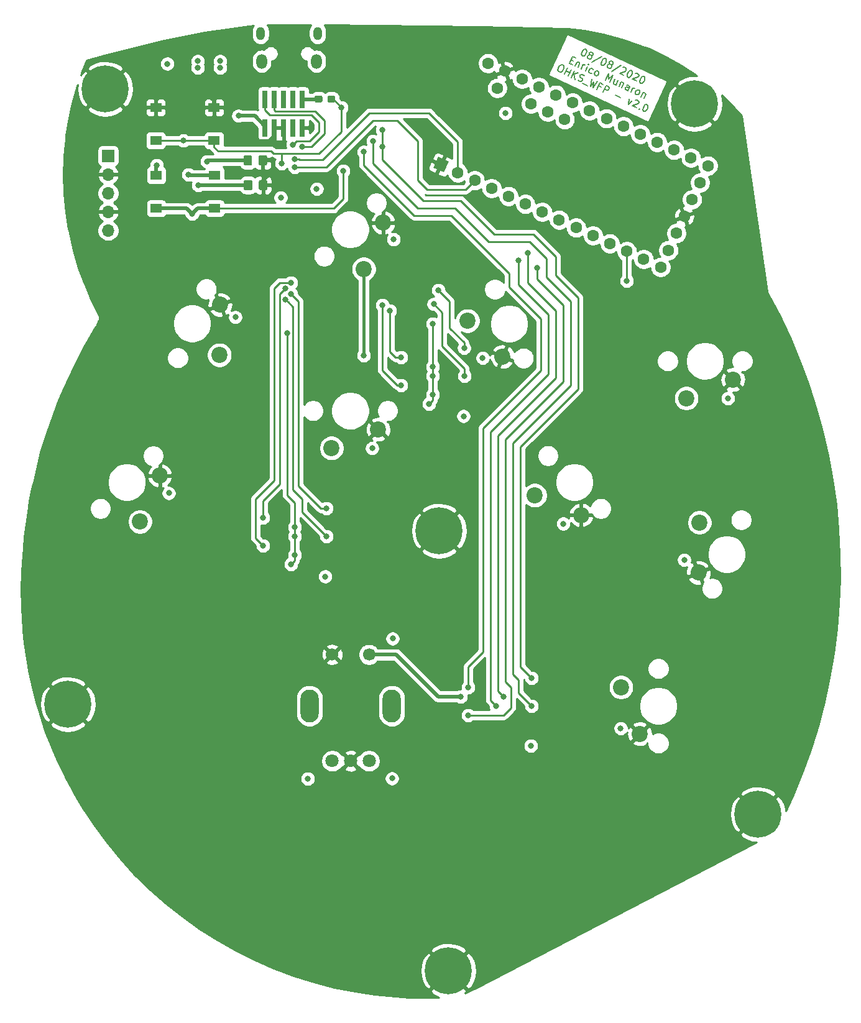
<source format=gbr>
G04 #@! TF.GenerationSoftware,KiCad,Pcbnew,(5.1.5)-3*
G04 #@! TF.CreationDate,2021-10-20T23:00:28+02:00*
G04 #@! TF.ProjectId,WFP_v2_0,5746505f-7632-45f3-902e-6b696361645f,v 0.2*
G04 #@! TF.SameCoordinates,Original*
G04 #@! TF.FileFunction,Copper,L1,Top*
G04 #@! TF.FilePolarity,Positive*
%FSLAX46Y46*%
G04 Gerber Fmt 4.6, Leading zero omitted, Abs format (unit mm)*
G04 Created by KiCad (PCBNEW (5.1.5)-3) date 2021-10-20 23:00:28*
%MOMM*%
%LPD*%
G04 APERTURE LIST*
%ADD10C,0.150000*%
%ADD11C,2.200000*%
%ADD12C,0.100000*%
%ADD13C,0.800000*%
%ADD14C,6.400000*%
%ADD15R,1.700000X1.700000*%
%ADD16O,1.700000X1.700000*%
%ADD17R,0.740000X2.400000*%
%ADD18O,1.450000X2.000000*%
%ADD19O,1.150000X1.800000*%
%ADD20R,1.550000X1.300000*%
%ADD21C,1.800000*%
%ADD22C,1.700000*%
%ADD23O,2.500000X4.500000*%
%ADD24C,1.600000*%
%ADD25C,0.500000*%
%ADD26C,0.400000*%
%ADD27C,0.250000*%
%ADD28C,0.254000*%
G04 APERTURE END LIST*
D10*
X119597105Y-41348685D02*
X119683420Y-41388934D01*
X119749610Y-41472341D01*
X119772643Y-41535623D01*
X119775551Y-41642063D01*
X119738210Y-41834818D01*
X119637586Y-42050605D01*
X119513930Y-42203111D01*
X119430523Y-42269301D01*
X119367241Y-42292334D01*
X119260801Y-42295242D01*
X119174486Y-42254993D01*
X119108296Y-42171586D01*
X119085263Y-42108304D01*
X119082355Y-42001864D01*
X119119696Y-41809109D01*
X119220320Y-41593322D01*
X119343976Y-41440816D01*
X119427383Y-41374626D01*
X119490665Y-41351593D01*
X119597105Y-41348685D01*
X120235975Y-42119471D02*
X120169785Y-42036065D01*
X120146752Y-41972782D01*
X120143844Y-41866343D01*
X120163969Y-41823185D01*
X120247375Y-41756995D01*
X120310658Y-41733962D01*
X120417097Y-41731054D01*
X120589727Y-41811553D01*
X120655918Y-41894959D01*
X120678951Y-41958242D01*
X120681859Y-42064681D01*
X120661734Y-42107839D01*
X120578327Y-42174029D01*
X120515045Y-42197062D01*
X120408605Y-42199970D01*
X120235975Y-42119471D01*
X120129535Y-42122380D01*
X120066253Y-42145412D01*
X119982846Y-42211603D01*
X119902348Y-42384233D01*
X119905256Y-42490673D01*
X119928289Y-42553955D01*
X119994479Y-42637362D01*
X120167109Y-42717860D01*
X120273549Y-42714952D01*
X120336831Y-42691919D01*
X120420238Y-42625729D01*
X120500737Y-42453099D01*
X120497828Y-42346659D01*
X120474796Y-42283377D01*
X120408605Y-42199970D01*
X121818262Y-42331886D02*
X120498061Y-43134895D01*
X122272870Y-42596415D02*
X122359185Y-42636664D01*
X122425376Y-42720071D01*
X122448409Y-42783353D01*
X122451317Y-42889793D01*
X122413976Y-43082548D01*
X122313352Y-43298335D01*
X122189696Y-43450841D01*
X122106289Y-43517031D01*
X122043007Y-43540064D01*
X121936567Y-43542972D01*
X121850252Y-43502723D01*
X121784062Y-43419316D01*
X121761029Y-43356034D01*
X121758121Y-43249594D01*
X121795462Y-43056839D01*
X121896085Y-42841052D01*
X122019742Y-42688546D01*
X122103148Y-42622356D01*
X122166431Y-42599323D01*
X122272870Y-42596415D01*
X122911741Y-43367202D02*
X122845551Y-43283795D01*
X122822518Y-43220513D01*
X122819610Y-43114073D01*
X122839734Y-43070915D01*
X122923141Y-43004725D01*
X122986423Y-42981692D01*
X123092863Y-42978784D01*
X123265493Y-43059283D01*
X123331684Y-43142690D01*
X123354716Y-43205972D01*
X123357625Y-43312411D01*
X123337500Y-43355569D01*
X123254093Y-43421759D01*
X123190811Y-43444792D01*
X123084371Y-43447700D01*
X122911741Y-43367202D01*
X122805301Y-43370110D01*
X122742019Y-43393143D01*
X122658612Y-43459333D01*
X122578114Y-43631963D01*
X122581022Y-43738403D01*
X122604055Y-43801685D01*
X122670245Y-43885092D01*
X122842875Y-43965590D01*
X122949315Y-43962682D01*
X123012597Y-43939649D01*
X123096004Y-43873459D01*
X123176502Y-43700829D01*
X123173594Y-43594389D01*
X123150561Y-43531107D01*
X123084371Y-43447700D01*
X124494028Y-43579616D02*
X123173827Y-44382625D01*
X124692599Y-43829837D02*
X124755881Y-43806804D01*
X124862321Y-43803896D01*
X125078109Y-43904519D01*
X125144299Y-43987926D01*
X125167332Y-44051208D01*
X125170240Y-44157648D01*
X125129991Y-44243963D01*
X125026459Y-44353311D01*
X124267073Y-44629705D01*
X124828121Y-44891326D01*
X125811787Y-44246639D02*
X125898102Y-44286888D01*
X125964292Y-44370295D01*
X125987325Y-44433577D01*
X125990233Y-44540017D01*
X125952892Y-44732772D01*
X125852268Y-44948559D01*
X125728612Y-45101065D01*
X125645205Y-45167255D01*
X125581923Y-45190288D01*
X125475483Y-45193196D01*
X125389168Y-45152947D01*
X125322978Y-45069540D01*
X125299945Y-45006257D01*
X125297037Y-44899818D01*
X125334378Y-44707063D01*
X125435002Y-44491275D01*
X125558658Y-44338770D01*
X125642065Y-44272580D01*
X125705347Y-44249547D01*
X125811787Y-44246639D01*
X126418900Y-44634824D02*
X126482182Y-44611791D01*
X126588622Y-44608883D01*
X126804409Y-44709506D01*
X126870600Y-44792913D01*
X126893633Y-44856195D01*
X126896541Y-44962635D01*
X126856291Y-45048950D01*
X126752760Y-45158298D01*
X125993373Y-45434692D01*
X126554421Y-45696313D01*
X127538087Y-45051626D02*
X127624402Y-45091875D01*
X127690592Y-45175282D01*
X127713625Y-45238564D01*
X127716533Y-45345004D01*
X127679192Y-45537759D01*
X127578569Y-45753546D01*
X127454913Y-45906052D01*
X127371506Y-45972242D01*
X127308224Y-45995275D01*
X127201784Y-45998183D01*
X127115469Y-45957934D01*
X127049278Y-45874527D01*
X127026246Y-45811245D01*
X127023337Y-45704805D01*
X127060679Y-45512050D01*
X127161302Y-45296263D01*
X127284958Y-45143757D01*
X127368365Y-45077567D01*
X127431647Y-45054534D01*
X127538087Y-45051626D01*
X117619600Y-42772551D02*
X117921703Y-42913424D01*
X117829804Y-43448531D02*
X117398228Y-43247284D01*
X117820847Y-42340976D01*
X118252422Y-42542223D01*
X118499967Y-43025447D02*
X118218221Y-43629653D01*
X118459717Y-43111762D02*
X118523000Y-43088730D01*
X118629439Y-43085821D01*
X118758912Y-43146196D01*
X118825102Y-43229602D01*
X118828010Y-43336042D01*
X118606639Y-43810775D01*
X119038214Y-44012022D02*
X119319959Y-43407816D01*
X119239461Y-43580446D02*
X119322868Y-43514256D01*
X119386150Y-43491223D01*
X119492590Y-43488315D01*
X119578905Y-43528564D01*
X119599262Y-44273642D02*
X119881007Y-43669437D01*
X120021880Y-43367335D02*
X119958598Y-43390367D01*
X119981631Y-43453650D01*
X120044913Y-43430617D01*
X120021880Y-43367335D01*
X119981631Y-43453650D01*
X120439379Y-44612854D02*
X120332939Y-44615762D01*
X120160309Y-44535263D01*
X120094119Y-44451856D01*
X120071086Y-44388574D01*
X120068178Y-44282134D01*
X120188926Y-44023189D01*
X120272333Y-43956999D01*
X120335615Y-43933966D01*
X120442055Y-43931058D01*
X120614685Y-44011557D01*
X120680875Y-44094964D01*
X120937145Y-44897507D02*
X120870954Y-44814101D01*
X120847921Y-44750818D01*
X120845013Y-44644379D01*
X120965761Y-44385434D01*
X121049168Y-44319243D01*
X121112450Y-44296210D01*
X121218890Y-44293302D01*
X121348363Y-44353676D01*
X121414553Y-44437083D01*
X121437586Y-44500365D01*
X121440494Y-44606805D01*
X121319746Y-44865750D01*
X121236339Y-44931940D01*
X121173057Y-44954973D01*
X121066617Y-44957881D01*
X120937145Y-44897507D01*
X122318185Y-45541497D02*
X122740803Y-44635189D01*
X122741036Y-45423425D01*
X123345008Y-44916935D01*
X122922390Y-45823243D01*
X124024128Y-45601406D02*
X123742383Y-46205612D01*
X123635711Y-45420284D02*
X123414339Y-45895017D01*
X123417248Y-46001457D01*
X123483438Y-46084863D01*
X123612910Y-46145238D01*
X123719350Y-46142329D01*
X123782632Y-46119297D01*
X124455704Y-45802653D02*
X124173958Y-46406858D01*
X124415454Y-45888968D02*
X124478736Y-45865935D01*
X124585176Y-45863027D01*
X124714649Y-45923401D01*
X124780839Y-46006808D01*
X124783747Y-46113248D01*
X124562376Y-46587980D01*
X125382368Y-46970349D02*
X125603740Y-46495617D01*
X125600832Y-46389177D01*
X125534641Y-46305770D01*
X125362011Y-46225271D01*
X125255572Y-46228180D01*
X125402493Y-46927192D02*
X125296053Y-46930100D01*
X125080266Y-46829477D01*
X125014076Y-46746070D01*
X125011167Y-46639630D01*
X125051417Y-46553315D01*
X125134824Y-46487125D01*
X125241263Y-46484217D01*
X125457051Y-46584840D01*
X125563491Y-46581932D01*
X125813944Y-47171596D02*
X126095689Y-46567391D01*
X126015190Y-46740021D02*
X126098597Y-46673831D01*
X126161879Y-46650798D01*
X126268319Y-46647890D01*
X126354634Y-46688139D01*
X126504464Y-47493591D02*
X126438273Y-47410184D01*
X126415241Y-47346902D01*
X126412332Y-47240462D01*
X126533081Y-46981517D01*
X126616487Y-46915327D01*
X126679770Y-46892294D01*
X126786209Y-46889386D01*
X126915682Y-46949760D01*
X126981872Y-47033167D01*
X127004905Y-47096449D01*
X127007813Y-47202889D01*
X126887065Y-47461834D01*
X126803658Y-47528024D01*
X126740376Y-47551057D01*
X126633936Y-47553965D01*
X126504464Y-47493591D01*
X127476730Y-47211381D02*
X127194984Y-47815586D01*
X127436480Y-47297696D02*
X127499762Y-47274663D01*
X127606202Y-47271755D01*
X127735675Y-47332129D01*
X127801865Y-47415536D01*
X127804773Y-47521975D01*
X127583402Y-47996708D01*
X116389849Y-43494264D02*
X116562479Y-43574763D01*
X116628669Y-43658170D01*
X116674735Y-43784734D01*
X116637394Y-43977489D01*
X116496521Y-44279592D01*
X116372865Y-44432097D01*
X116246300Y-44478163D01*
X116139861Y-44481071D01*
X115967231Y-44400572D01*
X115901040Y-44317165D01*
X115854975Y-44190601D01*
X115892316Y-43997846D01*
X116033189Y-43695744D01*
X116156845Y-43543238D01*
X116283409Y-43497173D01*
X116389849Y-43494264D01*
X116744066Y-44762816D02*
X117166684Y-43856509D01*
X116965437Y-44288084D02*
X117483328Y-44529580D01*
X117261956Y-45004313D02*
X117684574Y-44098005D01*
X117693531Y-45205559D02*
X118116150Y-44299252D01*
X118211421Y-45447056D02*
X118064500Y-44748043D01*
X118634040Y-44540748D02*
X117874653Y-44817142D01*
X118576806Y-45564895D02*
X118686154Y-45668427D01*
X118901942Y-45769050D01*
X119008381Y-45766142D01*
X119071664Y-45743109D01*
X119155070Y-45676919D01*
X119195320Y-45590604D01*
X119192412Y-45484164D01*
X119169379Y-45420882D01*
X119103188Y-45337475D01*
X118950683Y-45213819D01*
X118884493Y-45130412D01*
X118861460Y-45067130D01*
X118858552Y-44960690D01*
X118898801Y-44874375D01*
X118982208Y-44808185D01*
X119045490Y-44785152D01*
X119151930Y-44782244D01*
X119367717Y-44882867D01*
X119477065Y-44986399D01*
X119206952Y-46016363D02*
X119897473Y-46338358D01*
X120489813Y-45406109D02*
X120282982Y-46413040D01*
X120757482Y-45846176D01*
X120628242Y-46574038D01*
X121266648Y-45768353D01*
X121712764Y-46501798D02*
X121410661Y-46360926D01*
X121189290Y-46835658D02*
X121611908Y-45929351D01*
X122043483Y-46130597D01*
X121966125Y-47197903D02*
X122388743Y-46291595D01*
X122734003Y-46452592D01*
X122800194Y-46535999D01*
X122823227Y-46599281D01*
X122826135Y-46705721D01*
X122765761Y-46835194D01*
X122682354Y-46901384D01*
X122619072Y-46924417D01*
X122512632Y-46927325D01*
X122167372Y-46766327D01*
X123723951Y-47597256D02*
X124414471Y-47919250D01*
X125570999Y-48143298D02*
X125505041Y-48848126D01*
X126002574Y-48344544D01*
X126405300Y-48269630D02*
X126468582Y-48246597D01*
X126575022Y-48243689D01*
X126790810Y-48344312D01*
X126857000Y-48427719D01*
X126880033Y-48491001D01*
X126882941Y-48597441D01*
X126842692Y-48683756D01*
X126739160Y-48793104D01*
X125979774Y-49069498D01*
X126540822Y-49331119D01*
X126969489Y-49425926D02*
X126992521Y-49489208D01*
X126929239Y-49512241D01*
X126906206Y-49448959D01*
X126969489Y-49425926D01*
X126929239Y-49512241D01*
X127956063Y-48887678D02*
X128042378Y-48927928D01*
X128108568Y-49011335D01*
X128131601Y-49074617D01*
X128134509Y-49181057D01*
X128097168Y-49373811D01*
X127996544Y-49589599D01*
X127872888Y-49742104D01*
X127789481Y-49808295D01*
X127726199Y-49831327D01*
X127619759Y-49834236D01*
X127533444Y-49793986D01*
X127467254Y-49710579D01*
X127444221Y-49647297D01*
X127441313Y-49540857D01*
X127478654Y-49348103D01*
X127579278Y-49132315D01*
X127702934Y-48979810D01*
X127786341Y-48913619D01*
X127849623Y-48890587D01*
X127956063Y-48887678D01*
D11*
X89422203Y-71285275D03*
X92061321Y-64975825D03*
X69843386Y-76161349D03*
X69760000Y-83000000D03*
X58950000Y-105720000D03*
X61644077Y-99433821D03*
X91389200Y-93141800D03*
X85039200Y-95681800D03*
X133350000Y-88900000D03*
X139700000Y-86360000D03*
G04 #@! TA.AperFunction,SMDPad,CuDef*
D12*
G36*
X76059505Y-59169004D02*
G01*
X76083773Y-59172604D01*
X76107572Y-59178565D01*
X76130671Y-59186830D01*
X76152850Y-59197320D01*
X76173893Y-59209932D01*
X76193599Y-59224547D01*
X76211777Y-59241023D01*
X76228253Y-59259201D01*
X76242868Y-59278907D01*
X76255480Y-59299950D01*
X76265970Y-59322129D01*
X76274235Y-59345228D01*
X76280196Y-59369027D01*
X76283796Y-59393295D01*
X76285000Y-59417799D01*
X76285000Y-60317801D01*
X76283796Y-60342305D01*
X76280196Y-60366573D01*
X76274235Y-60390372D01*
X76265970Y-60413471D01*
X76255480Y-60435650D01*
X76242868Y-60456693D01*
X76228253Y-60476399D01*
X76211777Y-60494577D01*
X76193599Y-60511053D01*
X76173893Y-60525668D01*
X76152850Y-60538280D01*
X76130671Y-60548770D01*
X76107572Y-60557035D01*
X76083773Y-60562996D01*
X76059505Y-60566596D01*
X76035001Y-60567800D01*
X75384999Y-60567800D01*
X75360495Y-60566596D01*
X75336227Y-60562996D01*
X75312428Y-60557035D01*
X75289329Y-60548770D01*
X75267150Y-60538280D01*
X75246107Y-60525668D01*
X75226401Y-60511053D01*
X75208223Y-60494577D01*
X75191747Y-60476399D01*
X75177132Y-60456693D01*
X75164520Y-60435650D01*
X75154030Y-60413471D01*
X75145765Y-60390372D01*
X75139804Y-60366573D01*
X75136204Y-60342305D01*
X75135000Y-60317801D01*
X75135000Y-59417799D01*
X75136204Y-59393295D01*
X75139804Y-59369027D01*
X75145765Y-59345228D01*
X75154030Y-59322129D01*
X75164520Y-59299950D01*
X75177132Y-59278907D01*
X75191747Y-59259201D01*
X75208223Y-59241023D01*
X75226401Y-59224547D01*
X75246107Y-59209932D01*
X75267150Y-59197320D01*
X75289329Y-59186830D01*
X75312428Y-59178565D01*
X75336227Y-59172604D01*
X75360495Y-59169004D01*
X75384999Y-59167800D01*
X76035001Y-59167800D01*
X76059505Y-59169004D01*
G37*
G04 #@! TD.AperFunction*
G04 #@! TA.AperFunction,SMDPad,CuDef*
G36*
X74009505Y-59169004D02*
G01*
X74033773Y-59172604D01*
X74057572Y-59178565D01*
X74080671Y-59186830D01*
X74102850Y-59197320D01*
X74123893Y-59209932D01*
X74143599Y-59224547D01*
X74161777Y-59241023D01*
X74178253Y-59259201D01*
X74192868Y-59278907D01*
X74205480Y-59299950D01*
X74215970Y-59322129D01*
X74224235Y-59345228D01*
X74230196Y-59369027D01*
X74233796Y-59393295D01*
X74235000Y-59417799D01*
X74235000Y-60317801D01*
X74233796Y-60342305D01*
X74230196Y-60366573D01*
X74224235Y-60390372D01*
X74215970Y-60413471D01*
X74205480Y-60435650D01*
X74192868Y-60456693D01*
X74178253Y-60476399D01*
X74161777Y-60494577D01*
X74143599Y-60511053D01*
X74123893Y-60525668D01*
X74102850Y-60538280D01*
X74080671Y-60548770D01*
X74057572Y-60557035D01*
X74033773Y-60562996D01*
X74009505Y-60566596D01*
X73985001Y-60567800D01*
X73334999Y-60567800D01*
X73310495Y-60566596D01*
X73286227Y-60562996D01*
X73262428Y-60557035D01*
X73239329Y-60548770D01*
X73217150Y-60538280D01*
X73196107Y-60525668D01*
X73176401Y-60511053D01*
X73158223Y-60494577D01*
X73141747Y-60476399D01*
X73127132Y-60456693D01*
X73114520Y-60435650D01*
X73104030Y-60413471D01*
X73095765Y-60390372D01*
X73089804Y-60366573D01*
X73086204Y-60342305D01*
X73085000Y-60317801D01*
X73085000Y-59417799D01*
X73086204Y-59393295D01*
X73089804Y-59369027D01*
X73095765Y-59345228D01*
X73104030Y-59322129D01*
X73114520Y-59299950D01*
X73127132Y-59278907D01*
X73141747Y-59259201D01*
X73158223Y-59241023D01*
X73176401Y-59224547D01*
X73196107Y-59209932D01*
X73217150Y-59197320D01*
X73239329Y-59186830D01*
X73262428Y-59178565D01*
X73286227Y-59172604D01*
X73310495Y-59169004D01*
X73334999Y-59167800D01*
X73985001Y-59167800D01*
X74009505Y-59169004D01*
G37*
G04 #@! TD.AperFunction*
D13*
X55917056Y-45072944D03*
X54220000Y-44370000D03*
X52522944Y-45072944D03*
X51820000Y-46770000D03*
X52522944Y-48467056D03*
X54220000Y-49170000D03*
X55917056Y-48467056D03*
X56620000Y-46770000D03*
D14*
X54220000Y-46770000D03*
X99686000Y-106968000D03*
D13*
X102086000Y-106968000D03*
X101383056Y-108665056D03*
X99686000Y-109368000D03*
X97988944Y-108665056D03*
X97286000Y-106968000D03*
X97988944Y-105270944D03*
X99686000Y-104568000D03*
X101383056Y-105270944D03*
D14*
X134484000Y-48802000D03*
D13*
X136884000Y-48802000D03*
X136181056Y-50499056D03*
X134484000Y-51202000D03*
X132786944Y-50499056D03*
X132084000Y-48802000D03*
X132786944Y-47104944D03*
X134484000Y-46402000D03*
X136181056Y-47104944D03*
X50837056Y-128892944D03*
X49140000Y-128190000D03*
X47442944Y-128892944D03*
X46740000Y-130590000D03*
X47442944Y-132287056D03*
X49140000Y-132990000D03*
X50837056Y-132287056D03*
X51540000Y-130590000D03*
D14*
X49140000Y-130590000D03*
X100959000Y-166912000D03*
D13*
X103359000Y-166912000D03*
X102656056Y-168609056D03*
X100959000Y-169312000D03*
X99261944Y-168609056D03*
X98559000Y-166912000D03*
X99261944Y-165214944D03*
X100959000Y-164512000D03*
X102656056Y-165214944D03*
X144817056Y-143878944D03*
X143120000Y-143176000D03*
X141422944Y-143878944D03*
X140720000Y-145576000D03*
X141422944Y-147273056D03*
X143120000Y-147976000D03*
X144817056Y-147273056D03*
X145520000Y-145576000D03*
D14*
X143120000Y-145576000D03*
D15*
X54610000Y-55880000D03*
D16*
X54610000Y-58420000D03*
X54610000Y-60960000D03*
X54610000Y-63500000D03*
X54610000Y-66040000D03*
D17*
X75946000Y-52064200D03*
X75946000Y-48164200D03*
X77216000Y-52064200D03*
X77216000Y-48164200D03*
X78486000Y-52064200D03*
X78486000Y-48164200D03*
X79756000Y-52064200D03*
X79756000Y-48164200D03*
X81026000Y-52064200D03*
X81026000Y-48164200D03*
D18*
X75523000Y-42998000D03*
X82973000Y-42998000D03*
D19*
X75373000Y-39198000D03*
X83123000Y-39198000D03*
G04 #@! TA.AperFunction,SMDPad,CuDef*
D12*
G36*
X83574579Y-47659144D02*
G01*
X83597634Y-47662563D01*
X83620243Y-47668227D01*
X83642187Y-47676079D01*
X83663257Y-47686044D01*
X83683248Y-47698026D01*
X83701968Y-47711910D01*
X83719238Y-47727562D01*
X83734890Y-47744832D01*
X83748774Y-47763552D01*
X83760756Y-47783543D01*
X83770721Y-47804613D01*
X83778573Y-47826557D01*
X83784237Y-47849166D01*
X83787656Y-47872221D01*
X83788800Y-47895500D01*
X83788800Y-48370500D01*
X83787656Y-48393779D01*
X83784237Y-48416834D01*
X83778573Y-48439443D01*
X83770721Y-48461387D01*
X83760756Y-48482457D01*
X83748774Y-48502448D01*
X83734890Y-48521168D01*
X83719238Y-48538438D01*
X83701968Y-48554090D01*
X83683248Y-48567974D01*
X83663257Y-48579956D01*
X83642187Y-48589921D01*
X83620243Y-48597773D01*
X83597634Y-48603437D01*
X83574579Y-48606856D01*
X83551300Y-48608000D01*
X82976300Y-48608000D01*
X82953021Y-48606856D01*
X82929966Y-48603437D01*
X82907357Y-48597773D01*
X82885413Y-48589921D01*
X82864343Y-48579956D01*
X82844352Y-48567974D01*
X82825632Y-48554090D01*
X82808362Y-48538438D01*
X82792710Y-48521168D01*
X82778826Y-48502448D01*
X82766844Y-48482457D01*
X82756879Y-48461387D01*
X82749027Y-48439443D01*
X82743363Y-48416834D01*
X82739944Y-48393779D01*
X82738800Y-48370500D01*
X82738800Y-47895500D01*
X82739944Y-47872221D01*
X82743363Y-47849166D01*
X82749027Y-47826557D01*
X82756879Y-47804613D01*
X82766844Y-47783543D01*
X82778826Y-47763552D01*
X82792710Y-47744832D01*
X82808362Y-47727562D01*
X82825632Y-47711910D01*
X82844352Y-47698026D01*
X82864343Y-47686044D01*
X82885413Y-47676079D01*
X82907357Y-47668227D01*
X82929966Y-47662563D01*
X82953021Y-47659144D01*
X82976300Y-47658000D01*
X83551300Y-47658000D01*
X83574579Y-47659144D01*
G37*
G04 #@! TD.AperFunction*
G04 #@! TA.AperFunction,SMDPad,CuDef*
G36*
X85324579Y-47659144D02*
G01*
X85347634Y-47662563D01*
X85370243Y-47668227D01*
X85392187Y-47676079D01*
X85413257Y-47686044D01*
X85433248Y-47698026D01*
X85451968Y-47711910D01*
X85469238Y-47727562D01*
X85484890Y-47744832D01*
X85498774Y-47763552D01*
X85510756Y-47783543D01*
X85520721Y-47804613D01*
X85528573Y-47826557D01*
X85534237Y-47849166D01*
X85537656Y-47872221D01*
X85538800Y-47895500D01*
X85538800Y-48370500D01*
X85537656Y-48393779D01*
X85534237Y-48416834D01*
X85528573Y-48439443D01*
X85520721Y-48461387D01*
X85510756Y-48482457D01*
X85498774Y-48502448D01*
X85484890Y-48521168D01*
X85469238Y-48538438D01*
X85451968Y-48554090D01*
X85433248Y-48567974D01*
X85413257Y-48579956D01*
X85392187Y-48589921D01*
X85370243Y-48597773D01*
X85347634Y-48603437D01*
X85324579Y-48606856D01*
X85301300Y-48608000D01*
X84726300Y-48608000D01*
X84703021Y-48606856D01*
X84679966Y-48603437D01*
X84657357Y-48597773D01*
X84635413Y-48589921D01*
X84614343Y-48579956D01*
X84594352Y-48567974D01*
X84575632Y-48554090D01*
X84558362Y-48538438D01*
X84542710Y-48521168D01*
X84528826Y-48502448D01*
X84516844Y-48482457D01*
X84506879Y-48461387D01*
X84499027Y-48439443D01*
X84493363Y-48416834D01*
X84489944Y-48393779D01*
X84488800Y-48370500D01*
X84488800Y-47895500D01*
X84489944Y-47872221D01*
X84493363Y-47849166D01*
X84499027Y-47826557D01*
X84506879Y-47804613D01*
X84516844Y-47783543D01*
X84528826Y-47763552D01*
X84542710Y-47744832D01*
X84558362Y-47727562D01*
X84575632Y-47711910D01*
X84594352Y-47698026D01*
X84614343Y-47686044D01*
X84635413Y-47676079D01*
X84657357Y-47668227D01*
X84679966Y-47662563D01*
X84703021Y-47659144D01*
X84726300Y-47658000D01*
X85301300Y-47658000D01*
X85324579Y-47659144D01*
G37*
G04 #@! TD.AperFunction*
D20*
X61088201Y-49286600D03*
X69038201Y-49286600D03*
X61088201Y-53786600D03*
X69038201Y-53786600D03*
X69100600Y-63032200D03*
X61150600Y-63032200D03*
X69100600Y-58532200D03*
X61150600Y-58532200D03*
D11*
X119006179Y-104814077D03*
X112720000Y-102120000D03*
X135153400Y-105816400D03*
X135010340Y-112654063D03*
X124460000Y-128270000D03*
X127000000Y-134620000D03*
D21*
X90130000Y-138310000D03*
X87630000Y-138310000D03*
X85130000Y-138310000D03*
D22*
X90130000Y-123810000D03*
X85130000Y-123810000D03*
D23*
X82030000Y-130810000D03*
X93230000Y-130810000D03*
D11*
X108326694Y-83234619D03*
X103550000Y-78340000D03*
G04 #@! TA.AperFunction,ComponentPad*
D12*
G36*
X98853366Y-57465590D02*
G01*
X99529555Y-56015497D01*
X100979648Y-56691686D01*
X100303459Y-58141779D01*
X98853366Y-57465590D01*
G37*
G04 #@! TD.AperFunction*
D24*
X102218529Y-58152088D03*
X104520551Y-59225539D03*
X106822573Y-60298989D03*
X109124594Y-61372439D03*
X111426616Y-62445890D03*
X113728638Y-63519340D03*
X116030660Y-64592791D03*
X118332682Y-65666241D03*
X120634703Y-66739691D03*
X122936725Y-67813142D03*
X125238747Y-68886592D03*
X127540769Y-69960042D03*
X116793868Y-50935781D03*
X114491846Y-49862330D03*
X112189825Y-48788880D03*
X107585781Y-46641979D03*
X106357210Y-43266507D03*
X108659231Y-44339958D03*
X110961253Y-45413408D03*
X113263275Y-46486858D03*
X115565297Y-47560309D03*
X117867318Y-48633759D03*
X120169340Y-49707209D03*
X122471362Y-50780660D03*
X124773384Y-51854110D03*
X127075406Y-52927561D03*
X129377427Y-54001011D03*
X131679449Y-55074461D03*
X133981471Y-56147912D03*
X129842790Y-71033493D03*
X130916241Y-68731471D03*
X131989691Y-66429449D03*
X136283493Y-57221362D03*
X135210042Y-59523384D03*
X134136592Y-61825406D03*
X133063142Y-64127428D03*
G04 #@! TA.AperFunction,SMDPad,CuDef*
D12*
G36*
X76034105Y-55790804D02*
G01*
X76058373Y-55794404D01*
X76082172Y-55800365D01*
X76105271Y-55808630D01*
X76127450Y-55819120D01*
X76148493Y-55831732D01*
X76168199Y-55846347D01*
X76186377Y-55862823D01*
X76202853Y-55881001D01*
X76217468Y-55900707D01*
X76230080Y-55921750D01*
X76240570Y-55943929D01*
X76248835Y-55967028D01*
X76254796Y-55990827D01*
X76258396Y-56015095D01*
X76259600Y-56039599D01*
X76259600Y-56939601D01*
X76258396Y-56964105D01*
X76254796Y-56988373D01*
X76248835Y-57012172D01*
X76240570Y-57035271D01*
X76230080Y-57057450D01*
X76217468Y-57078493D01*
X76202853Y-57098199D01*
X76186377Y-57116377D01*
X76168199Y-57132853D01*
X76148493Y-57147468D01*
X76127450Y-57160080D01*
X76105271Y-57170570D01*
X76082172Y-57178835D01*
X76058373Y-57184796D01*
X76034105Y-57188396D01*
X76009601Y-57189600D01*
X75359599Y-57189600D01*
X75335095Y-57188396D01*
X75310827Y-57184796D01*
X75287028Y-57178835D01*
X75263929Y-57170570D01*
X75241750Y-57160080D01*
X75220707Y-57147468D01*
X75201001Y-57132853D01*
X75182823Y-57116377D01*
X75166347Y-57098199D01*
X75151732Y-57078493D01*
X75139120Y-57057450D01*
X75128630Y-57035271D01*
X75120365Y-57012172D01*
X75114404Y-56988373D01*
X75110804Y-56964105D01*
X75109600Y-56939601D01*
X75109600Y-56039599D01*
X75110804Y-56015095D01*
X75114404Y-55990827D01*
X75120365Y-55967028D01*
X75128630Y-55943929D01*
X75139120Y-55921750D01*
X75151732Y-55900707D01*
X75166347Y-55881001D01*
X75182823Y-55862823D01*
X75201001Y-55846347D01*
X75220707Y-55831732D01*
X75241750Y-55819120D01*
X75263929Y-55808630D01*
X75287028Y-55800365D01*
X75310827Y-55794404D01*
X75335095Y-55790804D01*
X75359599Y-55789600D01*
X76009601Y-55789600D01*
X76034105Y-55790804D01*
G37*
G04 #@! TD.AperFunction*
G04 #@! TA.AperFunction,SMDPad,CuDef*
G36*
X73984105Y-55790804D02*
G01*
X74008373Y-55794404D01*
X74032172Y-55800365D01*
X74055271Y-55808630D01*
X74077450Y-55819120D01*
X74098493Y-55831732D01*
X74118199Y-55846347D01*
X74136377Y-55862823D01*
X74152853Y-55881001D01*
X74167468Y-55900707D01*
X74180080Y-55921750D01*
X74190570Y-55943929D01*
X74198835Y-55967028D01*
X74204796Y-55990827D01*
X74208396Y-56015095D01*
X74209600Y-56039599D01*
X74209600Y-56939601D01*
X74208396Y-56964105D01*
X74204796Y-56988373D01*
X74198835Y-57012172D01*
X74190570Y-57035271D01*
X74180080Y-57057450D01*
X74167468Y-57078493D01*
X74152853Y-57098199D01*
X74136377Y-57116377D01*
X74118199Y-57132853D01*
X74098493Y-57147468D01*
X74077450Y-57160080D01*
X74055271Y-57170570D01*
X74032172Y-57178835D01*
X74008373Y-57184796D01*
X73984105Y-57188396D01*
X73959601Y-57189600D01*
X73309599Y-57189600D01*
X73285095Y-57188396D01*
X73260827Y-57184796D01*
X73237028Y-57178835D01*
X73213929Y-57170570D01*
X73191750Y-57160080D01*
X73170707Y-57147468D01*
X73151001Y-57132853D01*
X73132823Y-57116377D01*
X73116347Y-57098199D01*
X73101732Y-57078493D01*
X73089120Y-57057450D01*
X73078630Y-57035271D01*
X73070365Y-57012172D01*
X73064404Y-56988373D01*
X73060804Y-56964105D01*
X73059600Y-56939601D01*
X73059600Y-56039599D01*
X73060804Y-56015095D01*
X73064404Y-55990827D01*
X73070365Y-55967028D01*
X73078630Y-55943929D01*
X73089120Y-55921750D01*
X73101732Y-55900707D01*
X73116347Y-55881001D01*
X73132823Y-55862823D01*
X73151001Y-55846347D01*
X73170707Y-55831732D01*
X73191750Y-55819120D01*
X73213929Y-55808630D01*
X73237028Y-55800365D01*
X73260827Y-55794404D01*
X73285095Y-55790804D01*
X73309599Y-55789600D01*
X73959601Y-55789600D01*
X73984105Y-55790804D01*
G37*
G04 #@! TD.AperFunction*
D13*
X61214000Y-60706000D03*
X77114400Y-65557400D03*
X82296000Y-65532000D03*
X60858400Y-43307000D03*
X69850000Y-41579800D03*
X69850000Y-40690800D03*
X73075800Y-47396400D03*
X73685400Y-51968400D03*
X85598000Y-60350400D03*
X99999800Y-92608400D03*
X77546200Y-102590600D03*
X81178400Y-114452400D03*
X105486200Y-125730000D03*
X109118400Y-137515600D03*
X94488000Y-82042000D03*
X65278000Y-59944000D03*
X76962000Y-56388000D03*
X76454000Y-58420000D03*
X61214000Y-48006000D03*
X68834000Y-48006000D03*
X66548000Y-49022000D03*
X63500000Y-49276000D03*
X81935138Y-44810862D03*
X80962340Y-46037660D03*
X82296000Y-51816000D03*
X65532000Y-58420000D03*
X61214000Y-57150000D03*
X108712000Y-50038000D03*
X78105000Y-61569600D03*
X62661800Y-43332400D03*
X66802000Y-42976800D03*
X66802000Y-43865800D03*
X69850000Y-43865800D03*
X69850000Y-42976800D03*
X72364600Y-50419000D03*
X83007200Y-60375800D03*
X102997000Y-91338400D03*
X84175600Y-113182400D03*
X112166400Y-136245600D03*
X93345000Y-121640600D03*
X81788000Y-140716000D03*
X93268800Y-140690600D03*
X124409200Y-133858000D03*
X133070600Y-110921800D03*
X116586000Y-105994200D03*
X90551000Y-95707200D03*
X139014200Y-88900000D03*
X105613200Y-83413600D03*
X93472000Y-67259200D03*
X62865000Y-101828600D03*
X71932800Y-77851000D03*
X78231984Y-56896000D03*
X64831400Y-53786600D03*
X86360000Y-49276000D03*
X66878200Y-59867800D03*
X80010000Y-56293325D03*
X80010000Y-57404000D03*
X79756000Y-54356000D03*
X81026000Y-54610000D03*
X66040000Y-63754000D03*
X86614000Y-57912000D03*
X102616000Y-129540000D03*
X89408000Y-83058000D03*
X75692000Y-108966000D03*
X79502000Y-73152000D03*
X75692000Y-105156000D03*
X78740000Y-73914000D03*
X84328000Y-103886000D03*
X79502000Y-74676000D03*
X84328000Y-107696000D03*
X78740000Y-75438000D03*
X91948000Y-76200000D03*
X94488000Y-87122000D03*
X92964000Y-76962000D03*
X94488000Y-83312000D03*
X99568000Y-74168000D03*
X103086000Y-82042000D03*
X98933000Y-76073000D03*
X103124000Y-85852000D03*
X125222000Y-72898000D03*
X113030000Y-71120000D03*
X103632000Y-132080000D03*
X111760000Y-69088000D03*
X108458000Y-129540000D03*
X112268000Y-127000000D03*
X91948000Y-54610000D03*
X91948000Y-52324000D03*
X112268000Y-130810000D03*
X90678000Y-53848000D03*
X103632000Y-128270000D03*
X89408000Y-55335010D03*
X80010000Y-110236000D03*
X79502000Y-111506000D03*
X80010000Y-106426000D03*
X80010000Y-107696000D03*
X98806000Y-78740000D03*
X98806000Y-88392000D03*
X98298000Y-89662000D03*
X98806000Y-85852000D03*
X98806000Y-84582000D03*
X110490000Y-70104000D03*
X107442000Y-130810000D03*
X78994000Y-80010000D03*
X68072000Y-56642000D03*
D25*
X75786200Y-56388000D02*
X75684600Y-56489600D01*
X76962000Y-56388000D02*
X75786200Y-56388000D01*
X75710000Y-59164000D02*
X76454000Y-58420000D01*
X75710000Y-59867800D02*
X75710000Y-59164000D01*
X78486000Y-52064200D02*
X77216000Y-52064200D01*
X77216000Y-53174202D02*
X76542202Y-53848000D01*
X77216000Y-52064200D02*
X77216000Y-53174202D01*
X76542202Y-53848000D02*
X74676000Y-53848000D01*
X73685400Y-52857400D02*
X73685400Y-51968400D01*
X74676000Y-53848000D02*
X73685400Y-52857400D01*
X69038201Y-48210201D02*
X68834000Y-48006000D01*
X69038201Y-49286600D02*
X69038201Y-48210201D01*
X61088201Y-48131799D02*
X61214000Y-48006000D01*
X61088201Y-49286600D02*
X61088201Y-48131799D01*
D26*
X82047800Y-52064200D02*
X82296000Y-51816000D01*
X81026000Y-52064200D02*
X82047800Y-52064200D01*
D25*
X61150600Y-57213400D02*
X61214000Y-57150000D01*
X61150600Y-58532200D02*
X61150600Y-57213400D01*
X65644200Y-58532200D02*
X65532000Y-58420000D01*
X69100600Y-58532200D02*
X65644200Y-58532200D01*
X75946000Y-52064200D02*
X75946000Y-51816000D01*
X74549000Y-50419000D02*
X72364600Y-50419000D01*
X75946000Y-51816000D02*
X74549000Y-50419000D01*
D27*
X69038201Y-53786600D02*
X64831400Y-53786600D01*
X78231984Y-55822331D02*
X78231984Y-56330315D01*
X78232000Y-55568315D02*
X78232000Y-55822315D01*
X78231984Y-56330315D02*
X78231984Y-56896000D01*
X78232000Y-55822315D02*
X78231984Y-55822331D01*
X77158315Y-55568315D02*
X78232000Y-55568315D01*
X69577602Y-55226001D02*
X76816001Y-55226001D01*
X76816001Y-55226001D02*
X77158315Y-55568315D01*
X69038201Y-53786600D02*
X69038201Y-54686600D01*
X69038201Y-54686600D02*
X69577602Y-55226001D01*
X64831400Y-53786600D02*
X61088201Y-53786600D01*
X80403311Y-55568315D02*
X80423998Y-55589002D01*
X85217000Y-48133000D02*
X85013800Y-48133000D01*
X78232000Y-55568315D02*
X80403311Y-55568315D01*
X86360000Y-49276000D02*
X85217000Y-48133000D01*
X86360000Y-52578000D02*
X86360000Y-49276000D01*
X80423998Y-55589002D02*
X83348998Y-55589002D01*
X83348998Y-55589002D02*
X86360000Y-52578000D01*
D25*
X73660000Y-59867800D02*
X66878200Y-59867800D01*
D27*
X80575685Y-56293325D02*
X80670360Y-56388000D01*
X80010000Y-56293325D02*
X80575685Y-56293325D01*
X80670360Y-56388000D02*
X83820000Y-56388000D01*
X83820000Y-56388000D02*
X90170000Y-50038000D01*
X102218529Y-53958529D02*
X98298000Y-50038000D01*
X102218529Y-58152088D02*
X102218529Y-53958529D01*
X90170000Y-50038000D02*
X98298000Y-50038000D01*
X103294090Y-60452000D02*
X104520551Y-59225539D01*
X98044000Y-60452000D02*
X103294090Y-60452000D01*
X96774000Y-59182000D02*
X98044000Y-60452000D01*
X84328000Y-57404000D02*
X90678000Y-51054000D01*
X80010000Y-57404000D02*
X84328000Y-57404000D01*
X90678000Y-51054000D02*
X93980000Y-51054000D01*
X93980000Y-51054000D02*
X96774000Y-53848000D01*
X96774000Y-53848000D02*
X96774000Y-59182000D01*
X82296000Y-50292000D02*
X76623800Y-50292000D01*
X75946000Y-49614200D02*
X75946000Y-48164200D01*
X80264000Y-53848000D02*
X82042000Y-53848000D01*
X76623800Y-50292000D02*
X75946000Y-49614200D01*
X79756000Y-54356000D02*
X80264000Y-53848000D01*
X83312000Y-52578000D02*
X83312000Y-51308000D01*
X83312000Y-51308000D02*
X82296000Y-50292000D01*
X82042000Y-53848000D02*
X83312000Y-52578000D01*
X84074000Y-52832000D02*
X82296000Y-54610000D01*
X82296000Y-54610000D02*
X81591685Y-54610000D01*
X77216000Y-49614200D02*
X77385800Y-49784000D01*
X81591685Y-54610000D02*
X81026000Y-54610000D01*
X77216000Y-48164200D02*
X77216000Y-49614200D01*
X77385800Y-49784000D02*
X82804000Y-49784000D01*
X84074000Y-51054000D02*
X84074000Y-52832000D01*
X82804000Y-49784000D02*
X84074000Y-51054000D01*
D25*
X83232600Y-48164200D02*
X83263800Y-48133000D01*
X81026000Y-48164200D02*
X83232600Y-48164200D01*
X66761800Y-63032200D02*
X66040000Y-63754000D01*
X69100600Y-63032200D02*
X66761800Y-63032200D01*
X65318200Y-63032200D02*
X66040000Y-63754000D01*
X61150600Y-63032200D02*
X65318200Y-63032200D01*
D27*
X69100600Y-63032200D02*
X85303800Y-63032200D01*
X85303800Y-63032200D02*
X86614000Y-61722000D01*
X86614000Y-61722000D02*
X86614000Y-57912000D01*
D25*
X99568000Y-129540000D02*
X102616000Y-129540000D01*
X90130000Y-123810000D02*
X93838000Y-123810000D01*
X93838000Y-123810000D02*
X99568000Y-129540000D01*
D26*
X89408000Y-71299478D02*
X89422203Y-71285275D01*
X89408000Y-83058000D02*
X89408000Y-71299478D01*
D27*
X74676000Y-107950000D02*
X75692000Y-108966000D01*
X77978000Y-73152000D02*
X77216000Y-73914000D01*
X79502000Y-73152000D02*
X77978000Y-73152000D01*
X77216000Y-73914000D02*
X77216000Y-100076000D01*
X77216000Y-100076000D02*
X74676000Y-102616000D01*
X74676000Y-102616000D02*
X74676000Y-107950000D01*
X75692000Y-105156000D02*
X75692000Y-102870000D01*
X75692000Y-102870000D02*
X77978000Y-100584000D01*
X77978000Y-74676000D02*
X78740000Y-73914000D01*
X77978000Y-100584000D02*
X77978000Y-74676000D01*
X79502000Y-74676000D02*
X80518000Y-75692000D01*
X80518000Y-75692000D02*
X80518000Y-100838000D01*
X83566000Y-103886000D02*
X84328000Y-103886000D01*
X80518000Y-100838000D02*
X83566000Y-103886000D01*
X79139999Y-75837999D02*
X78740000Y-75438000D01*
X81026000Y-104394000D02*
X81026000Y-102616000D01*
X84328000Y-107696000D02*
X81026000Y-104394000D01*
X81026000Y-102616000D02*
X79756000Y-101346000D01*
X79756000Y-76454000D02*
X79139999Y-75837999D01*
X79756000Y-101346000D02*
X79756000Y-76454000D01*
X91948000Y-76200000D02*
X91948000Y-85090000D01*
X91948000Y-85090000D02*
X93980000Y-87122000D01*
X93980000Y-87122000D02*
X94488000Y-87122000D01*
X92964000Y-76962000D02*
X92964000Y-82550000D01*
X92964000Y-82550000D02*
X93726000Y-83312000D01*
X93726000Y-83312000D02*
X94488000Y-83312000D01*
X103086000Y-82042000D02*
X103086000Y-81318000D01*
X103086000Y-81318000D02*
X101092000Y-79324000D01*
X101092000Y-75692000D02*
X99568000Y-74168000D01*
X101092000Y-79324000D02*
X101092000Y-75692000D01*
X103124000Y-85852000D02*
X103124000Y-84836000D01*
X103124000Y-84836000D02*
X100076000Y-81788000D01*
X100076000Y-77216000D02*
X98933000Y-76073000D01*
X100076000Y-81788000D02*
X100076000Y-77216000D01*
X125238747Y-70017962D02*
X125222000Y-70034709D01*
X125238747Y-68886592D02*
X125238747Y-70017962D01*
X125222000Y-70034709D02*
X125222000Y-72898000D01*
X109474000Y-131064000D02*
X108458000Y-132080000D01*
X108712000Y-127508000D02*
X109474000Y-128270000D01*
X108458000Y-132080000D02*
X103632000Y-132080000D01*
X113030000Y-71120000D02*
X113030000Y-72644000D01*
X113030000Y-72644000D02*
X116586000Y-76200000D01*
X116586000Y-76200000D02*
X116586000Y-86614000D01*
X109474000Y-128270000D02*
X109474000Y-131064000D01*
X116586000Y-86614000D02*
X108712000Y-94488000D01*
X108712000Y-94488000D02*
X108712000Y-127508000D01*
X115570000Y-86106000D02*
X107696000Y-93980000D01*
X111760000Y-69088000D02*
X111760000Y-73152000D01*
X115570000Y-76962000D02*
X115570000Y-86106000D01*
X107696000Y-128778000D02*
X108458000Y-129540000D01*
X111760000Y-73152000D02*
X115570000Y-76962000D01*
X107696000Y-93980000D02*
X107696000Y-128778000D01*
X118618000Y-75184000D02*
X115570000Y-72136000D01*
X110744000Y-95504000D02*
X118618000Y-87630000D01*
X118618000Y-87630000D02*
X118618000Y-75184000D01*
X112268000Y-127000000D02*
X110744000Y-125476000D01*
X115570000Y-72136000D02*
X115570000Y-69596000D01*
X97536000Y-61976000D02*
X91948000Y-56388000D01*
X107188000Y-66548000D02*
X102616000Y-61976000D01*
X91948000Y-56388000D02*
X91948000Y-54610000D01*
X110744000Y-125476000D02*
X110744000Y-95504000D01*
X115570000Y-69596000D02*
X112522000Y-66548000D01*
X112522000Y-66548000D02*
X107188000Y-66548000D01*
X102616000Y-61976000D02*
X97536000Y-61976000D01*
X91948000Y-54610000D02*
X91948000Y-52324000D01*
X114300000Y-72390000D02*
X114300000Y-71882000D01*
X117602000Y-75692000D02*
X114300000Y-72390000D01*
X110490000Y-129032000D02*
X110490000Y-127254000D01*
X117602000Y-87122000D02*
X117602000Y-75692000D01*
X112268000Y-130810000D02*
X110490000Y-129032000D01*
X110490000Y-127254000D02*
X109728000Y-126492000D01*
X109728000Y-94996000D02*
X117602000Y-87122000D01*
X109728000Y-126492000D02*
X109728000Y-94996000D01*
X114300000Y-71882000D02*
X114300000Y-69850000D01*
X114300000Y-69850000D02*
X112014000Y-67564000D01*
X112014000Y-67564000D02*
X106426000Y-67564000D01*
X106426000Y-67564000D02*
X101854000Y-62992000D01*
X101854000Y-62992000D02*
X97028000Y-62992000D01*
X97028000Y-62992000D02*
X96774000Y-62992000D01*
X96774000Y-62992000D02*
X90678000Y-56896000D01*
X90678000Y-56896000D02*
X90678000Y-53848000D01*
X103632000Y-125730000D02*
X103632000Y-128270000D01*
X109220000Y-71882000D02*
X109220000Y-73787000D01*
X89408000Y-57150000D02*
X96266000Y-64008000D01*
X113538000Y-78105000D02*
X113538000Y-85090000D01*
X103632000Y-125476000D02*
X103632000Y-125730000D01*
X105664000Y-123444000D02*
X103632000Y-125476000D01*
X101346000Y-64008000D02*
X109220000Y-71882000D01*
X96266000Y-64008000D02*
X101346000Y-64008000D01*
X105664000Y-92964000D02*
X105664000Y-123444000D01*
X109220000Y-73787000D02*
X113538000Y-78105000D01*
X89408000Y-55335010D02*
X89408000Y-57150000D01*
X113538000Y-85090000D02*
X105664000Y-92964000D01*
X80010000Y-110998000D02*
X79502000Y-111506000D01*
X80010000Y-107696000D02*
X80010000Y-110236000D01*
X80010000Y-106426000D02*
X80010000Y-107696000D01*
X80010000Y-110236000D02*
X80010000Y-110998000D01*
X98806000Y-78740000D02*
X98806000Y-84582000D01*
X98806000Y-89154000D02*
X98298000Y-89662000D01*
X98806000Y-88392000D02*
X98806000Y-89154000D01*
X98298000Y-89662000D02*
X98298000Y-89662000D01*
X98806000Y-85852000D02*
X98806000Y-88392000D01*
X98806000Y-84582000D02*
X98806000Y-85852000D01*
X106680000Y-130048000D02*
X107442000Y-130810000D01*
X110490000Y-73406000D02*
X114554000Y-77470000D01*
X110490000Y-70104000D02*
X110490000Y-73406000D01*
X114554000Y-77470000D02*
X114554000Y-85598000D01*
X114554000Y-85598000D02*
X106680000Y-93472000D01*
X106680000Y-93472000D02*
X106680000Y-130048000D01*
X80010000Y-106426000D02*
X80010000Y-103124000D01*
X78994000Y-102108000D02*
X78994000Y-80264000D01*
X80010000Y-103124000D02*
X78994000Y-102108000D01*
D25*
X73634600Y-56489600D02*
X68224400Y-56489600D01*
X68224400Y-56489600D02*
X68072000Y-56642000D01*
D28*
G36*
X82112054Y-38197509D02*
G01*
X81999697Y-38407714D01*
X81930508Y-38635800D01*
X81913000Y-38813564D01*
X81913000Y-39582437D01*
X81930508Y-39760201D01*
X81999697Y-39988287D01*
X82112055Y-40198492D01*
X82263262Y-40382739D01*
X82447509Y-40533946D01*
X82657714Y-40646303D01*
X82885800Y-40715492D01*
X83123000Y-40738854D01*
X83360201Y-40715492D01*
X83588287Y-40646303D01*
X83798492Y-40533946D01*
X83982739Y-40382739D01*
X84133946Y-40198492D01*
X84246303Y-39988287D01*
X84315492Y-39760200D01*
X84333000Y-39582436D01*
X84333000Y-38813563D01*
X84315492Y-38635799D01*
X84246303Y-38407713D01*
X84133946Y-38197508D01*
X84033714Y-38075374D01*
X105018300Y-38304274D01*
X117203875Y-38514879D01*
X119478492Y-38767614D01*
X122008808Y-39273677D01*
X124793880Y-40033242D01*
X127391726Y-40961044D01*
X128231663Y-41292106D01*
X129817784Y-42038882D01*
X130667722Y-42463851D01*
X132150177Y-43282613D01*
X132755942Y-43646072D01*
X134410458Y-44704665D01*
X134781225Y-44977140D01*
X134508305Y-44948520D01*
X133756062Y-45017822D01*
X133031792Y-45232548D01*
X132363330Y-45584445D01*
X132322912Y-45611452D01*
X131962724Y-46101119D01*
X134484000Y-48622395D01*
X134498143Y-48608253D01*
X134677748Y-48787858D01*
X134663605Y-48802000D01*
X137184881Y-51323276D01*
X137674548Y-50963088D01*
X138034849Y-50299118D01*
X138258694Y-49577615D01*
X138337480Y-48826305D01*
X138268178Y-48074062D01*
X138139292Y-47639329D01*
X139818703Y-49244879D01*
X140901492Y-50405083D01*
X144357434Y-74325454D01*
X144383400Y-74430804D01*
X144444808Y-74561918D01*
X144455375Y-74576279D01*
X146019216Y-77535446D01*
X147468986Y-80594818D01*
X148783924Y-83714506D01*
X149961535Y-86888592D01*
X150999577Y-90111036D01*
X151896066Y-93375672D01*
X152649302Y-96676314D01*
X153257845Y-100006658D01*
X153720544Y-103360386D01*
X154036515Y-106731104D01*
X154205158Y-110112413D01*
X154226150Y-113497842D01*
X154099450Y-116880962D01*
X153825303Y-120255329D01*
X153404225Y-123614556D01*
X152837025Y-126952190D01*
X152124775Y-130261924D01*
X151268842Y-133537415D01*
X150270841Y-136772476D01*
X149132680Y-139960923D01*
X147856522Y-143096694D01*
X146929070Y-145118253D01*
X146904178Y-144848062D01*
X146689452Y-144123792D01*
X146337555Y-143455330D01*
X146310548Y-143414912D01*
X145820881Y-143054724D01*
X143299605Y-145576000D01*
X143313748Y-145590143D01*
X143134143Y-145769748D01*
X143120000Y-145755605D01*
X140598724Y-148276881D01*
X140958912Y-148766548D01*
X141622882Y-149126849D01*
X142344385Y-149350694D01*
X142876932Y-149406539D01*
X104959116Y-169056612D01*
X103243698Y-169934502D01*
X103480276Y-169612881D01*
X100959000Y-167091605D01*
X98437724Y-169612881D01*
X98797912Y-170102548D01*
X99461882Y-170462849D01*
X99640381Y-170518228D01*
X99247780Y-170542766D01*
X96801043Y-170562826D01*
X95549681Y-170507528D01*
X90915423Y-170136788D01*
X88210444Y-169731065D01*
X85389003Y-169155485D01*
X82601554Y-168433031D01*
X79855733Y-167565682D01*
X78045289Y-166887695D01*
X97105520Y-166887695D01*
X97174822Y-167639938D01*
X97389548Y-168364208D01*
X97741445Y-169032670D01*
X97768452Y-169073088D01*
X98258119Y-169433276D01*
X100779395Y-166912000D01*
X101138605Y-166912000D01*
X103659881Y-169433276D01*
X104149548Y-169073088D01*
X104509849Y-168409118D01*
X104733694Y-167687615D01*
X104812480Y-166936305D01*
X104743178Y-166184062D01*
X104528452Y-165459792D01*
X104176555Y-164791330D01*
X104149548Y-164750912D01*
X103659881Y-164390724D01*
X101138605Y-166912000D01*
X100779395Y-166912000D01*
X98258119Y-164390724D01*
X97768452Y-164750912D01*
X97408151Y-165414882D01*
X97184306Y-166136385D01*
X97105520Y-166887695D01*
X78045289Y-166887695D01*
X77159064Y-166555816D01*
X74518951Y-165406203D01*
X72125151Y-164211119D01*
X98437724Y-164211119D01*
X100959000Y-166732395D01*
X103480276Y-164211119D01*
X103120088Y-163721452D01*
X102456118Y-163361151D01*
X101734615Y-163137306D01*
X100983305Y-163058520D01*
X100231062Y-163127822D01*
X99506792Y-163342548D01*
X98838330Y-163694445D01*
X98797912Y-163721452D01*
X98437724Y-164211119D01*
X72125151Y-164211119D01*
X71942601Y-164119983D01*
X69437135Y-162700711D01*
X67009349Y-161152237D01*
X64665945Y-159478837D01*
X62413338Y-157685089D01*
X60257685Y-155775898D01*
X58204899Y-153756499D01*
X56260625Y-151632444D01*
X54430176Y-149409542D01*
X52718569Y-147093880D01*
X51698990Y-145551695D01*
X139266520Y-145551695D01*
X139335822Y-146303938D01*
X139550548Y-147028208D01*
X139902445Y-147696670D01*
X139929452Y-147737088D01*
X140419119Y-148097276D01*
X142940395Y-145576000D01*
X140419119Y-143054724D01*
X139929452Y-143414912D01*
X139569151Y-144078882D01*
X139345306Y-144800385D01*
X139266520Y-145551695D01*
X51698990Y-145551695D01*
X51130510Y-144691829D01*
X50061679Y-142875119D01*
X140598724Y-142875119D01*
X143120000Y-145396395D01*
X145641276Y-142875119D01*
X145281088Y-142385452D01*
X144617118Y-142025151D01*
X143895615Y-141801306D01*
X143144305Y-141722520D01*
X142392062Y-141791822D01*
X141667792Y-142006548D01*
X140999330Y-142358445D01*
X140958912Y-142385452D01*
X140598724Y-142875119D01*
X50061679Y-142875119D01*
X49670342Y-142209959D01*
X48840641Y-140614061D01*
X80753000Y-140614061D01*
X80753000Y-140817939D01*
X80792774Y-141017898D01*
X80870795Y-141206256D01*
X80984063Y-141375774D01*
X81128226Y-141519937D01*
X81297744Y-141633205D01*
X81486102Y-141711226D01*
X81686061Y-141751000D01*
X81889939Y-141751000D01*
X82089898Y-141711226D01*
X82278256Y-141633205D01*
X82447774Y-141519937D01*
X82591937Y-141375774D01*
X82705205Y-141206256D01*
X82783226Y-141017898D01*
X82823000Y-140817939D01*
X82823000Y-140614061D01*
X82817948Y-140588661D01*
X92233800Y-140588661D01*
X92233800Y-140792539D01*
X92273574Y-140992498D01*
X92351595Y-141180856D01*
X92464863Y-141350374D01*
X92609026Y-141494537D01*
X92778544Y-141607805D01*
X92966902Y-141685826D01*
X93166861Y-141725600D01*
X93370739Y-141725600D01*
X93570698Y-141685826D01*
X93759056Y-141607805D01*
X93928574Y-141494537D01*
X94072737Y-141350374D01*
X94186005Y-141180856D01*
X94264026Y-140992498D01*
X94303800Y-140792539D01*
X94303800Y-140588661D01*
X94264026Y-140388702D01*
X94186005Y-140200344D01*
X94072737Y-140030826D01*
X93928574Y-139886663D01*
X93759056Y-139773395D01*
X93570698Y-139695374D01*
X93370739Y-139655600D01*
X93166861Y-139655600D01*
X92966902Y-139695374D01*
X92778544Y-139773395D01*
X92609026Y-139886663D01*
X92464863Y-140030826D01*
X92351595Y-140200344D01*
X92273574Y-140388702D01*
X92233800Y-140588661D01*
X82817948Y-140588661D01*
X82783226Y-140414102D01*
X82705205Y-140225744D01*
X82591937Y-140056226D01*
X82447774Y-139912063D01*
X82278256Y-139798795D01*
X82089898Y-139720774D01*
X81889939Y-139681000D01*
X81686061Y-139681000D01*
X81486102Y-139720774D01*
X81297744Y-139798795D01*
X81128226Y-139912063D01*
X80984063Y-140056226D01*
X80870795Y-140225744D01*
X80792774Y-140414102D01*
X80753000Y-140614061D01*
X48840641Y-140614061D01*
X48641513Y-140231047D01*
X48225938Y-139399896D01*
X47661136Y-138158816D01*
X83595000Y-138158816D01*
X83595000Y-138461184D01*
X83653989Y-138757743D01*
X83769701Y-139037095D01*
X83937688Y-139288505D01*
X84151495Y-139502312D01*
X84402905Y-139670299D01*
X84682257Y-139786011D01*
X84978816Y-139845000D01*
X85281184Y-139845000D01*
X85577743Y-139786011D01*
X85857095Y-139670299D01*
X86108505Y-139502312D01*
X86236737Y-139374080D01*
X86745525Y-139374080D01*
X86829208Y-139628261D01*
X87101775Y-139759158D01*
X87394642Y-139834365D01*
X87696553Y-139850991D01*
X87995907Y-139808397D01*
X88281199Y-139708222D01*
X88430792Y-139628261D01*
X88514475Y-139374080D01*
X87630000Y-138489605D01*
X86745525Y-139374080D01*
X86236737Y-139374080D01*
X86322312Y-139288505D01*
X86417738Y-139145690D01*
X86565920Y-139194475D01*
X87450395Y-138310000D01*
X87809605Y-138310000D01*
X88694080Y-139194475D01*
X88842262Y-139145690D01*
X88937688Y-139288505D01*
X89151495Y-139502312D01*
X89402905Y-139670299D01*
X89682257Y-139786011D01*
X89978816Y-139845000D01*
X90281184Y-139845000D01*
X90577743Y-139786011D01*
X90857095Y-139670299D01*
X91108505Y-139502312D01*
X91322312Y-139288505D01*
X91490299Y-139037095D01*
X91606011Y-138757743D01*
X91665000Y-138461184D01*
X91665000Y-138158816D01*
X91606011Y-137862257D01*
X91490299Y-137582905D01*
X91322312Y-137331495D01*
X91108505Y-137117688D01*
X90857095Y-136949701D01*
X90577743Y-136833989D01*
X90281184Y-136775000D01*
X89978816Y-136775000D01*
X89682257Y-136833989D01*
X89402905Y-136949701D01*
X89151495Y-137117688D01*
X88937688Y-137331495D01*
X88842262Y-137474310D01*
X88694080Y-137425525D01*
X87809605Y-138310000D01*
X87450395Y-138310000D01*
X86565920Y-137425525D01*
X86417738Y-137474310D01*
X86322312Y-137331495D01*
X86236737Y-137245920D01*
X86745525Y-137245920D01*
X87630000Y-138130395D01*
X88514475Y-137245920D01*
X88430792Y-136991739D01*
X88158225Y-136860842D01*
X87865358Y-136785635D01*
X87563447Y-136769009D01*
X87264093Y-136811603D01*
X86978801Y-136911778D01*
X86829208Y-136991739D01*
X86745525Y-137245920D01*
X86236737Y-137245920D01*
X86108505Y-137117688D01*
X85857095Y-136949701D01*
X85577743Y-136833989D01*
X85281184Y-136775000D01*
X84978816Y-136775000D01*
X84682257Y-136833989D01*
X84402905Y-136949701D01*
X84151495Y-137117688D01*
X83937688Y-137331495D01*
X83769701Y-137582905D01*
X83653989Y-137862257D01*
X83595000Y-138158816D01*
X47661136Y-138158816D01*
X47149312Y-137034149D01*
X46799083Y-136143661D01*
X111131400Y-136143661D01*
X111131400Y-136347539D01*
X111171174Y-136547498D01*
X111249195Y-136735856D01*
X111362463Y-136905374D01*
X111506626Y-137049537D01*
X111676144Y-137162805D01*
X111864502Y-137240826D01*
X112064461Y-137280600D01*
X112268339Y-137280600D01*
X112468298Y-137240826D01*
X112656656Y-137162805D01*
X112826174Y-137049537D01*
X112970337Y-136905374D01*
X113083605Y-136735856D01*
X113161626Y-136547498D01*
X113201400Y-136347539D01*
X113201400Y-136143661D01*
X113161626Y-135943702D01*
X113113167Y-135826712D01*
X125972893Y-135826712D01*
X126080726Y-136101338D01*
X126387384Y-136252216D01*
X126717585Y-136340369D01*
X127058639Y-136362409D01*
X127397439Y-136317489D01*
X127720966Y-136207336D01*
X127919274Y-136101338D01*
X128027106Y-135826714D01*
X128055000Y-135854608D01*
X128055000Y-136036260D01*
X128112068Y-136323158D01*
X128224010Y-136593411D01*
X128386525Y-136836632D01*
X128593368Y-137043475D01*
X128836589Y-137205990D01*
X129106842Y-137317932D01*
X129393740Y-137375000D01*
X129686260Y-137375000D01*
X129973158Y-137317932D01*
X130243411Y-137205990D01*
X130486632Y-137043475D01*
X130693475Y-136836632D01*
X130855990Y-136593411D01*
X130967932Y-136323158D01*
X131025000Y-136036260D01*
X131025000Y-135743740D01*
X130967932Y-135456842D01*
X130855990Y-135186589D01*
X130693475Y-134943368D01*
X130486632Y-134736525D01*
X130243411Y-134574010D01*
X129973158Y-134462068D01*
X129686260Y-134405000D01*
X129393740Y-134405000D01*
X129106842Y-134462068D01*
X128836589Y-134574010D01*
X128737304Y-134640350D01*
X128742409Y-134561361D01*
X128697489Y-134222561D01*
X128587336Y-133899034D01*
X128481338Y-133700726D01*
X128206712Y-133592893D01*
X127179605Y-134620000D01*
X127193748Y-134634143D01*
X127014143Y-134813748D01*
X127000000Y-134799605D01*
X125972893Y-135826712D01*
X113113167Y-135826712D01*
X113083605Y-135755344D01*
X112970337Y-135585826D01*
X112826174Y-135441663D01*
X112656656Y-135328395D01*
X112468298Y-135250374D01*
X112268339Y-135210600D01*
X112064461Y-135210600D01*
X111864502Y-135250374D01*
X111676144Y-135328395D01*
X111506626Y-135441663D01*
X111362463Y-135585826D01*
X111249195Y-135755344D01*
X111171174Y-135943702D01*
X111131400Y-136143661D01*
X46799083Y-136143661D01*
X46095366Y-134354402D01*
X45740142Y-133290881D01*
X46618724Y-133290881D01*
X46978912Y-133780548D01*
X47642882Y-134140849D01*
X48364385Y-134364694D01*
X49115695Y-134443480D01*
X49867938Y-134374178D01*
X50592208Y-134159452D01*
X51260670Y-133807555D01*
X51301088Y-133780548D01*
X51319100Y-133756061D01*
X123374200Y-133756061D01*
X123374200Y-133959939D01*
X123413974Y-134159898D01*
X123491995Y-134348256D01*
X123605263Y-134517774D01*
X123749426Y-134661937D01*
X123918944Y-134775205D01*
X124107302Y-134853226D01*
X124307261Y-134893000D01*
X124511139Y-134893000D01*
X124711098Y-134853226D01*
X124899456Y-134775205D01*
X125068974Y-134661937D01*
X125213137Y-134517774D01*
X125273859Y-134426896D01*
X125257591Y-134678639D01*
X125302511Y-135017439D01*
X125412664Y-135340966D01*
X125518662Y-135539274D01*
X125793288Y-135647107D01*
X126820395Y-134620000D01*
X125793288Y-133592893D01*
X125518662Y-133700726D01*
X125444200Y-133852069D01*
X125444200Y-133756061D01*
X125404426Y-133556102D01*
X125345271Y-133413288D01*
X125972893Y-133413288D01*
X127000000Y-134440395D01*
X128027107Y-133413288D01*
X127919274Y-133138662D01*
X127612616Y-132987784D01*
X127282415Y-132899631D01*
X126941361Y-132877591D01*
X126602561Y-132922511D01*
X126279034Y-133032664D01*
X126080726Y-133138662D01*
X125972893Y-133413288D01*
X125345271Y-133413288D01*
X125326405Y-133367744D01*
X125213137Y-133198226D01*
X125068974Y-133054063D01*
X124899456Y-132940795D01*
X124711098Y-132862774D01*
X124511139Y-132823000D01*
X124307261Y-132823000D01*
X124107302Y-132862774D01*
X123918944Y-132940795D01*
X123749426Y-133054063D01*
X123605263Y-133198226D01*
X123491995Y-133367744D01*
X123413974Y-133556102D01*
X123374200Y-133756061D01*
X51319100Y-133756061D01*
X51661276Y-133290881D01*
X49140000Y-130769605D01*
X46618724Y-133290881D01*
X45740142Y-133290881D01*
X45183110Y-131623162D01*
X44890450Y-130565695D01*
X45286520Y-130565695D01*
X45355822Y-131317938D01*
X45570548Y-132042208D01*
X45922445Y-132710670D01*
X45949452Y-132751088D01*
X46439119Y-133111276D01*
X48960395Y-130590000D01*
X49319605Y-130590000D01*
X51840881Y-133111276D01*
X52330548Y-132751088D01*
X52690849Y-132087118D01*
X52914694Y-131365615D01*
X52993480Y-130614305D01*
X52924178Y-129862062D01*
X52881291Y-129717404D01*
X80145000Y-129717404D01*
X80145001Y-131902597D01*
X80172276Y-132179524D01*
X80280062Y-132534848D01*
X80455098Y-132862317D01*
X80690656Y-133149345D01*
X80977684Y-133384903D01*
X81305153Y-133559939D01*
X81660477Y-133667725D01*
X82030000Y-133704120D01*
X82399524Y-133667725D01*
X82754848Y-133559939D01*
X83082317Y-133384903D01*
X83369345Y-133149345D01*
X83604903Y-132862317D01*
X83779939Y-132534848D01*
X83887725Y-132179524D01*
X83915000Y-131902597D01*
X83915000Y-129717404D01*
X91345000Y-129717404D01*
X91345001Y-131902597D01*
X91372276Y-132179524D01*
X91480062Y-132534848D01*
X91655098Y-132862317D01*
X91890656Y-133149345D01*
X92177684Y-133384903D01*
X92505153Y-133559939D01*
X92860477Y-133667725D01*
X93230000Y-133704120D01*
X93599524Y-133667725D01*
X93954848Y-133559939D01*
X94282317Y-133384903D01*
X94569345Y-133149345D01*
X94804903Y-132862317D01*
X94979939Y-132534848D01*
X95087725Y-132179524D01*
X95115000Y-131902597D01*
X95115000Y-129717403D01*
X95087725Y-129440476D01*
X94979939Y-129085152D01*
X94804903Y-128757683D01*
X94569345Y-128470655D01*
X94282317Y-128235097D01*
X93954847Y-128060061D01*
X93599523Y-127952275D01*
X93230000Y-127915880D01*
X92860476Y-127952275D01*
X92505152Y-128060061D01*
X92177683Y-128235097D01*
X91890655Y-128470655D01*
X91655097Y-128757683D01*
X91480061Y-129085153D01*
X91372275Y-129440477D01*
X91345000Y-129717404D01*
X83915000Y-129717404D01*
X83915000Y-129717403D01*
X83887725Y-129440476D01*
X83779939Y-129085152D01*
X83604903Y-128757683D01*
X83369345Y-128470655D01*
X83082317Y-128235097D01*
X82754847Y-128060061D01*
X82399523Y-127952275D01*
X82030000Y-127915880D01*
X81660476Y-127952275D01*
X81305152Y-128060061D01*
X80977683Y-128235097D01*
X80690655Y-128470655D01*
X80455097Y-128757683D01*
X80280061Y-129085153D01*
X80172275Y-129440477D01*
X80145000Y-129717404D01*
X52881291Y-129717404D01*
X52709452Y-129137792D01*
X52357555Y-128469330D01*
X52330548Y-128428912D01*
X51840881Y-128068724D01*
X49319605Y-130590000D01*
X48960395Y-130590000D01*
X46439119Y-128068724D01*
X45949452Y-128428912D01*
X45589151Y-129092882D01*
X45365306Y-129814385D01*
X45286520Y-130565695D01*
X44890450Y-130565695D01*
X44415046Y-128847925D01*
X44203016Y-127889119D01*
X46618724Y-127889119D01*
X49140000Y-130410395D01*
X51661276Y-127889119D01*
X51301088Y-127399452D01*
X50637118Y-127039151D01*
X49915615Y-126815306D01*
X49164305Y-126736520D01*
X48412062Y-126805822D01*
X47687792Y-127020548D01*
X47019330Y-127372445D01*
X46978912Y-127399452D01*
X46618724Y-127889119D01*
X44203016Y-127889119D01*
X43793284Y-126036303D01*
X43593475Y-124838397D01*
X84281208Y-124838397D01*
X84358843Y-125087472D01*
X84622883Y-125213371D01*
X84906411Y-125285339D01*
X85198531Y-125300611D01*
X85488019Y-125258599D01*
X85763747Y-125160919D01*
X85901157Y-125087472D01*
X85978792Y-124838397D01*
X85130000Y-123989605D01*
X84281208Y-124838397D01*
X43593475Y-124838397D01*
X43433369Y-123878531D01*
X83639389Y-123878531D01*
X83681401Y-124168019D01*
X83779081Y-124443747D01*
X83852528Y-124581157D01*
X84101603Y-124658792D01*
X84950395Y-123810000D01*
X85309605Y-123810000D01*
X86158397Y-124658792D01*
X86407472Y-124581157D01*
X86533371Y-124317117D01*
X86605339Y-124033589D01*
X86620611Y-123741469D01*
X86578599Y-123451981D01*
X86480919Y-123176253D01*
X86407472Y-123038843D01*
X86158397Y-122961208D01*
X85309605Y-123810000D01*
X84950395Y-123810000D01*
X84101603Y-122961208D01*
X83852528Y-123038843D01*
X83726629Y-123302883D01*
X83654661Y-123586411D01*
X83639389Y-123878531D01*
X43433369Y-123878531D01*
X43319520Y-123195988D01*
X43272529Y-122781603D01*
X84281208Y-122781603D01*
X85130000Y-123630395D01*
X85978792Y-122781603D01*
X85901157Y-122532528D01*
X85637117Y-122406629D01*
X85353589Y-122334661D01*
X85061469Y-122319389D01*
X84771981Y-122361401D01*
X84496253Y-122459081D01*
X84358843Y-122532528D01*
X84281208Y-122781603D01*
X43272529Y-122781603D01*
X43131579Y-121538661D01*
X92310000Y-121538661D01*
X92310000Y-121742539D01*
X92349774Y-121942498D01*
X92427795Y-122130856D01*
X92541063Y-122300374D01*
X92685226Y-122444537D01*
X92854744Y-122557805D01*
X93043102Y-122635826D01*
X93243061Y-122675600D01*
X93446939Y-122675600D01*
X93646898Y-122635826D01*
X93835256Y-122557805D01*
X94004774Y-122444537D01*
X94148937Y-122300374D01*
X94262205Y-122130856D01*
X94340226Y-121942498D01*
X94380000Y-121742539D01*
X94380000Y-121538661D01*
X94340226Y-121338702D01*
X94262205Y-121150344D01*
X94148937Y-120980826D01*
X94004774Y-120836663D01*
X93835256Y-120723395D01*
X93646898Y-120645374D01*
X93446939Y-120605600D01*
X93243061Y-120605600D01*
X93043102Y-120645374D01*
X92854744Y-120723395D01*
X92685226Y-120836663D01*
X92541063Y-120980826D01*
X92427795Y-121150344D01*
X92349774Y-121338702D01*
X92310000Y-121538661D01*
X43131579Y-121538661D01*
X42995058Y-120334787D01*
X42820782Y-117460491D01*
X42797154Y-114578579D01*
X42853231Y-113080461D01*
X83140600Y-113080461D01*
X83140600Y-113284339D01*
X83180374Y-113484298D01*
X83258395Y-113672656D01*
X83371663Y-113842174D01*
X83515826Y-113986337D01*
X83685344Y-114099605D01*
X83873702Y-114177626D01*
X84073661Y-114217400D01*
X84277539Y-114217400D01*
X84477498Y-114177626D01*
X84665856Y-114099605D01*
X84835374Y-113986337D01*
X84979537Y-113842174D01*
X85092805Y-113672656D01*
X85170826Y-113484298D01*
X85210600Y-113284339D01*
X85210600Y-113080461D01*
X85170826Y-112880502D01*
X85092805Y-112692144D01*
X84979537Y-112522626D01*
X84835374Y-112378463D01*
X84665856Y-112265195D01*
X84477498Y-112187174D01*
X84277539Y-112147400D01*
X84073661Y-112147400D01*
X83873702Y-112187174D01*
X83685344Y-112265195D01*
X83515826Y-112378463D01*
X83371663Y-112522626D01*
X83258395Y-112692144D01*
X83180374Y-112880502D01*
X83140600Y-113080461D01*
X42853231Y-113080461D01*
X42877273Y-112438195D01*
X43062824Y-109236522D01*
X43216669Y-107776909D01*
X43513708Y-105549117D01*
X57215000Y-105549117D01*
X57215000Y-105890883D01*
X57281675Y-106226081D01*
X57412463Y-106541831D01*
X57602337Y-106825998D01*
X57844002Y-107067663D01*
X58128169Y-107257537D01*
X58443919Y-107388325D01*
X58779117Y-107455000D01*
X59120883Y-107455000D01*
X59456081Y-107388325D01*
X59771831Y-107257537D01*
X60055998Y-107067663D01*
X60297663Y-106825998D01*
X60487537Y-106541831D01*
X60618325Y-106226081D01*
X60685000Y-105890883D01*
X60685000Y-105549117D01*
X60618325Y-105213919D01*
X60487537Y-104898169D01*
X60297663Y-104614002D01*
X60055998Y-104372337D01*
X59771831Y-104182463D01*
X59456081Y-104051675D01*
X59120883Y-103985000D01*
X58779117Y-103985000D01*
X58443919Y-104051675D01*
X58128169Y-104182463D01*
X57844002Y-104372337D01*
X57602337Y-104614002D01*
X57412463Y-104898169D01*
X57281675Y-105213919D01*
X57215000Y-105549117D01*
X43513708Y-105549117D01*
X43749899Y-103777689D01*
X52076846Y-103777689D01*
X52076846Y-104070209D01*
X52133914Y-104357107D01*
X52245856Y-104627360D01*
X52408371Y-104870581D01*
X52615214Y-105077424D01*
X52858435Y-105239939D01*
X53128688Y-105351881D01*
X53415586Y-105408949D01*
X53708106Y-105408949D01*
X53995004Y-105351881D01*
X54265257Y-105239939D01*
X54508478Y-105077424D01*
X54715321Y-104870581D01*
X54877836Y-104627360D01*
X54989778Y-104357107D01*
X55046846Y-104070209D01*
X55046846Y-103777689D01*
X54989778Y-103490791D01*
X54877836Y-103220538D01*
X54715321Y-102977317D01*
X54508478Y-102770474D01*
X54265257Y-102607959D01*
X53995004Y-102496017D01*
X53708106Y-102438949D01*
X53415586Y-102438949D01*
X53128688Y-102496017D01*
X52858435Y-102607959D01*
X52615214Y-102770474D01*
X52408371Y-102977317D01*
X52245856Y-103220538D01*
X52133914Y-103490791D01*
X52076846Y-103777689D01*
X43749899Y-103777689D01*
X43766476Y-103653362D01*
X43882508Y-102896577D01*
X44223989Y-101205585D01*
X44497535Y-100072321D01*
X54518949Y-100072321D01*
X54518949Y-100591371D01*
X54620210Y-101100447D01*
X54818842Y-101579987D01*
X55107211Y-102011561D01*
X55474234Y-102378584D01*
X55905808Y-102666953D01*
X56385348Y-102865585D01*
X56894424Y-102966846D01*
X57413474Y-102966846D01*
X57922550Y-102865585D01*
X58402090Y-102666953D01*
X58833664Y-102378584D01*
X59200687Y-102011561D01*
X59489056Y-101579987D01*
X59687688Y-101100447D01*
X59788949Y-100591371D01*
X59788949Y-100072321D01*
X59741000Y-99831260D01*
X59946588Y-99831260D01*
X60056741Y-100154787D01*
X60227895Y-100450608D01*
X60453472Y-100707354D01*
X60724803Y-100915159D01*
X61031461Y-101066037D01*
X61246638Y-101131310D01*
X61517077Y-101013369D01*
X61517077Y-99560821D01*
X61771077Y-99560821D01*
X61771077Y-101013369D01*
X62041516Y-101131310D01*
X62128037Y-101101852D01*
X62061063Y-101168826D01*
X61947795Y-101338344D01*
X61869774Y-101526702D01*
X61830000Y-101726661D01*
X61830000Y-101930539D01*
X61869774Y-102130498D01*
X61947795Y-102318856D01*
X62061063Y-102488374D01*
X62205226Y-102632537D01*
X62374744Y-102745805D01*
X62563102Y-102823826D01*
X62763061Y-102863600D01*
X62966939Y-102863600D01*
X63166898Y-102823826D01*
X63355256Y-102745805D01*
X63524774Y-102632537D01*
X63541311Y-102616000D01*
X73912324Y-102616000D01*
X73916000Y-102653323D01*
X73916001Y-107912668D01*
X73912324Y-107950000D01*
X73926998Y-108098985D01*
X73970454Y-108242246D01*
X74041026Y-108374276D01*
X74107273Y-108454997D01*
X74136000Y-108490001D01*
X74164998Y-108513799D01*
X74657000Y-109005802D01*
X74657000Y-109067939D01*
X74696774Y-109267898D01*
X74774795Y-109456256D01*
X74888063Y-109625774D01*
X75032226Y-109769937D01*
X75201744Y-109883205D01*
X75390102Y-109961226D01*
X75590061Y-110001000D01*
X75793939Y-110001000D01*
X75993898Y-109961226D01*
X76182256Y-109883205D01*
X76351774Y-109769937D01*
X76495937Y-109625774D01*
X76609205Y-109456256D01*
X76687226Y-109267898D01*
X76727000Y-109067939D01*
X76727000Y-108864061D01*
X76687226Y-108664102D01*
X76609205Y-108475744D01*
X76495937Y-108306226D01*
X76351774Y-108162063D01*
X76182256Y-108048795D01*
X75993898Y-107970774D01*
X75793939Y-107931000D01*
X75731802Y-107931000D01*
X75436000Y-107635199D01*
X75436000Y-106160356D01*
X75590061Y-106191000D01*
X75793939Y-106191000D01*
X75993898Y-106151226D01*
X76182256Y-106073205D01*
X76351774Y-105959937D01*
X76495937Y-105815774D01*
X76609205Y-105646256D01*
X76687226Y-105457898D01*
X76727000Y-105257939D01*
X76727000Y-105054061D01*
X76687226Y-104854102D01*
X76609205Y-104665744D01*
X76495937Y-104496226D01*
X76452000Y-104452289D01*
X76452000Y-103184801D01*
X78234000Y-101402802D01*
X78234000Y-102070678D01*
X78230324Y-102108000D01*
X78234000Y-102145322D01*
X78234000Y-102145332D01*
X78244997Y-102256985D01*
X78272728Y-102348402D01*
X78288454Y-102400246D01*
X78359026Y-102532276D01*
X78385641Y-102564706D01*
X78453999Y-102648001D01*
X78483002Y-102671804D01*
X79250001Y-103438803D01*
X79250000Y-105722289D01*
X79206063Y-105766226D01*
X79092795Y-105935744D01*
X79014774Y-106124102D01*
X78975000Y-106324061D01*
X78975000Y-106527939D01*
X79014774Y-106727898D01*
X79092795Y-106916256D01*
X79189510Y-107061000D01*
X79092795Y-107205744D01*
X79014774Y-107394102D01*
X78975000Y-107594061D01*
X78975000Y-107797939D01*
X79014774Y-107997898D01*
X79092795Y-108186256D01*
X79206063Y-108355774D01*
X79250000Y-108399711D01*
X79250001Y-109532288D01*
X79206063Y-109576226D01*
X79092795Y-109745744D01*
X79014774Y-109934102D01*
X78975000Y-110134061D01*
X78975000Y-110337939D01*
X79014774Y-110537898D01*
X79032325Y-110580270D01*
X79011744Y-110588795D01*
X78842226Y-110702063D01*
X78698063Y-110846226D01*
X78584795Y-111015744D01*
X78506774Y-111204102D01*
X78467000Y-111404061D01*
X78467000Y-111607939D01*
X78506774Y-111807898D01*
X78584795Y-111996256D01*
X78698063Y-112165774D01*
X78842226Y-112309937D01*
X79011744Y-112423205D01*
X79200102Y-112501226D01*
X79400061Y-112541000D01*
X79603939Y-112541000D01*
X79803898Y-112501226D01*
X79992256Y-112423205D01*
X80161774Y-112309937D01*
X80305937Y-112165774D01*
X80419205Y-111996256D01*
X80497226Y-111807898D01*
X80537000Y-111607939D01*
X80537000Y-111548671D01*
X80550001Y-111538001D01*
X80644974Y-111422276D01*
X80715546Y-111290247D01*
X80759003Y-111146986D01*
X80770000Y-111035333D01*
X80770000Y-111035324D01*
X80773676Y-110998001D01*
X80770000Y-110960678D01*
X80770000Y-110939711D01*
X80813937Y-110895774D01*
X80927205Y-110726256D01*
X81005226Y-110537898D01*
X81045000Y-110337939D01*
X81045000Y-110134061D01*
X81005226Y-109934102D01*
X80927205Y-109745744D01*
X80875847Y-109668881D01*
X97164724Y-109668881D01*
X97524912Y-110158548D01*
X98188882Y-110518849D01*
X98910385Y-110742694D01*
X99661695Y-110821480D01*
X100413938Y-110752178D01*
X101138208Y-110537452D01*
X101806670Y-110185555D01*
X101847088Y-110158548D01*
X102207276Y-109668881D01*
X99686000Y-107147605D01*
X97164724Y-109668881D01*
X80875847Y-109668881D01*
X80813937Y-109576226D01*
X80770000Y-109532289D01*
X80770000Y-108399711D01*
X80813937Y-108355774D01*
X80927205Y-108186256D01*
X81005226Y-107997898D01*
X81045000Y-107797939D01*
X81045000Y-107594061D01*
X81005226Y-107394102D01*
X80927205Y-107205744D01*
X80830490Y-107061000D01*
X80927205Y-106916256D01*
X81005226Y-106727898D01*
X81045000Y-106527939D01*
X81045000Y-106324061D01*
X81005226Y-106124102D01*
X80927205Y-105935744D01*
X80813937Y-105766226D01*
X80770000Y-105722289D01*
X80770000Y-105212801D01*
X83293000Y-107735802D01*
X83293000Y-107797939D01*
X83332774Y-107997898D01*
X83410795Y-108186256D01*
X83524063Y-108355774D01*
X83668226Y-108499937D01*
X83837744Y-108613205D01*
X84026102Y-108691226D01*
X84226061Y-108731000D01*
X84429939Y-108731000D01*
X84629898Y-108691226D01*
X84818256Y-108613205D01*
X84987774Y-108499937D01*
X85131937Y-108355774D01*
X85245205Y-108186256D01*
X85323226Y-107997898D01*
X85363000Y-107797939D01*
X85363000Y-107594061D01*
X85323226Y-107394102D01*
X85245205Y-107205744D01*
X85131937Y-107036226D01*
X85039406Y-106943695D01*
X95832520Y-106943695D01*
X95901822Y-107695938D01*
X96116548Y-108420208D01*
X96468445Y-109088670D01*
X96495452Y-109129088D01*
X96985119Y-109489276D01*
X99506395Y-106968000D01*
X99865605Y-106968000D01*
X102386881Y-109489276D01*
X102876548Y-109129088D01*
X103236849Y-108465118D01*
X103460694Y-107743615D01*
X103539480Y-106992305D01*
X103470178Y-106240062D01*
X103255452Y-105515792D01*
X102903555Y-104847330D01*
X102876548Y-104806912D01*
X102386881Y-104446724D01*
X99865605Y-106968000D01*
X99506395Y-106968000D01*
X96985119Y-104446724D01*
X96495452Y-104806912D01*
X96135151Y-105470882D01*
X95911306Y-106192385D01*
X95832520Y-106943695D01*
X85039406Y-106943695D01*
X84987774Y-106892063D01*
X84818256Y-106778795D01*
X84629898Y-106700774D01*
X84429939Y-106661000D01*
X84367802Y-106661000D01*
X81786000Y-104079199D01*
X81786000Y-103180802D01*
X83002201Y-104397003D01*
X83025999Y-104426001D01*
X83054997Y-104449799D01*
X83141723Y-104520974D01*
X83229702Y-104568000D01*
X83273753Y-104591546D01*
X83417014Y-104635003D01*
X83528667Y-104646000D01*
X83528677Y-104646000D01*
X83566000Y-104649676D01*
X83603323Y-104646000D01*
X83624289Y-104646000D01*
X83668226Y-104689937D01*
X83837744Y-104803205D01*
X84026102Y-104881226D01*
X84226061Y-104921000D01*
X84429939Y-104921000D01*
X84629898Y-104881226D01*
X84818256Y-104803205D01*
X84987774Y-104689937D01*
X85131937Y-104545774D01*
X85245205Y-104376256D01*
X85290411Y-104267119D01*
X97164724Y-104267119D01*
X99686000Y-106788395D01*
X102207276Y-104267119D01*
X101847088Y-103777452D01*
X101183118Y-103417151D01*
X100461615Y-103193306D01*
X99710305Y-103114520D01*
X98958062Y-103183822D01*
X98233792Y-103398548D01*
X97565330Y-103750445D01*
X97524912Y-103777452D01*
X97164724Y-104267119D01*
X85290411Y-104267119D01*
X85323226Y-104187898D01*
X85363000Y-103987939D01*
X85363000Y-103784061D01*
X85323226Y-103584102D01*
X85245205Y-103395744D01*
X85131937Y-103226226D01*
X84987774Y-103082063D01*
X84818256Y-102968795D01*
X84629898Y-102890774D01*
X84429939Y-102851000D01*
X84226061Y-102851000D01*
X84026102Y-102890774D01*
X83837744Y-102968795D01*
X83769318Y-103014516D01*
X81278000Y-100523199D01*
X81278000Y-95510917D01*
X83304200Y-95510917D01*
X83304200Y-95852683D01*
X83370875Y-96187881D01*
X83501663Y-96503631D01*
X83691537Y-96787798D01*
X83933202Y-97029463D01*
X84217369Y-97219337D01*
X84533119Y-97350125D01*
X84868317Y-97416800D01*
X85210083Y-97416800D01*
X85545281Y-97350125D01*
X85861031Y-97219337D01*
X86145198Y-97029463D01*
X86386863Y-96787798D01*
X86576737Y-96503631D01*
X86707525Y-96187881D01*
X86774200Y-95852683D01*
X86774200Y-95605261D01*
X89516000Y-95605261D01*
X89516000Y-95809139D01*
X89555774Y-96009098D01*
X89633795Y-96197456D01*
X89747063Y-96366974D01*
X89891226Y-96511137D01*
X90060744Y-96624405D01*
X90249102Y-96702426D01*
X90449061Y-96742200D01*
X90652939Y-96742200D01*
X90852898Y-96702426D01*
X91041256Y-96624405D01*
X91210774Y-96511137D01*
X91354937Y-96366974D01*
X91468205Y-96197456D01*
X91546226Y-96009098D01*
X91586000Y-95809139D01*
X91586000Y-95605261D01*
X91546226Y-95405302D01*
X91468205Y-95216944D01*
X91354937Y-95047426D01*
X91210774Y-94903263D01*
X91153821Y-94865209D01*
X91447839Y-94884209D01*
X91786639Y-94839289D01*
X92110166Y-94729136D01*
X92308474Y-94623138D01*
X92416307Y-94348512D01*
X91389200Y-93321405D01*
X90362093Y-94348512D01*
X90469926Y-94623138D01*
X90569644Y-94672200D01*
X90449061Y-94672200D01*
X90249102Y-94711974D01*
X90060744Y-94789995D01*
X89891226Y-94903263D01*
X89747063Y-95047426D01*
X89633795Y-95216944D01*
X89555774Y-95405302D01*
X89516000Y-95605261D01*
X86774200Y-95605261D01*
X86774200Y-95510917D01*
X86707525Y-95175719D01*
X86576737Y-94859969D01*
X86386863Y-94575802D01*
X86145198Y-94334137D01*
X85861031Y-94144263D01*
X85545281Y-94013475D01*
X85210083Y-93946800D01*
X84868317Y-93946800D01*
X84533119Y-94013475D01*
X84217369Y-94144263D01*
X83933202Y-94334137D01*
X83691537Y-94575802D01*
X83501663Y-94859969D01*
X83370875Y-95175719D01*
X83304200Y-95510917D01*
X81278000Y-95510917D01*
X81278000Y-91447074D01*
X81345725Y-91548432D01*
X81552568Y-91755275D01*
X81795789Y-91917790D01*
X82066042Y-92029732D01*
X82352940Y-92086800D01*
X82645460Y-92086800D01*
X82932358Y-92029732D01*
X83202611Y-91917790D01*
X83445832Y-91755275D01*
X83652675Y-91548432D01*
X83815190Y-91305211D01*
X83927132Y-91034958D01*
X83984200Y-90748060D01*
X83984200Y-90455540D01*
X83961671Y-90342275D01*
X84944200Y-90342275D01*
X84944200Y-90861325D01*
X85045461Y-91370401D01*
X85244093Y-91849941D01*
X85532462Y-92281515D01*
X85899485Y-92648538D01*
X86331059Y-92936907D01*
X86810599Y-93135539D01*
X87319675Y-93236800D01*
X87838725Y-93236800D01*
X88021525Y-93200439D01*
X89646791Y-93200439D01*
X89691711Y-93539239D01*
X89801864Y-93862766D01*
X89907862Y-94061074D01*
X90182488Y-94168907D01*
X91209595Y-93141800D01*
X90182488Y-92114693D01*
X89907862Y-92222526D01*
X89756984Y-92529184D01*
X89668831Y-92859385D01*
X89646791Y-93200439D01*
X88021525Y-93200439D01*
X88347801Y-93135539D01*
X88827341Y-92936907D01*
X89258915Y-92648538D01*
X89625938Y-92281515D01*
X89857413Y-91935088D01*
X90362093Y-91935088D01*
X91389200Y-92962195D01*
X91403343Y-92948053D01*
X91582948Y-93127658D01*
X91568805Y-93141800D01*
X92595912Y-94168907D01*
X92870538Y-94061074D01*
X93021416Y-93754416D01*
X93109569Y-93424215D01*
X93131609Y-93083161D01*
X93086689Y-92744361D01*
X92976536Y-92420834D01*
X92870538Y-92222526D01*
X92595914Y-92114694D01*
X92623808Y-92086800D01*
X92805460Y-92086800D01*
X93092358Y-92029732D01*
X93362611Y-91917790D01*
X93605832Y-91755275D01*
X93812675Y-91548432D01*
X93975190Y-91305211D01*
X94003667Y-91236461D01*
X101962000Y-91236461D01*
X101962000Y-91440339D01*
X102001774Y-91640298D01*
X102079795Y-91828656D01*
X102193063Y-91998174D01*
X102337226Y-92142337D01*
X102506744Y-92255605D01*
X102695102Y-92333626D01*
X102895061Y-92373400D01*
X103098939Y-92373400D01*
X103298898Y-92333626D01*
X103487256Y-92255605D01*
X103656774Y-92142337D01*
X103800937Y-91998174D01*
X103914205Y-91828656D01*
X103992226Y-91640298D01*
X104032000Y-91440339D01*
X104032000Y-91236461D01*
X103992226Y-91036502D01*
X103914205Y-90848144D01*
X103800937Y-90678626D01*
X103656774Y-90534463D01*
X103487256Y-90421195D01*
X103298898Y-90343174D01*
X103098939Y-90303400D01*
X102895061Y-90303400D01*
X102695102Y-90343174D01*
X102506744Y-90421195D01*
X102337226Y-90534463D01*
X102193063Y-90678626D01*
X102079795Y-90848144D01*
X102001774Y-91036502D01*
X101962000Y-91236461D01*
X94003667Y-91236461D01*
X94087132Y-91034958D01*
X94144200Y-90748060D01*
X94144200Y-90455540D01*
X94087132Y-90168642D01*
X93975190Y-89898389D01*
X93812675Y-89655168D01*
X93717568Y-89560061D01*
X97263000Y-89560061D01*
X97263000Y-89763939D01*
X97302774Y-89963898D01*
X97380795Y-90152256D01*
X97494063Y-90321774D01*
X97638226Y-90465937D01*
X97807744Y-90579205D01*
X97996102Y-90657226D01*
X98196061Y-90697000D01*
X98399939Y-90697000D01*
X98599898Y-90657226D01*
X98788256Y-90579205D01*
X98957774Y-90465937D01*
X99101937Y-90321774D01*
X99215205Y-90152256D01*
X99293226Y-89963898D01*
X99333000Y-89763939D01*
X99333000Y-89704671D01*
X99346001Y-89694001D01*
X99440974Y-89578276D01*
X99511546Y-89446247D01*
X99555003Y-89302986D01*
X99566000Y-89191333D01*
X99566000Y-89191324D01*
X99569676Y-89154001D01*
X99566000Y-89116678D01*
X99566000Y-89095711D01*
X99609937Y-89051774D01*
X99723205Y-88882256D01*
X99801226Y-88693898D01*
X99841000Y-88493939D01*
X99841000Y-88290061D01*
X99801226Y-88090102D01*
X99723205Y-87901744D01*
X99609937Y-87732226D01*
X99566000Y-87688289D01*
X99566000Y-86555711D01*
X99609937Y-86511774D01*
X99723205Y-86342256D01*
X99801226Y-86153898D01*
X99841000Y-85953939D01*
X99841000Y-85750061D01*
X99801226Y-85550102D01*
X99723205Y-85361744D01*
X99626490Y-85217000D01*
X99723205Y-85072256D01*
X99801226Y-84883898D01*
X99841000Y-84683939D01*
X99841000Y-84480061D01*
X99801226Y-84280102D01*
X99723205Y-84091744D01*
X99609937Y-83922226D01*
X99566000Y-83878289D01*
X99566000Y-82352801D01*
X102362744Y-85149545D01*
X102320063Y-85192226D01*
X102206795Y-85361744D01*
X102128774Y-85550102D01*
X102089000Y-85750061D01*
X102089000Y-85953939D01*
X102128774Y-86153898D01*
X102206795Y-86342256D01*
X102320063Y-86511774D01*
X102464226Y-86655937D01*
X102633744Y-86769205D01*
X102822102Y-86847226D01*
X103022061Y-86887000D01*
X103225939Y-86887000D01*
X103425898Y-86847226D01*
X103614256Y-86769205D01*
X103783774Y-86655937D01*
X103927937Y-86511774D01*
X104041205Y-86342256D01*
X104119226Y-86153898D01*
X104159000Y-85953939D01*
X104159000Y-85750061D01*
X104119226Y-85550102D01*
X104041205Y-85361744D01*
X103927937Y-85192226D01*
X103884000Y-85148289D01*
X103884000Y-84873323D01*
X103887676Y-84836000D01*
X103884000Y-84798677D01*
X103884000Y-84798667D01*
X103878472Y-84742532D01*
X107839560Y-84742532D01*
X108044279Y-84954988D01*
X108385333Y-84977028D01*
X108724133Y-84932108D01*
X109047660Y-84821955D01*
X109343481Y-84650801D01*
X109600227Y-84425224D01*
X109742876Y-84251406D01*
X109737405Y-83956419D01*
X108395426Y-83400552D01*
X107839560Y-84742532D01*
X103878472Y-84742532D01*
X103873003Y-84687014D01*
X103829546Y-84543753D01*
X103805424Y-84498625D01*
X103758974Y-84411723D01*
X103687799Y-84324997D01*
X103664001Y-84295999D01*
X103635003Y-84272201D01*
X102674463Y-83311661D01*
X104578200Y-83311661D01*
X104578200Y-83515539D01*
X104617974Y-83715498D01*
X104695995Y-83903856D01*
X104809263Y-84073374D01*
X104953426Y-84217537D01*
X105122944Y-84330805D01*
X105311302Y-84408826D01*
X105511261Y-84448600D01*
X105715139Y-84448600D01*
X105915098Y-84408826D01*
X106103456Y-84330805D01*
X106272974Y-84217537D01*
X106417137Y-84073374D01*
X106530405Y-83903856D01*
X106608426Y-83715498D01*
X106627532Y-83619443D01*
X106629205Y-83632058D01*
X106739358Y-83955585D01*
X106910512Y-84251406D01*
X107136089Y-84508152D01*
X107309907Y-84650801D01*
X107604894Y-84645330D01*
X108160761Y-83303351D01*
X107828894Y-83165887D01*
X108492627Y-83165887D01*
X109690221Y-83661946D01*
X109731424Y-83869088D01*
X109843366Y-84139341D01*
X110005881Y-84382562D01*
X110212724Y-84589405D01*
X110455945Y-84751920D01*
X110726198Y-84863862D01*
X111013096Y-84920930D01*
X111305616Y-84920930D01*
X111592514Y-84863862D01*
X111862767Y-84751920D01*
X112105988Y-84589405D01*
X112312831Y-84382562D01*
X112475346Y-84139341D01*
X112587288Y-83869088D01*
X112644356Y-83582190D01*
X112644356Y-83289670D01*
X112587288Y-83002772D01*
X112475346Y-82732519D01*
X112312831Y-82489298D01*
X112105988Y-82282455D01*
X111862767Y-82119940D01*
X111592514Y-82007998D01*
X111305616Y-81950930D01*
X111013096Y-81950930D01*
X110726198Y-82007998D01*
X110455945Y-82119940D01*
X110212724Y-82282455D01*
X110005881Y-82489298D01*
X109939542Y-82588582D01*
X109914030Y-82513653D01*
X109742876Y-82217832D01*
X109517299Y-81961086D01*
X109343481Y-81818437D01*
X109048494Y-81823908D01*
X108492627Y-83165887D01*
X107828894Y-83165887D01*
X106818781Y-82747485D01*
X106606325Y-82952204D01*
X106597692Y-83085789D01*
X106530405Y-82923344D01*
X106417137Y-82753826D01*
X106272974Y-82609663D01*
X106103456Y-82496395D01*
X105915098Y-82418374D01*
X105715139Y-82378600D01*
X105511261Y-82378600D01*
X105311302Y-82418374D01*
X105122944Y-82496395D01*
X104953426Y-82609663D01*
X104809263Y-82753826D01*
X104695995Y-82923344D01*
X104617974Y-83111702D01*
X104578200Y-83311661D01*
X102674463Y-83311661D01*
X100836000Y-81473199D01*
X100836000Y-80142801D01*
X102199295Y-81506097D01*
X102168795Y-81551744D01*
X102090774Y-81740102D01*
X102051000Y-81940061D01*
X102051000Y-82143939D01*
X102090774Y-82343898D01*
X102168795Y-82532256D01*
X102282063Y-82701774D01*
X102426226Y-82845937D01*
X102595744Y-82959205D01*
X102784102Y-83037226D01*
X102984061Y-83077000D01*
X103187939Y-83077000D01*
X103387898Y-83037226D01*
X103576256Y-82959205D01*
X103745774Y-82845937D01*
X103889937Y-82701774D01*
X104003205Y-82532256D01*
X104081226Y-82343898D01*
X104106301Y-82217832D01*
X106910512Y-82217832D01*
X106915983Y-82512819D01*
X108257962Y-83068686D01*
X108813828Y-81726706D01*
X108609109Y-81514250D01*
X108268055Y-81492210D01*
X107929255Y-81537130D01*
X107605728Y-81647283D01*
X107309907Y-81818437D01*
X107053161Y-82044014D01*
X106910512Y-82217832D01*
X104106301Y-82217832D01*
X104121000Y-82143939D01*
X104121000Y-81940061D01*
X104081226Y-81740102D01*
X104003205Y-81551744D01*
X103889937Y-81382226D01*
X103847527Y-81339816D01*
X103849676Y-81318000D01*
X103846000Y-81280677D01*
X103846000Y-81280667D01*
X103835003Y-81169014D01*
X103791546Y-81025753D01*
X103720974Y-80893724D01*
X103626001Y-80777999D01*
X103597003Y-80754201D01*
X102704571Y-79861769D01*
X102728169Y-79877537D01*
X103043919Y-80008325D01*
X103379117Y-80075000D01*
X103720883Y-80075000D01*
X104056081Y-80008325D01*
X104371831Y-79877537D01*
X104655998Y-79687663D01*
X104897663Y-79445998D01*
X105087537Y-79161831D01*
X105218325Y-78846081D01*
X105285000Y-78510883D01*
X105285000Y-78483097D01*
X106580324Y-78483097D01*
X106580324Y-79002147D01*
X106681585Y-79511223D01*
X106880217Y-79990763D01*
X107168586Y-80422337D01*
X107535609Y-80789360D01*
X107967183Y-81077729D01*
X108446723Y-81276361D01*
X108955799Y-81377622D01*
X109474849Y-81377622D01*
X109983925Y-81276361D01*
X110463465Y-81077729D01*
X110895039Y-80789360D01*
X111262062Y-80422337D01*
X111550431Y-79990763D01*
X111749063Y-79511223D01*
X111850324Y-79002147D01*
X111850324Y-78483097D01*
X111749063Y-77974021D01*
X111550431Y-77494481D01*
X111262062Y-77062907D01*
X110895039Y-76695884D01*
X110463465Y-76407515D01*
X109983925Y-76208883D01*
X109474849Y-76107622D01*
X108955799Y-76107622D01*
X108446723Y-76208883D01*
X107967183Y-76407515D01*
X107535609Y-76695884D01*
X107168586Y-77062907D01*
X106880217Y-77494481D01*
X106681585Y-77974021D01*
X106580324Y-78483097D01*
X105285000Y-78483097D01*
X105285000Y-78169117D01*
X105218325Y-77833919D01*
X105087537Y-77518169D01*
X104897663Y-77234002D01*
X104655998Y-76992337D01*
X104371831Y-76802463D01*
X104056081Y-76671675D01*
X103720883Y-76605000D01*
X103379117Y-76605000D01*
X103043919Y-76671675D01*
X102728169Y-76802463D01*
X102444002Y-76992337D01*
X102202337Y-77234002D01*
X102012463Y-77518169D01*
X101881675Y-77833919D01*
X101852000Y-77983105D01*
X101852000Y-75729322D01*
X101855676Y-75691999D01*
X101852000Y-75654676D01*
X101852000Y-75654667D01*
X101841003Y-75543014D01*
X101797546Y-75399753D01*
X101726974Y-75267724D01*
X101711952Y-75249420D01*
X101655799Y-75180996D01*
X101655795Y-75180992D01*
X101632001Y-75151999D01*
X101603008Y-75128205D01*
X100603000Y-74128198D01*
X100603000Y-74066061D01*
X100563226Y-73866102D01*
X100485205Y-73677744D01*
X100371937Y-73508226D01*
X100227774Y-73364063D01*
X100058256Y-73250795D01*
X99869898Y-73172774D01*
X99669939Y-73133000D01*
X99466061Y-73133000D01*
X99266102Y-73172774D01*
X99077744Y-73250795D01*
X98908226Y-73364063D01*
X98764063Y-73508226D01*
X98650795Y-73677744D01*
X98572774Y-73866102D01*
X98533000Y-74066061D01*
X98533000Y-74269939D01*
X98572774Y-74469898D01*
X98650795Y-74658256D01*
X98764063Y-74827774D01*
X98908226Y-74971937D01*
X99007097Y-75038000D01*
X98831061Y-75038000D01*
X98631102Y-75077774D01*
X98442744Y-75155795D01*
X98273226Y-75269063D01*
X98129063Y-75413226D01*
X98015795Y-75582744D01*
X97937774Y-75771102D01*
X97898000Y-75971061D01*
X97898000Y-76174939D01*
X97937774Y-76374898D01*
X98015795Y-76563256D01*
X98129063Y-76732774D01*
X98273226Y-76876937D01*
X98442744Y-76990205D01*
X98631102Y-77068226D01*
X98831061Y-77108000D01*
X98893199Y-77108000D01*
X99316001Y-77530803D01*
X99316001Y-77835988D01*
X99296256Y-77822795D01*
X99107898Y-77744774D01*
X98907939Y-77705000D01*
X98704061Y-77705000D01*
X98504102Y-77744774D01*
X98315744Y-77822795D01*
X98146226Y-77936063D01*
X98002063Y-78080226D01*
X97888795Y-78249744D01*
X97810774Y-78438102D01*
X97771000Y-78638061D01*
X97771000Y-78841939D01*
X97810774Y-79041898D01*
X97888795Y-79230256D01*
X98002063Y-79399774D01*
X98046000Y-79443711D01*
X98046001Y-83878288D01*
X98002063Y-83922226D01*
X97888795Y-84091744D01*
X97810774Y-84280102D01*
X97771000Y-84480061D01*
X97771000Y-84683939D01*
X97810774Y-84883898D01*
X97888795Y-85072256D01*
X97985510Y-85217000D01*
X97888795Y-85361744D01*
X97810774Y-85550102D01*
X97771000Y-85750061D01*
X97771000Y-85953939D01*
X97810774Y-86153898D01*
X97888795Y-86342256D01*
X98002063Y-86511774D01*
X98046000Y-86555711D01*
X98046001Y-87688288D01*
X98002063Y-87732226D01*
X97888795Y-87901744D01*
X97810774Y-88090102D01*
X97771000Y-88290061D01*
X97771000Y-88493939D01*
X97810774Y-88693898D01*
X97828325Y-88736270D01*
X97807744Y-88744795D01*
X97638226Y-88858063D01*
X97494063Y-89002226D01*
X97380795Y-89171744D01*
X97302774Y-89360102D01*
X97263000Y-89560061D01*
X93717568Y-89560061D01*
X93605832Y-89448325D01*
X93362611Y-89285810D01*
X93092358Y-89173868D01*
X92805460Y-89116800D01*
X92512940Y-89116800D01*
X92226042Y-89173868D01*
X91955789Y-89285810D01*
X91712568Y-89448325D01*
X91505725Y-89655168D01*
X91343210Y-89898389D01*
X91231268Y-90168642D01*
X91174200Y-90455540D01*
X91174200Y-90748060D01*
X91231268Y-91034958D01*
X91343210Y-91305211D01*
X91409550Y-91404496D01*
X91330561Y-91399391D01*
X90991761Y-91444311D01*
X90668234Y-91554464D01*
X90469926Y-91660462D01*
X90362093Y-91935088D01*
X89857413Y-91935088D01*
X89914307Y-91849941D01*
X90112939Y-91370401D01*
X90214200Y-90861325D01*
X90214200Y-90342275D01*
X90112939Y-89833199D01*
X89914307Y-89353659D01*
X89625938Y-88922085D01*
X89258915Y-88555062D01*
X88827341Y-88266693D01*
X88347801Y-88068061D01*
X87838725Y-87966800D01*
X87319675Y-87966800D01*
X86810599Y-88068061D01*
X86331059Y-88266693D01*
X85899485Y-88555062D01*
X85532462Y-88922085D01*
X85244093Y-89353659D01*
X85045461Y-89833199D01*
X84944200Y-90342275D01*
X83961671Y-90342275D01*
X83927132Y-90168642D01*
X83815190Y-89898389D01*
X83652675Y-89655168D01*
X83445832Y-89448325D01*
X83202611Y-89285810D01*
X82932358Y-89173868D01*
X82645460Y-89116800D01*
X82352940Y-89116800D01*
X82066042Y-89173868D01*
X81795789Y-89285810D01*
X81552568Y-89448325D01*
X81345725Y-89655168D01*
X81278000Y-89756526D01*
X81278000Y-75729322D01*
X81281676Y-75692000D01*
X81278000Y-75654677D01*
X81278000Y-75654667D01*
X81267003Y-75543014D01*
X81223546Y-75399753D01*
X81204370Y-75363877D01*
X81152974Y-75267723D01*
X81081799Y-75180997D01*
X81081798Y-75180996D01*
X81058001Y-75151999D01*
X81029004Y-75128202D01*
X80537000Y-74636199D01*
X80537000Y-74574061D01*
X80497226Y-74374102D01*
X80419205Y-74185744D01*
X80305937Y-74016226D01*
X80203711Y-73914000D01*
X80305937Y-73811774D01*
X80419205Y-73642256D01*
X80497226Y-73453898D01*
X80537000Y-73253939D01*
X80537000Y-73050061D01*
X80497226Y-72850102D01*
X80419205Y-72661744D01*
X80305937Y-72492226D01*
X80161774Y-72348063D01*
X79992256Y-72234795D01*
X79803898Y-72156774D01*
X79603939Y-72117000D01*
X79400061Y-72117000D01*
X79200102Y-72156774D01*
X79011744Y-72234795D01*
X78842226Y-72348063D01*
X78798289Y-72392000D01*
X78015325Y-72392000D01*
X77978000Y-72388324D01*
X77940675Y-72392000D01*
X77940667Y-72392000D01*
X77829014Y-72402997D01*
X77685753Y-72446454D01*
X77553724Y-72517026D01*
X77437999Y-72611999D01*
X77414201Y-72640998D01*
X76705002Y-73350197D01*
X76675999Y-73373999D01*
X76641919Y-73415526D01*
X76581026Y-73489724D01*
X76519836Y-73604201D01*
X76510454Y-73621754D01*
X76466997Y-73765015D01*
X76456000Y-73876668D01*
X76456000Y-73876678D01*
X76452324Y-73914000D01*
X76456000Y-73951322D01*
X76456001Y-99761196D01*
X74165003Y-102052196D01*
X74135999Y-102075999D01*
X74098062Y-102122226D01*
X74041026Y-102191724D01*
X73973072Y-102318856D01*
X73970454Y-102323754D01*
X73926997Y-102467015D01*
X73916000Y-102578668D01*
X73916000Y-102578678D01*
X73912324Y-102616000D01*
X63541311Y-102616000D01*
X63668937Y-102488374D01*
X63782205Y-102318856D01*
X63860226Y-102130498D01*
X63900000Y-101930539D01*
X63900000Y-101726661D01*
X63860226Y-101526702D01*
X63782205Y-101338344D01*
X63668937Y-101168826D01*
X63524774Y-101024663D01*
X63355256Y-100911395D01*
X63166898Y-100833374D01*
X62966939Y-100793600D01*
X62763061Y-100793600D01*
X62713940Y-100803371D01*
X62917610Y-100624426D01*
X63125415Y-100353095D01*
X63276293Y-100046437D01*
X63341566Y-99831260D01*
X63223625Y-99560821D01*
X61771077Y-99560821D01*
X61517077Y-99560821D01*
X60064529Y-99560821D01*
X59946588Y-99831260D01*
X59741000Y-99831260D01*
X59687688Y-99563245D01*
X59489056Y-99083705D01*
X59200687Y-98652131D01*
X58833664Y-98285108D01*
X58402090Y-97996739D01*
X57922550Y-97798107D01*
X57413474Y-97696846D01*
X56894424Y-97696846D01*
X56385348Y-97798107D01*
X55905808Y-97996739D01*
X55474234Y-98285108D01*
X55107211Y-98652131D01*
X54818842Y-99083705D01*
X54620210Y-99563245D01*
X54518949Y-100072321D01*
X44497535Y-100072321D01*
X45337253Y-96593484D01*
X59261051Y-96593484D01*
X59261051Y-96886004D01*
X59318119Y-97172902D01*
X59430061Y-97443155D01*
X59592576Y-97686376D01*
X59799419Y-97893219D01*
X60042640Y-98055734D01*
X60312893Y-98167676D01*
X60430007Y-98190972D01*
X60370544Y-98243216D01*
X60162739Y-98514547D01*
X60011861Y-98821205D01*
X59946588Y-99036382D01*
X60064529Y-99306821D01*
X61517077Y-99306821D01*
X61517077Y-98010555D01*
X61692683Y-97893219D01*
X61731629Y-97854273D01*
X61771077Y-97854273D01*
X61771077Y-99306821D01*
X63223625Y-99306821D01*
X63341566Y-99036382D01*
X63231413Y-98712855D01*
X63060259Y-98417034D01*
X62834682Y-98160288D01*
X62563351Y-97952483D01*
X62256693Y-97801605D01*
X62041516Y-97736332D01*
X61771077Y-97854273D01*
X61731629Y-97854273D01*
X61899526Y-97686376D01*
X62062041Y-97443155D01*
X62173983Y-97172902D01*
X62231051Y-96886004D01*
X62231051Y-96593484D01*
X62173983Y-96306586D01*
X62062041Y-96036333D01*
X61899526Y-95793112D01*
X61692683Y-95586269D01*
X61449462Y-95423754D01*
X61179209Y-95311812D01*
X60892311Y-95254744D01*
X60599791Y-95254744D01*
X60312893Y-95311812D01*
X60042640Y-95423754D01*
X59799419Y-95586269D01*
X59592576Y-95793112D01*
X59430061Y-96036333D01*
X59318119Y-96306586D01*
X59261051Y-96593484D01*
X45337253Y-96593484D01*
X45422055Y-96242165D01*
X46112806Y-93956712D01*
X47872259Y-89158204D01*
X48497283Y-87627916D01*
X49844283Y-84728284D01*
X50614335Y-83256362D01*
X62609676Y-83256362D01*
X62609676Y-83548882D01*
X62666744Y-83835780D01*
X62778686Y-84106033D01*
X62941201Y-84349254D01*
X63148044Y-84556097D01*
X63391265Y-84718612D01*
X63661518Y-84830554D01*
X63948416Y-84887622D01*
X64240936Y-84887622D01*
X64527834Y-84830554D01*
X64798087Y-84718612D01*
X65041308Y-84556097D01*
X65248151Y-84349254D01*
X65410666Y-84106033D01*
X65522608Y-83835780D01*
X65579676Y-83548882D01*
X65579676Y-83256362D01*
X65522608Y-82969464D01*
X65464475Y-82829117D01*
X68025000Y-82829117D01*
X68025000Y-83170883D01*
X68091675Y-83506081D01*
X68222463Y-83821831D01*
X68412337Y-84105998D01*
X68654002Y-84347663D01*
X68938169Y-84537537D01*
X69253919Y-84668325D01*
X69589117Y-84735000D01*
X69930883Y-84735000D01*
X70266081Y-84668325D01*
X70581831Y-84537537D01*
X70865998Y-84347663D01*
X71107663Y-84105998D01*
X71297537Y-83821831D01*
X71428325Y-83506081D01*
X71495000Y-83170883D01*
X71495000Y-82829117D01*
X71428325Y-82493919D01*
X71297537Y-82178169D01*
X71107663Y-81894002D01*
X70865998Y-81652337D01*
X70581831Y-81462463D01*
X70266081Y-81331675D01*
X69930883Y-81265000D01*
X69589117Y-81265000D01*
X69253919Y-81331675D01*
X68938169Y-81462463D01*
X68654002Y-81652337D01*
X68412337Y-81894002D01*
X68222463Y-82178169D01*
X68091675Y-82493919D01*
X68025000Y-82829117D01*
X65464475Y-82829117D01*
X65410666Y-82699211D01*
X65248151Y-82455990D01*
X65041308Y-82249147D01*
X64798087Y-82086632D01*
X64527834Y-81974690D01*
X64240936Y-81917622D01*
X63948416Y-81917622D01*
X63661518Y-81974690D01*
X63391265Y-82086632D01*
X63148044Y-82249147D01*
X62941201Y-82455990D01*
X62778686Y-82699211D01*
X62666744Y-82969464D01*
X62609676Y-83256362D01*
X50614335Y-83256362D01*
X51326392Y-81895297D01*
X52944569Y-79127988D01*
X52959201Y-79104314D01*
X53279769Y-78449789D01*
X63403708Y-78449789D01*
X63403708Y-78968839D01*
X63504969Y-79477915D01*
X63703601Y-79957455D01*
X63991970Y-80389029D01*
X64358993Y-80756052D01*
X64790567Y-81044421D01*
X65270107Y-81243053D01*
X65779183Y-81344314D01*
X66298233Y-81344314D01*
X66807309Y-81243053D01*
X67286849Y-81044421D01*
X67718423Y-80756052D01*
X68085446Y-80389029D01*
X68373815Y-79957455D01*
X68572447Y-79477915D01*
X68673708Y-78968839D01*
X68673708Y-78449789D01*
X68572447Y-77940713D01*
X68373815Y-77461173D01*
X68184696Y-77178136D01*
X68427204Y-77178136D01*
X68652781Y-77434882D01*
X68924112Y-77642687D01*
X69230770Y-77793565D01*
X69560971Y-77881718D01*
X69902025Y-77903758D01*
X70125801Y-77881718D01*
X70330520Y-77669262D01*
X69786176Y-76355098D01*
X69857527Y-76355098D01*
X70205053Y-76702624D01*
X70565186Y-77572060D01*
X70860173Y-77577531D01*
X70963346Y-77486883D01*
X70937574Y-77549102D01*
X70897800Y-77749061D01*
X70897800Y-77952939D01*
X70937574Y-78152898D01*
X71015595Y-78341256D01*
X71128863Y-78510774D01*
X71273026Y-78654937D01*
X71442544Y-78768205D01*
X71630902Y-78846226D01*
X71830861Y-78886000D01*
X72034739Y-78886000D01*
X72234698Y-78846226D01*
X72423056Y-78768205D01*
X72592574Y-78654937D01*
X72736737Y-78510774D01*
X72850005Y-78341256D01*
X72928026Y-78152898D01*
X72967800Y-77952939D01*
X72967800Y-77749061D01*
X72928026Y-77549102D01*
X72850005Y-77360744D01*
X72736737Y-77191226D01*
X72592574Y-77047063D01*
X72423056Y-76933795D01*
X72234698Y-76855774D01*
X72034739Y-76816000D01*
X71830861Y-76816000D01*
X71630902Y-76855774D01*
X71442544Y-76933795D01*
X71374642Y-76979166D01*
X71475602Y-76773965D01*
X71563755Y-76443764D01*
X71585795Y-76102710D01*
X71563755Y-75878934D01*
X71351299Y-75674215D01*
X70067590Y-76205945D01*
X70037135Y-76175490D01*
X69857527Y-76355098D01*
X69786176Y-76355098D01*
X69774654Y-76327282D01*
X68432675Y-76883149D01*
X68427204Y-77178136D01*
X68184696Y-77178136D01*
X68085446Y-77029599D01*
X67718423Y-76662576D01*
X67286849Y-76374207D01*
X66807309Y-76175575D01*
X66298233Y-76074314D01*
X65779183Y-76074314D01*
X65270107Y-76175575D01*
X64790567Y-76374207D01*
X64358993Y-76662576D01*
X63991970Y-77029599D01*
X63703601Y-77461173D01*
X63504969Y-77940713D01*
X63403708Y-78449789D01*
X53279769Y-78449789D01*
X53380771Y-78243569D01*
X53418715Y-78141917D01*
X53441911Y-77999005D01*
X53436781Y-77854313D01*
X53403521Y-77713403D01*
X53343410Y-77581689D01*
X53336209Y-77571698D01*
X52248491Y-75383990D01*
X51607718Y-73869746D01*
X66497740Y-73869746D01*
X66497740Y-74162266D01*
X66554808Y-74449164D01*
X66666750Y-74719417D01*
X66829265Y-74962638D01*
X67036108Y-75169481D01*
X67279329Y-75331996D01*
X67549582Y-75443938D01*
X67836480Y-75501006D01*
X68129000Y-75501006D01*
X68246114Y-75477710D01*
X68211170Y-75548733D01*
X68123017Y-75878934D01*
X68100977Y-76219988D01*
X68123017Y-76443764D01*
X68335473Y-76648483D01*
X69619182Y-76116753D01*
X69649637Y-76147208D01*
X69829245Y-75967600D01*
X69481719Y-75620074D01*
X69181393Y-74895024D01*
X69298730Y-74719417D01*
X69326060Y-74653436D01*
X69356252Y-74653436D01*
X69912118Y-75995416D01*
X71254097Y-75439549D01*
X71259568Y-75144562D01*
X71033991Y-74887816D01*
X70762660Y-74680011D01*
X70456002Y-74529133D01*
X70125801Y-74440980D01*
X69784747Y-74418940D01*
X69560971Y-74440980D01*
X69356252Y-74653436D01*
X69326060Y-74653436D01*
X69410672Y-74449164D01*
X69467740Y-74162266D01*
X69467740Y-73869746D01*
X69410672Y-73582848D01*
X69298730Y-73312595D01*
X69136215Y-73069374D01*
X68929372Y-72862531D01*
X68686151Y-72700016D01*
X68415898Y-72588074D01*
X68129000Y-72531006D01*
X67836480Y-72531006D01*
X67549582Y-72588074D01*
X67279329Y-72700016D01*
X67036108Y-72862531D01*
X66829265Y-73069374D01*
X66666750Y-73312595D01*
X66554808Y-73582848D01*
X66497740Y-73869746D01*
X51607718Y-73869746D01*
X51281696Y-73099309D01*
X50581280Y-71114392D01*
X87687203Y-71114392D01*
X87687203Y-71456158D01*
X87753878Y-71791356D01*
X87884666Y-72107106D01*
X88074540Y-72391273D01*
X88316205Y-72632938D01*
X88573001Y-72804523D01*
X88573000Y-82444715D01*
X88490795Y-82567744D01*
X88412774Y-82756102D01*
X88373000Y-82956061D01*
X88373000Y-83159939D01*
X88412774Y-83359898D01*
X88490795Y-83548256D01*
X88604063Y-83717774D01*
X88748226Y-83861937D01*
X88917744Y-83975205D01*
X89106102Y-84053226D01*
X89306061Y-84093000D01*
X89509939Y-84093000D01*
X89709898Y-84053226D01*
X89898256Y-83975205D01*
X90067774Y-83861937D01*
X90211937Y-83717774D01*
X90325205Y-83548256D01*
X90403226Y-83359898D01*
X90443000Y-83159939D01*
X90443000Y-82956061D01*
X90403226Y-82756102D01*
X90325205Y-82567744D01*
X90243000Y-82444715D01*
X90243000Y-76098061D01*
X90913000Y-76098061D01*
X90913000Y-76301939D01*
X90952774Y-76501898D01*
X91030795Y-76690256D01*
X91144063Y-76859774D01*
X91188000Y-76903711D01*
X91188001Y-85052668D01*
X91184324Y-85090000D01*
X91188001Y-85127333D01*
X91194393Y-85192226D01*
X91198998Y-85238985D01*
X91242454Y-85382246D01*
X91313026Y-85514276D01*
X91371070Y-85585002D01*
X91408000Y-85630001D01*
X91436998Y-85653799D01*
X93416201Y-87633003D01*
X93439999Y-87662001D01*
X93468997Y-87685799D01*
X93555723Y-87756974D01*
X93687753Y-87827546D01*
X93748158Y-87845869D01*
X93828226Y-87925937D01*
X93997744Y-88039205D01*
X94186102Y-88117226D01*
X94386061Y-88157000D01*
X94589939Y-88157000D01*
X94789898Y-88117226D01*
X94978256Y-88039205D01*
X95147774Y-87925937D01*
X95291937Y-87781774D01*
X95405205Y-87612256D01*
X95483226Y-87423898D01*
X95523000Y-87223939D01*
X95523000Y-87020061D01*
X95483226Y-86820102D01*
X95405205Y-86631744D01*
X95291937Y-86462226D01*
X95147774Y-86318063D01*
X94978256Y-86204795D01*
X94789898Y-86126774D01*
X94589939Y-86087000D01*
X94386061Y-86087000D01*
X94186102Y-86126774D01*
X94096635Y-86163833D01*
X92708000Y-84775199D01*
X92708000Y-83368801D01*
X93162201Y-83823002D01*
X93185999Y-83852001D01*
X93301724Y-83946974D01*
X93433753Y-84017546D01*
X93577014Y-84061003D01*
X93688667Y-84072000D01*
X93688675Y-84072000D01*
X93726000Y-84075676D01*
X93763325Y-84072000D01*
X93784289Y-84072000D01*
X93828226Y-84115937D01*
X93997744Y-84229205D01*
X94186102Y-84307226D01*
X94386061Y-84347000D01*
X94589939Y-84347000D01*
X94789898Y-84307226D01*
X94978256Y-84229205D01*
X95147774Y-84115937D01*
X95291937Y-83971774D01*
X95405205Y-83802256D01*
X95483226Y-83613898D01*
X95523000Y-83413939D01*
X95523000Y-83210061D01*
X95483226Y-83010102D01*
X95405205Y-82821744D01*
X95291937Y-82652226D01*
X95147774Y-82508063D01*
X94978256Y-82394795D01*
X94789898Y-82316774D01*
X94589939Y-82277000D01*
X94386061Y-82277000D01*
X94186102Y-82316774D01*
X93997744Y-82394795D01*
X93929318Y-82440516D01*
X93724000Y-82235199D01*
X93724000Y-77665711D01*
X93767937Y-77621774D01*
X93881205Y-77452256D01*
X93959226Y-77263898D01*
X93999000Y-77063939D01*
X93999000Y-76860061D01*
X93959226Y-76660102D01*
X93881205Y-76471744D01*
X93767937Y-76302226D01*
X93623774Y-76158063D01*
X93454256Y-76044795D01*
X93265898Y-75966774D01*
X93065939Y-75927000D01*
X92948974Y-75927000D01*
X92943226Y-75898102D01*
X92865205Y-75709744D01*
X92751937Y-75540226D01*
X92607774Y-75396063D01*
X92438256Y-75282795D01*
X92249898Y-75204774D01*
X92049939Y-75165000D01*
X91846061Y-75165000D01*
X91646102Y-75204774D01*
X91457744Y-75282795D01*
X91288226Y-75396063D01*
X91144063Y-75540226D01*
X91030795Y-75709744D01*
X90952774Y-75898102D01*
X90913000Y-76098061D01*
X90243000Y-76098061D01*
X90243000Y-72823240D01*
X90244034Y-72822812D01*
X90528201Y-72632938D01*
X90769866Y-72391273D01*
X90959740Y-72107106D01*
X91090528Y-71791356D01*
X91157203Y-71456158D01*
X91157203Y-71114392D01*
X91090528Y-70779194D01*
X90959740Y-70463444D01*
X90769866Y-70179277D01*
X90528201Y-69937612D01*
X90244034Y-69747738D01*
X89928284Y-69616950D01*
X89593086Y-69550275D01*
X89251320Y-69550275D01*
X88916122Y-69616950D01*
X88600372Y-69747738D01*
X88316205Y-69937612D01*
X88074540Y-70179277D01*
X87884666Y-70463444D01*
X87753878Y-70779194D01*
X87687203Y-71114392D01*
X50581280Y-71114392D01*
X50456184Y-70759881D01*
X50065039Y-69390052D01*
X82533581Y-69390052D01*
X82533581Y-69682572D01*
X82590649Y-69969470D01*
X82702591Y-70239723D01*
X82865106Y-70482944D01*
X83071949Y-70689787D01*
X83315170Y-70852302D01*
X83585423Y-70964244D01*
X83872321Y-71021312D01*
X84164841Y-71021312D01*
X84451739Y-70964244D01*
X84721992Y-70852302D01*
X84965213Y-70689787D01*
X85172056Y-70482944D01*
X85334571Y-70239723D01*
X85446513Y-69969470D01*
X85503581Y-69682572D01*
X85503581Y-69390052D01*
X85446513Y-69103154D01*
X85334571Y-68832901D01*
X85172056Y-68589680D01*
X84965213Y-68382837D01*
X84721992Y-68220322D01*
X84451739Y-68108380D01*
X84164841Y-68051312D01*
X83872321Y-68051312D01*
X83585423Y-68108380D01*
X83315170Y-68220322D01*
X83071949Y-68382837D01*
X82865106Y-68589680D01*
X82702591Y-68832901D01*
X82590649Y-69103154D01*
X82533581Y-69390052D01*
X50065039Y-69390052D01*
X49775035Y-68374430D01*
X49240779Y-65951825D01*
X49231646Y-65893740D01*
X53125000Y-65893740D01*
X53125000Y-66186260D01*
X53182068Y-66473158D01*
X53294010Y-66743411D01*
X53456525Y-66986632D01*
X53663368Y-67193475D01*
X53906589Y-67355990D01*
X54176842Y-67467932D01*
X54463740Y-67525000D01*
X54756260Y-67525000D01*
X55043158Y-67467932D01*
X55313411Y-67355990D01*
X55556632Y-67193475D01*
X55763475Y-66986632D01*
X55925990Y-66743411D01*
X56037932Y-66473158D01*
X56095000Y-66186260D01*
X56095000Y-65893740D01*
X56047208Y-65653475D01*
X84944200Y-65653475D01*
X84944200Y-66172525D01*
X85045461Y-66681601D01*
X85244093Y-67161141D01*
X85532462Y-67592715D01*
X85899485Y-67959738D01*
X86331059Y-68248107D01*
X86810599Y-68446739D01*
X87319675Y-68548000D01*
X87838725Y-68548000D01*
X88347801Y-68446739D01*
X88827341Y-68248107D01*
X89258915Y-67959738D01*
X89625938Y-67592715D01*
X89914307Y-67161141D01*
X90112939Y-66681601D01*
X90214200Y-66172525D01*
X90214200Y-65653475D01*
X90161407Y-65388062D01*
X90367365Y-65388062D01*
X90480337Y-65710615D01*
X90654066Y-66004932D01*
X90881875Y-66259699D01*
X91155009Y-66465129D01*
X91462972Y-66613325D01*
X91678710Y-66676718D01*
X91948110Y-66556421D01*
X91935434Y-65103928D01*
X90482941Y-65116604D01*
X90367365Y-65388062D01*
X90161407Y-65388062D01*
X90112939Y-65144399D01*
X90095258Y-65101712D01*
X92189424Y-65101712D01*
X92202100Y-66554205D01*
X92473558Y-66669781D01*
X92666117Y-66602339D01*
X92554795Y-66768944D01*
X92476774Y-66957302D01*
X92437000Y-67157261D01*
X92437000Y-67361139D01*
X92476774Y-67561098D01*
X92554795Y-67749456D01*
X92668063Y-67918974D01*
X92812226Y-68063137D01*
X92981744Y-68176405D01*
X93170102Y-68254426D01*
X93370061Y-68294200D01*
X93573939Y-68294200D01*
X93773898Y-68254426D01*
X93962256Y-68176405D01*
X94131774Y-68063137D01*
X94275937Y-67918974D01*
X94389205Y-67749456D01*
X94467226Y-67561098D01*
X94507000Y-67361139D01*
X94507000Y-67157261D01*
X94467226Y-66957302D01*
X94389205Y-66768944D01*
X94275937Y-66599426D01*
X94131774Y-66455263D01*
X93962256Y-66341995D01*
X93773898Y-66263974D01*
X93573939Y-66224200D01*
X93370061Y-66224200D01*
X93238942Y-66250281D01*
X93345195Y-66155271D01*
X93550625Y-65882137D01*
X93698821Y-65574174D01*
X93762214Y-65358436D01*
X93641917Y-65089036D01*
X92189424Y-65101712D01*
X90095258Y-65101712D01*
X89914307Y-64664859D01*
X89625938Y-64233285D01*
X89258915Y-63866262D01*
X88827341Y-63577893D01*
X88347801Y-63379261D01*
X87838725Y-63278000D01*
X87319675Y-63278000D01*
X86810599Y-63379261D01*
X86331059Y-63577893D01*
X85899485Y-63866262D01*
X85532462Y-64233285D01*
X85244093Y-64664859D01*
X85045461Y-65144399D01*
X84944200Y-65653475D01*
X56047208Y-65653475D01*
X56037932Y-65606842D01*
X55925990Y-65336589D01*
X55763475Y-65093368D01*
X55556632Y-64886525D01*
X55374466Y-64764805D01*
X55491355Y-64695178D01*
X55707588Y-64500269D01*
X55881641Y-64266920D01*
X56006825Y-64004099D01*
X56051476Y-63856890D01*
X55930155Y-63627000D01*
X54737000Y-63627000D01*
X54737000Y-63647000D01*
X54483000Y-63647000D01*
X54483000Y-63627000D01*
X53289845Y-63627000D01*
X53168524Y-63856890D01*
X53213175Y-64004099D01*
X53338359Y-64266920D01*
X53512412Y-64500269D01*
X53728645Y-64695178D01*
X53845534Y-64764805D01*
X53663368Y-64886525D01*
X53456525Y-65093368D01*
X53294010Y-65336589D01*
X53182068Y-65606842D01*
X53125000Y-65893740D01*
X49231646Y-65893740D01*
X48855420Y-63501141D01*
X48620387Y-61031486D01*
X48613026Y-60813740D01*
X53125000Y-60813740D01*
X53125000Y-61106260D01*
X53182068Y-61393158D01*
X53294010Y-61663411D01*
X53456525Y-61906632D01*
X53663368Y-62113475D01*
X53845534Y-62235195D01*
X53728645Y-62304822D01*
X53512412Y-62499731D01*
X53338359Y-62733080D01*
X53213175Y-62995901D01*
X53168524Y-63143110D01*
X53289845Y-63373000D01*
X54483000Y-63373000D01*
X54483000Y-63353000D01*
X54737000Y-63353000D01*
X54737000Y-63373000D01*
X55930155Y-63373000D01*
X56051476Y-63143110D01*
X56006825Y-62995901D01*
X55881641Y-62733080D01*
X55707588Y-62499731D01*
X55577199Y-62382200D01*
X59737528Y-62382200D01*
X59737528Y-63682200D01*
X59749788Y-63806682D01*
X59786098Y-63926380D01*
X59845063Y-64036694D01*
X59924415Y-64133385D01*
X60021106Y-64212737D01*
X60131420Y-64271702D01*
X60251118Y-64308012D01*
X60375600Y-64320272D01*
X61925600Y-64320272D01*
X62050082Y-64308012D01*
X62169780Y-64271702D01*
X62280094Y-64212737D01*
X62376785Y-64133385D01*
X62456137Y-64036694D01*
X62515102Y-63926380D01*
X62517887Y-63917200D01*
X64951622Y-63917200D01*
X65033465Y-63999044D01*
X65044774Y-64055898D01*
X65122795Y-64244256D01*
X65236063Y-64413774D01*
X65380226Y-64557937D01*
X65549744Y-64671205D01*
X65738102Y-64749226D01*
X65938061Y-64789000D01*
X66141939Y-64789000D01*
X66341898Y-64749226D01*
X66530256Y-64671205D01*
X66699774Y-64557937D01*
X66843937Y-64413774D01*
X66957205Y-64244256D01*
X67035226Y-64055898D01*
X67046535Y-63999044D01*
X67128379Y-63917200D01*
X67733313Y-63917200D01*
X67736098Y-63926380D01*
X67795063Y-64036694D01*
X67874415Y-64133385D01*
X67971106Y-64212737D01*
X68081420Y-64271702D01*
X68201118Y-64308012D01*
X68325600Y-64320272D01*
X69875600Y-64320272D01*
X70000082Y-64308012D01*
X70119780Y-64271702D01*
X70230094Y-64212737D01*
X70326785Y-64133385D01*
X70406137Y-64036694D01*
X70465102Y-63926380D01*
X70501412Y-63806682D01*
X70502838Y-63792200D01*
X85266478Y-63792200D01*
X85303800Y-63795876D01*
X85341122Y-63792200D01*
X85341133Y-63792200D01*
X85452786Y-63781203D01*
X85596047Y-63737746D01*
X85728076Y-63667174D01*
X85843801Y-63572201D01*
X85867604Y-63543197D01*
X87125004Y-62285798D01*
X87154001Y-62262001D01*
X87248974Y-62146276D01*
X87250496Y-62143428D01*
X89654819Y-62143428D01*
X89654819Y-62435948D01*
X89711887Y-62722846D01*
X89823829Y-62993099D01*
X89986344Y-63236320D01*
X90193187Y-63443163D01*
X90436408Y-63605678D01*
X90706661Y-63717620D01*
X90836617Y-63743470D01*
X90777447Y-63796379D01*
X90572017Y-64069513D01*
X90423821Y-64377476D01*
X90360428Y-64593214D01*
X90480725Y-64862614D01*
X91933218Y-64849938D01*
X91921901Y-63553112D01*
X92086451Y-63443163D01*
X92134385Y-63395229D01*
X92174532Y-63395229D01*
X92187208Y-64847722D01*
X93639701Y-64835046D01*
X93755277Y-64563588D01*
X93642305Y-64241035D01*
X93468576Y-63946718D01*
X93240767Y-63691951D01*
X92967633Y-63486521D01*
X92659670Y-63338325D01*
X92443932Y-63274932D01*
X92174532Y-63395229D01*
X92134385Y-63395229D01*
X92293294Y-63236320D01*
X92455809Y-62993099D01*
X92567751Y-62722846D01*
X92624819Y-62435948D01*
X92624819Y-62143428D01*
X92567751Y-61856530D01*
X92455809Y-61586277D01*
X92293294Y-61343056D01*
X92086451Y-61136213D01*
X91843230Y-60973698D01*
X91572977Y-60861756D01*
X91286079Y-60804688D01*
X90993559Y-60804688D01*
X90706661Y-60861756D01*
X90436408Y-60973698D01*
X90193187Y-61136213D01*
X89986344Y-61343056D01*
X89823829Y-61586277D01*
X89711887Y-61856530D01*
X89654819Y-62143428D01*
X87250496Y-62143428D01*
X87319546Y-62014247D01*
X87363003Y-61870986D01*
X87374000Y-61759333D01*
X87374000Y-61759332D01*
X87377677Y-61722000D01*
X87374000Y-61684667D01*
X87374000Y-58615711D01*
X87417937Y-58571774D01*
X87531205Y-58402256D01*
X87609226Y-58213898D01*
X87649000Y-58013939D01*
X87649000Y-57810061D01*
X87609226Y-57610102D01*
X87531205Y-57421744D01*
X87417937Y-57252226D01*
X87273774Y-57108063D01*
X87104256Y-56994795D01*
X86915898Y-56916774D01*
X86715939Y-56877000D01*
X86512061Y-56877000D01*
X86312102Y-56916774D01*
X86123744Y-56994795D01*
X85954226Y-57108063D01*
X85810063Y-57252226D01*
X85696795Y-57421744D01*
X85618774Y-57610102D01*
X85579000Y-57810061D01*
X85579000Y-58013939D01*
X85618774Y-58213898D01*
X85696795Y-58402256D01*
X85810063Y-58571774D01*
X85854001Y-58615712D01*
X85854000Y-61407198D01*
X84988999Y-62272200D01*
X78866111Y-62272200D01*
X78908937Y-62229374D01*
X79022205Y-62059856D01*
X79100226Y-61871498D01*
X79140000Y-61671539D01*
X79140000Y-61467661D01*
X79100226Y-61267702D01*
X79022205Y-61079344D01*
X78908937Y-60909826D01*
X78764774Y-60765663D01*
X78595256Y-60652395D01*
X78406898Y-60574374D01*
X78206939Y-60534600D01*
X78003061Y-60534600D01*
X77803102Y-60574374D01*
X77614744Y-60652395D01*
X77445226Y-60765663D01*
X77301063Y-60909826D01*
X77187795Y-61079344D01*
X77109774Y-61267702D01*
X77070000Y-61467661D01*
X77070000Y-61671539D01*
X77109774Y-61871498D01*
X77187795Y-62059856D01*
X77301063Y-62229374D01*
X77343889Y-62272200D01*
X70502838Y-62272200D01*
X70501412Y-62257718D01*
X70465102Y-62138020D01*
X70406137Y-62027706D01*
X70326785Y-61931015D01*
X70230094Y-61851663D01*
X70119780Y-61792698D01*
X70000082Y-61756388D01*
X69875600Y-61744128D01*
X68325600Y-61744128D01*
X68201118Y-61756388D01*
X68081420Y-61792698D01*
X67971106Y-61851663D01*
X67874415Y-61931015D01*
X67795063Y-62027706D01*
X67736098Y-62138020D01*
X67733313Y-62147200D01*
X66805265Y-62147200D01*
X66761799Y-62142919D01*
X66718333Y-62147200D01*
X66718323Y-62147200D01*
X66588310Y-62160005D01*
X66421487Y-62210611D01*
X66267741Y-62292789D01*
X66267739Y-62292790D01*
X66267740Y-62292790D01*
X66166753Y-62375668D01*
X66166751Y-62375670D01*
X66132983Y-62403383D01*
X66105270Y-62437151D01*
X66040000Y-62502421D01*
X65974734Y-62437156D01*
X65947017Y-62403383D01*
X65812259Y-62292789D01*
X65658513Y-62210611D01*
X65491690Y-62160005D01*
X65361677Y-62147200D01*
X65361669Y-62147200D01*
X65318200Y-62142919D01*
X65274731Y-62147200D01*
X62517887Y-62147200D01*
X62515102Y-62138020D01*
X62456137Y-62027706D01*
X62376785Y-61931015D01*
X62280094Y-61851663D01*
X62169780Y-61792698D01*
X62050082Y-61756388D01*
X61925600Y-61744128D01*
X60375600Y-61744128D01*
X60251118Y-61756388D01*
X60131420Y-61792698D01*
X60021106Y-61851663D01*
X59924415Y-61931015D01*
X59845063Y-62027706D01*
X59786098Y-62138020D01*
X59749788Y-62257718D01*
X59737528Y-62382200D01*
X55577199Y-62382200D01*
X55491355Y-62304822D01*
X55374466Y-62235195D01*
X55556632Y-62113475D01*
X55763475Y-61906632D01*
X55925990Y-61663411D01*
X56037932Y-61393158D01*
X56095000Y-61106260D01*
X56095000Y-60813740D01*
X56037932Y-60526842D01*
X55925990Y-60256589D01*
X55763475Y-60013368D01*
X55556632Y-59806525D01*
X55374466Y-59684805D01*
X55491355Y-59615178D01*
X55707588Y-59420269D01*
X55881641Y-59186920D01*
X56006825Y-58924099D01*
X56051476Y-58776890D01*
X55930155Y-58547000D01*
X54737000Y-58547000D01*
X54737000Y-58567000D01*
X54483000Y-58567000D01*
X54483000Y-58547000D01*
X53289845Y-58547000D01*
X53168524Y-58776890D01*
X53213175Y-58924099D01*
X53338359Y-59186920D01*
X53512412Y-59420269D01*
X53728645Y-59615178D01*
X53845534Y-59684805D01*
X53663368Y-59806525D01*
X53456525Y-60013368D01*
X53294010Y-60256589D01*
X53182068Y-60526842D01*
X53125000Y-60813740D01*
X48613026Y-60813740D01*
X48536563Y-58552102D01*
X48604258Y-56072219D01*
X48696607Y-55030000D01*
X53121928Y-55030000D01*
X53121928Y-56730000D01*
X53134188Y-56854482D01*
X53170498Y-56974180D01*
X53229463Y-57084494D01*
X53308815Y-57181185D01*
X53405506Y-57260537D01*
X53515820Y-57319502D01*
X53596466Y-57343966D01*
X53512412Y-57419731D01*
X53338359Y-57653080D01*
X53213175Y-57915901D01*
X53168524Y-58063110D01*
X53289845Y-58293000D01*
X54483000Y-58293000D01*
X54483000Y-58273000D01*
X54737000Y-58273000D01*
X54737000Y-58293000D01*
X55930155Y-58293000D01*
X56051476Y-58063110D01*
X56006825Y-57915901D01*
X55990773Y-57882200D01*
X59737528Y-57882200D01*
X59737528Y-59182200D01*
X59749788Y-59306682D01*
X59786098Y-59426380D01*
X59845063Y-59536694D01*
X59924415Y-59633385D01*
X60021106Y-59712737D01*
X60131420Y-59771702D01*
X60251118Y-59808012D01*
X60375600Y-59820272D01*
X61925600Y-59820272D01*
X62050082Y-59808012D01*
X62169780Y-59771702D01*
X62280094Y-59712737D01*
X62376785Y-59633385D01*
X62456137Y-59536694D01*
X62515102Y-59426380D01*
X62551412Y-59306682D01*
X62563672Y-59182200D01*
X62563672Y-57882200D01*
X62551412Y-57757718D01*
X62515102Y-57638020D01*
X62456137Y-57527706D01*
X62376785Y-57431015D01*
X62280094Y-57351663D01*
X62234058Y-57327056D01*
X62249000Y-57251939D01*
X62249000Y-57048061D01*
X62209226Y-56848102D01*
X62131205Y-56659744D01*
X62017937Y-56490226D01*
X61873774Y-56346063D01*
X61704256Y-56232795D01*
X61515898Y-56154774D01*
X61315939Y-56115000D01*
X61112061Y-56115000D01*
X60912102Y-56154774D01*
X60723744Y-56232795D01*
X60554226Y-56346063D01*
X60410063Y-56490226D01*
X60296795Y-56659744D01*
X60218774Y-56848102D01*
X60179000Y-57048061D01*
X60179000Y-57251939D01*
X60183938Y-57276767D01*
X60131420Y-57292698D01*
X60021106Y-57351663D01*
X59924415Y-57431015D01*
X59845063Y-57527706D01*
X59786098Y-57638020D01*
X59749788Y-57757718D01*
X59737528Y-57882200D01*
X55990773Y-57882200D01*
X55881641Y-57653080D01*
X55707588Y-57419731D01*
X55623534Y-57343966D01*
X55704180Y-57319502D01*
X55814494Y-57260537D01*
X55911185Y-57181185D01*
X55990537Y-57084494D01*
X56049502Y-56974180D01*
X56085812Y-56854482D01*
X56098072Y-56730000D01*
X56098072Y-55030000D01*
X56085812Y-54905518D01*
X56049502Y-54785820D01*
X55990537Y-54675506D01*
X55911185Y-54578815D01*
X55814494Y-54499463D01*
X55704180Y-54440498D01*
X55584482Y-54404188D01*
X55460000Y-54391928D01*
X53760000Y-54391928D01*
X53635518Y-54404188D01*
X53515820Y-54440498D01*
X53405506Y-54499463D01*
X53308815Y-54578815D01*
X53229463Y-54675506D01*
X53170498Y-54785820D01*
X53134188Y-54905518D01*
X53121928Y-55030000D01*
X48696607Y-55030000D01*
X48823218Y-53601114D01*
X48893167Y-53136600D01*
X59675129Y-53136600D01*
X59675129Y-54436600D01*
X59687389Y-54561082D01*
X59723699Y-54680780D01*
X59782664Y-54791094D01*
X59862016Y-54887785D01*
X59958707Y-54967137D01*
X60069021Y-55026102D01*
X60188719Y-55062412D01*
X60313201Y-55074672D01*
X61863201Y-55074672D01*
X61987683Y-55062412D01*
X62107381Y-55026102D01*
X62217695Y-54967137D01*
X62314386Y-54887785D01*
X62393738Y-54791094D01*
X62452703Y-54680780D01*
X62489013Y-54561082D01*
X62490439Y-54546600D01*
X64127689Y-54546600D01*
X64171626Y-54590537D01*
X64341144Y-54703805D01*
X64529502Y-54781826D01*
X64729461Y-54821600D01*
X64933339Y-54821600D01*
X65133298Y-54781826D01*
X65321656Y-54703805D01*
X65491174Y-54590537D01*
X65535111Y-54546600D01*
X67635963Y-54546600D01*
X67637389Y-54561082D01*
X67673699Y-54680780D01*
X67732664Y-54791094D01*
X67812016Y-54887785D01*
X67908707Y-54967137D01*
X68019021Y-55026102D01*
X68138719Y-55062412D01*
X68263201Y-55074672D01*
X68383875Y-55074672D01*
X68403227Y-55110876D01*
X68464900Y-55186024D01*
X68498201Y-55226601D01*
X68527199Y-55250399D01*
X68881399Y-55604600D01*
X68267865Y-55604600D01*
X68224399Y-55600319D01*
X68180933Y-55604600D01*
X68180923Y-55604600D01*
X68156555Y-55607000D01*
X67970061Y-55607000D01*
X67770102Y-55646774D01*
X67581744Y-55724795D01*
X67412226Y-55838063D01*
X67268063Y-55982226D01*
X67154795Y-56151744D01*
X67076774Y-56340102D01*
X67037000Y-56540061D01*
X67037000Y-56743939D01*
X67076774Y-56943898D01*
X67154795Y-57132256D01*
X67268063Y-57301774D01*
X67412226Y-57445937D01*
X67581744Y-57559205D01*
X67742609Y-57625838D01*
X67736098Y-57638020D01*
X67733313Y-57647200D01*
X66222911Y-57647200D01*
X66191774Y-57616063D01*
X66022256Y-57502795D01*
X65833898Y-57424774D01*
X65633939Y-57385000D01*
X65430061Y-57385000D01*
X65230102Y-57424774D01*
X65041744Y-57502795D01*
X64872226Y-57616063D01*
X64728063Y-57760226D01*
X64614795Y-57929744D01*
X64536774Y-58118102D01*
X64497000Y-58318061D01*
X64497000Y-58521939D01*
X64536774Y-58721898D01*
X64614795Y-58910256D01*
X64728063Y-59079774D01*
X64872226Y-59223937D01*
X65041744Y-59337205D01*
X65230102Y-59415226D01*
X65430061Y-59455000D01*
X65633939Y-59455000D01*
X65823974Y-59417200D01*
X65944569Y-59417200D01*
X65882974Y-59565902D01*
X65843200Y-59765861D01*
X65843200Y-59969739D01*
X65882974Y-60169698D01*
X65960995Y-60358056D01*
X66074263Y-60527574D01*
X66218426Y-60671737D01*
X66387944Y-60785005D01*
X66576302Y-60863026D01*
X66776261Y-60902800D01*
X66980139Y-60902800D01*
X67180098Y-60863026D01*
X67368456Y-60785005D01*
X67416654Y-60752800D01*
X72565386Y-60752800D01*
X72596595Y-60811187D01*
X72707038Y-60945762D01*
X72841613Y-61056205D01*
X72995149Y-61138272D01*
X73161745Y-61188808D01*
X73334999Y-61205872D01*
X73985001Y-61205872D01*
X74158255Y-61188808D01*
X74324851Y-61138272D01*
X74478387Y-61056205D01*
X74612962Y-60945762D01*
X74618342Y-60939206D01*
X74683815Y-61018985D01*
X74780506Y-61098337D01*
X74890820Y-61157302D01*
X75010518Y-61193612D01*
X75135000Y-61205872D01*
X75424250Y-61202800D01*
X75583000Y-61044050D01*
X75583000Y-59994800D01*
X75837000Y-59994800D01*
X75837000Y-61044050D01*
X75995750Y-61202800D01*
X76285000Y-61205872D01*
X76409482Y-61193612D01*
X76529180Y-61157302D01*
X76639494Y-61098337D01*
X76736185Y-61018985D01*
X76815537Y-60922294D01*
X76874502Y-60811980D01*
X76910812Y-60692282D01*
X76923072Y-60567800D01*
X76920893Y-60273861D01*
X81972200Y-60273861D01*
X81972200Y-60477739D01*
X82011974Y-60677698D01*
X82089995Y-60866056D01*
X82203263Y-61035574D01*
X82347426Y-61179737D01*
X82516944Y-61293005D01*
X82705302Y-61371026D01*
X82905261Y-61410800D01*
X83109139Y-61410800D01*
X83309098Y-61371026D01*
X83497456Y-61293005D01*
X83666974Y-61179737D01*
X83811137Y-61035574D01*
X83924405Y-60866056D01*
X84002426Y-60677698D01*
X84042200Y-60477739D01*
X84042200Y-60273861D01*
X84002426Y-60073902D01*
X83924405Y-59885544D01*
X83811137Y-59716026D01*
X83666974Y-59571863D01*
X83497456Y-59458595D01*
X83309098Y-59380574D01*
X83109139Y-59340800D01*
X82905261Y-59340800D01*
X82705302Y-59380574D01*
X82516944Y-59458595D01*
X82347426Y-59571863D01*
X82203263Y-59716026D01*
X82089995Y-59885544D01*
X82011974Y-60073902D01*
X81972200Y-60273861D01*
X76920893Y-60273861D01*
X76920000Y-60153550D01*
X76761250Y-59994800D01*
X75837000Y-59994800D01*
X75583000Y-59994800D01*
X75563000Y-59994800D01*
X75563000Y-59740800D01*
X75583000Y-59740800D01*
X75583000Y-58691550D01*
X75837000Y-58691550D01*
X75837000Y-59740800D01*
X76761250Y-59740800D01*
X76920000Y-59582050D01*
X76923072Y-59167800D01*
X76910812Y-59043318D01*
X76874502Y-58923620D01*
X76815537Y-58813306D01*
X76736185Y-58716615D01*
X76639494Y-58637263D01*
X76529180Y-58578298D01*
X76409482Y-58541988D01*
X76285000Y-58529728D01*
X75995750Y-58532800D01*
X75837000Y-58691550D01*
X75583000Y-58691550D01*
X75424250Y-58532800D01*
X75135000Y-58529728D01*
X75010518Y-58541988D01*
X74890820Y-58578298D01*
X74780506Y-58637263D01*
X74683815Y-58716615D01*
X74618342Y-58796394D01*
X74612962Y-58789838D01*
X74478387Y-58679395D01*
X74324851Y-58597328D01*
X74158255Y-58546792D01*
X73985001Y-58529728D01*
X73334999Y-58529728D01*
X73161745Y-58546792D01*
X72995149Y-58597328D01*
X72841613Y-58679395D01*
X72707038Y-58789838D01*
X72596595Y-58924413D01*
X72565386Y-58982800D01*
X70513672Y-58982800D01*
X70513672Y-57882200D01*
X70501412Y-57757718D01*
X70465102Y-57638020D01*
X70406137Y-57527706D01*
X70326785Y-57431015D01*
X70258043Y-57374600D01*
X72539986Y-57374600D01*
X72571195Y-57432987D01*
X72681638Y-57567562D01*
X72816213Y-57678005D01*
X72969749Y-57760072D01*
X73136345Y-57810608D01*
X73309599Y-57827672D01*
X73959601Y-57827672D01*
X74132855Y-57810608D01*
X74299451Y-57760072D01*
X74452987Y-57678005D01*
X74587562Y-57567562D01*
X74592942Y-57561006D01*
X74658415Y-57640785D01*
X74755106Y-57720137D01*
X74865420Y-57779102D01*
X74985118Y-57815412D01*
X75109600Y-57827672D01*
X75398850Y-57824600D01*
X75557600Y-57665850D01*
X75557600Y-56616600D01*
X75811600Y-56616600D01*
X75811600Y-57665850D01*
X75970350Y-57824600D01*
X76259600Y-57827672D01*
X76384082Y-57815412D01*
X76503780Y-57779102D01*
X76614094Y-57720137D01*
X76710785Y-57640785D01*
X76790137Y-57544094D01*
X76849102Y-57433780D01*
X76885412Y-57314082D01*
X76897672Y-57189600D01*
X76894600Y-56775350D01*
X76735850Y-56616600D01*
X75811600Y-56616600D01*
X75557600Y-56616600D01*
X75537600Y-56616600D01*
X75537600Y-56362600D01*
X75557600Y-56362600D01*
X75557600Y-56342600D01*
X75811600Y-56342600D01*
X75811600Y-56362600D01*
X76735850Y-56362600D01*
X76839037Y-56259413D01*
X76866068Y-56273861D01*
X77009329Y-56317318D01*
X77120982Y-56328315D01*
X77120991Y-56328315D01*
X77158314Y-56331991D01*
X77195637Y-56328315D01*
X77366515Y-56328315D01*
X77314779Y-56405744D01*
X77236758Y-56594102D01*
X77196984Y-56794061D01*
X77196984Y-56997939D01*
X77236758Y-57197898D01*
X77314779Y-57386256D01*
X77428047Y-57555774D01*
X77572210Y-57699937D01*
X77741728Y-57813205D01*
X77930086Y-57891226D01*
X78130045Y-57931000D01*
X78333923Y-57931000D01*
X78533882Y-57891226D01*
X78722240Y-57813205D01*
X78891758Y-57699937D01*
X78993375Y-57598320D01*
X79014774Y-57705898D01*
X79092795Y-57894256D01*
X79206063Y-58063774D01*
X79350226Y-58207937D01*
X79519744Y-58321205D01*
X79708102Y-58399226D01*
X79908061Y-58439000D01*
X80111939Y-58439000D01*
X80311898Y-58399226D01*
X80500256Y-58321205D01*
X80669774Y-58207937D01*
X80713711Y-58164000D01*
X84290678Y-58164000D01*
X84328000Y-58167676D01*
X84365322Y-58164000D01*
X84365333Y-58164000D01*
X84476986Y-58153003D01*
X84620247Y-58109546D01*
X84752276Y-58038974D01*
X84868001Y-57944001D01*
X84891804Y-57914997D01*
X90992802Y-51814000D01*
X91043987Y-51814000D01*
X91030795Y-51833744D01*
X90952774Y-52022102D01*
X90913000Y-52222061D01*
X90913000Y-52425939D01*
X90952774Y-52625898D01*
X91030795Y-52814256D01*
X91085859Y-52896665D01*
X90979898Y-52852774D01*
X90779939Y-52813000D01*
X90576061Y-52813000D01*
X90376102Y-52852774D01*
X90187744Y-52930795D01*
X90018226Y-53044063D01*
X89874063Y-53188226D01*
X89760795Y-53357744D01*
X89682774Y-53546102D01*
X89643000Y-53746061D01*
X89643000Y-53949939D01*
X89682774Y-54149898D01*
X89760795Y-54338256D01*
X89781684Y-54369519D01*
X89709898Y-54339784D01*
X89509939Y-54300010D01*
X89306061Y-54300010D01*
X89106102Y-54339784D01*
X88917744Y-54417805D01*
X88748226Y-54531073D01*
X88604063Y-54675236D01*
X88490795Y-54844754D01*
X88412774Y-55033112D01*
X88373000Y-55233071D01*
X88373000Y-55436949D01*
X88412774Y-55636908D01*
X88490795Y-55825266D01*
X88604063Y-55994784D01*
X88648000Y-56038721D01*
X88648001Y-57112668D01*
X88644324Y-57150000D01*
X88648001Y-57187333D01*
X88658998Y-57298986D01*
X88665456Y-57320275D01*
X88702454Y-57442246D01*
X88773026Y-57574276D01*
X88827175Y-57640256D01*
X88868000Y-57690001D01*
X88896998Y-57713799D01*
X95702200Y-64519002D01*
X95725999Y-64548001D01*
X95821279Y-64626195D01*
X95841724Y-64642974D01*
X95973753Y-64713546D01*
X96117014Y-64757003D01*
X96266000Y-64771677D01*
X96303333Y-64768000D01*
X101031199Y-64768000D01*
X108460000Y-72196802D01*
X108460001Y-73155413D01*
X108424767Y-73102682D01*
X108217924Y-72895839D01*
X107974703Y-72733324D01*
X107704450Y-72621382D01*
X107417552Y-72564314D01*
X107125032Y-72564314D01*
X106838134Y-72621382D01*
X106567881Y-72733324D01*
X106324660Y-72895839D01*
X106117817Y-73102682D01*
X105955302Y-73345903D01*
X105843360Y-73616156D01*
X105786292Y-73903054D01*
X105786292Y-74195574D01*
X105843360Y-74482472D01*
X105955302Y-74752725D01*
X106117817Y-74995946D01*
X106324660Y-75202789D01*
X106567881Y-75365304D01*
X106838134Y-75477246D01*
X107125032Y-75534314D01*
X107417552Y-75534314D01*
X107704450Y-75477246D01*
X107974703Y-75365304D01*
X108217924Y-75202789D01*
X108424767Y-74995946D01*
X108587282Y-74752725D01*
X108699224Y-74482472D01*
X108722692Y-74364493D01*
X112778000Y-78419802D01*
X112778001Y-84775197D01*
X105153003Y-92400196D01*
X105123999Y-92423999D01*
X105088535Y-92467213D01*
X105029026Y-92539724D01*
X104970863Y-92648538D01*
X104958454Y-92671754D01*
X104914997Y-92815015D01*
X104904000Y-92926668D01*
X104904000Y-92926678D01*
X104900324Y-92964000D01*
X104904000Y-93001322D01*
X104904001Y-123129197D01*
X103121003Y-124912196D01*
X103091999Y-124935999D01*
X103036871Y-125003174D01*
X102997026Y-125051724D01*
X102957330Y-125125990D01*
X102926454Y-125183754D01*
X102882997Y-125327015D01*
X102872000Y-125438668D01*
X102872000Y-125438678D01*
X102868324Y-125476000D01*
X102872000Y-125513322D01*
X102872000Y-125692668D01*
X102872001Y-127566288D01*
X102828063Y-127610226D01*
X102714795Y-127779744D01*
X102636774Y-127968102D01*
X102597000Y-128168061D01*
X102597000Y-128371939D01*
X102623467Y-128505000D01*
X102514061Y-128505000D01*
X102314102Y-128544774D01*
X102125744Y-128622795D01*
X102077546Y-128655000D01*
X99934579Y-128655000D01*
X94494534Y-123214956D01*
X94466817Y-123181183D01*
X94332059Y-123070589D01*
X94178313Y-122988411D01*
X94011490Y-122937805D01*
X93881477Y-122925000D01*
X93881469Y-122925000D01*
X93838000Y-122920719D01*
X93794531Y-122925000D01*
X91324656Y-122925000D01*
X91283475Y-122863368D01*
X91076632Y-122656525D01*
X90833411Y-122494010D01*
X90563158Y-122382068D01*
X90276260Y-122325000D01*
X89983740Y-122325000D01*
X89696842Y-122382068D01*
X89426589Y-122494010D01*
X89183368Y-122656525D01*
X88976525Y-122863368D01*
X88814010Y-123106589D01*
X88702068Y-123376842D01*
X88645000Y-123663740D01*
X88645000Y-123956260D01*
X88702068Y-124243158D01*
X88814010Y-124513411D01*
X88976525Y-124756632D01*
X89183368Y-124963475D01*
X89426589Y-125125990D01*
X89696842Y-125237932D01*
X89983740Y-125295000D01*
X90276260Y-125295000D01*
X90563158Y-125237932D01*
X90833411Y-125125990D01*
X91076632Y-124963475D01*
X91283475Y-124756632D01*
X91324656Y-124695000D01*
X93471422Y-124695000D01*
X98911470Y-130135049D01*
X98939183Y-130168817D01*
X98972951Y-130196530D01*
X98972953Y-130196532D01*
X99060887Y-130268698D01*
X99073941Y-130279411D01*
X99227687Y-130361589D01*
X99394510Y-130412195D01*
X99524523Y-130425000D01*
X99524531Y-130425000D01*
X99568000Y-130429281D01*
X99611469Y-130425000D01*
X102077546Y-130425000D01*
X102125744Y-130457205D01*
X102314102Y-130535226D01*
X102514061Y-130575000D01*
X102717939Y-130575000D01*
X102917898Y-130535226D01*
X103106256Y-130457205D01*
X103275774Y-130343937D01*
X103419937Y-130199774D01*
X103533205Y-130030256D01*
X103611226Y-129841898D01*
X103651000Y-129641939D01*
X103651000Y-129438061D01*
X103624533Y-129305000D01*
X103733939Y-129305000D01*
X103933898Y-129265226D01*
X104122256Y-129187205D01*
X104291774Y-129073937D01*
X104435937Y-128929774D01*
X104549205Y-128760256D01*
X104627226Y-128571898D01*
X104667000Y-128371939D01*
X104667000Y-128168061D01*
X104627226Y-127968102D01*
X104549205Y-127779744D01*
X104435937Y-127610226D01*
X104392000Y-127566289D01*
X104392000Y-125790801D01*
X105920001Y-124262801D01*
X105920001Y-130010667D01*
X105916324Y-130048000D01*
X105920001Y-130085333D01*
X105930998Y-130196986D01*
X105936632Y-130215559D01*
X105974454Y-130340246D01*
X106045026Y-130472276D01*
X106116201Y-130559002D01*
X106140000Y-130588001D01*
X106168998Y-130611799D01*
X106407000Y-130849801D01*
X106407000Y-130911939D01*
X106446774Y-131111898D01*
X106524795Y-131300256D01*
X106537987Y-131320000D01*
X104335711Y-131320000D01*
X104291774Y-131276063D01*
X104122256Y-131162795D01*
X103933898Y-131084774D01*
X103733939Y-131045000D01*
X103530061Y-131045000D01*
X103330102Y-131084774D01*
X103141744Y-131162795D01*
X102972226Y-131276063D01*
X102828063Y-131420226D01*
X102714795Y-131589744D01*
X102636774Y-131778102D01*
X102597000Y-131978061D01*
X102597000Y-132181939D01*
X102636774Y-132381898D01*
X102714795Y-132570256D01*
X102828063Y-132739774D01*
X102972226Y-132883937D01*
X103141744Y-132997205D01*
X103330102Y-133075226D01*
X103530061Y-133115000D01*
X103733939Y-133115000D01*
X103933898Y-133075226D01*
X104122256Y-132997205D01*
X104291774Y-132883937D01*
X104335711Y-132840000D01*
X108420678Y-132840000D01*
X108458000Y-132843676D01*
X108495322Y-132840000D01*
X108495333Y-132840000D01*
X108606986Y-132829003D01*
X108750247Y-132785546D01*
X108882276Y-132714974D01*
X108998001Y-132620001D01*
X109021804Y-132590998D01*
X109985003Y-131627799D01*
X110014001Y-131604001D01*
X110066526Y-131539999D01*
X110108974Y-131488277D01*
X110179546Y-131356247D01*
X110187205Y-131330997D01*
X110223003Y-131212986D01*
X110234000Y-131101333D01*
X110234000Y-131101323D01*
X110237676Y-131064000D01*
X110234000Y-131026678D01*
X110234000Y-129850801D01*
X111233000Y-130849802D01*
X111233000Y-130911939D01*
X111272774Y-131111898D01*
X111350795Y-131300256D01*
X111464063Y-131469774D01*
X111608226Y-131613937D01*
X111777744Y-131727205D01*
X111966102Y-131805226D01*
X112166061Y-131845000D01*
X112369939Y-131845000D01*
X112569898Y-131805226D01*
X112758256Y-131727205D01*
X112927774Y-131613937D01*
X113071937Y-131469774D01*
X113185205Y-131300256D01*
X113263226Y-131111898D01*
X113303000Y-130911939D01*
X113303000Y-130708061D01*
X113271655Y-130550475D01*
X126905000Y-130550475D01*
X126905000Y-131069525D01*
X127006261Y-131578601D01*
X127204893Y-132058141D01*
X127493262Y-132489715D01*
X127860285Y-132856738D01*
X128291859Y-133145107D01*
X128771399Y-133343739D01*
X129280475Y-133445000D01*
X129799525Y-133445000D01*
X130308601Y-133343739D01*
X130788141Y-133145107D01*
X131219715Y-132856738D01*
X131586738Y-132489715D01*
X131875107Y-132058141D01*
X132073739Y-131578601D01*
X132175000Y-131069525D01*
X132175000Y-130550475D01*
X132073739Y-130041399D01*
X131875107Y-129561859D01*
X131586738Y-129130285D01*
X131219715Y-128763262D01*
X130788141Y-128474893D01*
X130308601Y-128276261D01*
X129799525Y-128175000D01*
X129280475Y-128175000D01*
X128771399Y-128276261D01*
X128291859Y-128474893D01*
X127860285Y-128763262D01*
X127493262Y-129130285D01*
X127204893Y-129561859D01*
X127006261Y-130041399D01*
X126905000Y-130550475D01*
X113271655Y-130550475D01*
X113263226Y-130508102D01*
X113185205Y-130319744D01*
X113071937Y-130150226D01*
X112927774Y-130006063D01*
X112758256Y-129892795D01*
X112569898Y-129814774D01*
X112369939Y-129775000D01*
X112307802Y-129775000D01*
X111250000Y-128717199D01*
X111250000Y-128099117D01*
X122725000Y-128099117D01*
X122725000Y-128440883D01*
X122791675Y-128776081D01*
X122922463Y-129091831D01*
X123112337Y-129375998D01*
X123354002Y-129617663D01*
X123638169Y-129807537D01*
X123953919Y-129938325D01*
X124289117Y-130005000D01*
X124630883Y-130005000D01*
X124966081Y-129938325D01*
X125281831Y-129807537D01*
X125565998Y-129617663D01*
X125807663Y-129375998D01*
X125997537Y-129091831D01*
X126128325Y-128776081D01*
X126195000Y-128440883D01*
X126195000Y-128099117D01*
X126128325Y-127763919D01*
X125997537Y-127448169D01*
X125807663Y-127164002D01*
X125565998Y-126922337D01*
X125281831Y-126732463D01*
X124966081Y-126601675D01*
X124630883Y-126535000D01*
X124289117Y-126535000D01*
X123953919Y-126601675D01*
X123638169Y-126732463D01*
X123354002Y-126922337D01*
X123112337Y-127164002D01*
X122922463Y-127448169D01*
X122791675Y-127763919D01*
X122725000Y-128099117D01*
X111250000Y-128099117D01*
X111250000Y-127291325D01*
X111253676Y-127254000D01*
X111250000Y-127216675D01*
X111250000Y-127216667D01*
X111244291Y-127158703D01*
X111272774Y-127301898D01*
X111350795Y-127490256D01*
X111464063Y-127659774D01*
X111608226Y-127803937D01*
X111777744Y-127917205D01*
X111966102Y-127995226D01*
X112166061Y-128035000D01*
X112369939Y-128035000D01*
X112569898Y-127995226D01*
X112758256Y-127917205D01*
X112927774Y-127803937D01*
X113071937Y-127659774D01*
X113185205Y-127490256D01*
X113263226Y-127301898D01*
X113303000Y-127101939D01*
X113303000Y-126898061D01*
X113263226Y-126698102D01*
X113185205Y-126509744D01*
X113071937Y-126340226D01*
X112927774Y-126196063D01*
X112758256Y-126082795D01*
X112569898Y-126004774D01*
X112369939Y-125965000D01*
X112307802Y-125965000D01*
X111926542Y-125583740D01*
X128055000Y-125583740D01*
X128055000Y-125876260D01*
X128112068Y-126163158D01*
X128224010Y-126433411D01*
X128386525Y-126676632D01*
X128593368Y-126883475D01*
X128836589Y-127045990D01*
X129106842Y-127157932D01*
X129393740Y-127215000D01*
X129686260Y-127215000D01*
X129973158Y-127157932D01*
X130243411Y-127045990D01*
X130486632Y-126883475D01*
X130693475Y-126676632D01*
X130855990Y-126433411D01*
X130967932Y-126163158D01*
X131025000Y-125876260D01*
X131025000Y-125583740D01*
X130967932Y-125296842D01*
X130855990Y-125026589D01*
X130693475Y-124783368D01*
X130486632Y-124576525D01*
X130243411Y-124414010D01*
X129973158Y-124302068D01*
X129686260Y-124245000D01*
X129393740Y-124245000D01*
X129106842Y-124302068D01*
X128836589Y-124414010D01*
X128593368Y-124576525D01*
X128386525Y-124783368D01*
X128224010Y-125026589D01*
X128112068Y-125296842D01*
X128055000Y-125583740D01*
X111926542Y-125583740D01*
X111504000Y-125161199D01*
X111504000Y-113658453D01*
X133585339Y-113658453D01*
X133808666Y-113917158D01*
X134078174Y-114127323D01*
X134383504Y-114280871D01*
X134712923Y-114371902D01*
X135053771Y-114396917D01*
X135277732Y-114376831D01*
X135484297Y-114166169D01*
X134951647Y-112847812D01*
X135024481Y-112847812D01*
X135361933Y-113185264D01*
X135660974Y-113925417D01*
X135536203Y-114112150D01*
X135424261Y-114382403D01*
X135367193Y-114669301D01*
X135367193Y-114961821D01*
X135424261Y-115248719D01*
X135536203Y-115518972D01*
X135698718Y-115762193D01*
X135905561Y-115969036D01*
X136148782Y-116131551D01*
X136419035Y-116243493D01*
X136705933Y-116300561D01*
X136998453Y-116300561D01*
X137285351Y-116243493D01*
X137555604Y-116131551D01*
X137798825Y-115969036D01*
X138005668Y-115762193D01*
X138168183Y-115518972D01*
X138280125Y-115248719D01*
X138337193Y-114961821D01*
X138337193Y-114669301D01*
X138280125Y-114382403D01*
X138168183Y-114112150D01*
X138005668Y-113868929D01*
X137798825Y-113662086D01*
X137555604Y-113499571D01*
X137285351Y-113387629D01*
X136998453Y-113330561D01*
X136705933Y-113330561D01*
X136601752Y-113351284D01*
X136637148Y-113280899D01*
X136728179Y-112951480D01*
X136753194Y-112610632D01*
X136733108Y-112386671D01*
X136522446Y-112180106D01*
X135235821Y-112699936D01*
X135204089Y-112668204D01*
X135024481Y-112847812D01*
X134951647Y-112847812D01*
X134940163Y-112819390D01*
X133593384Y-113363524D01*
X133585339Y-113658453D01*
X111504000Y-113658453D01*
X111504000Y-110819861D01*
X132035600Y-110819861D01*
X132035600Y-111023739D01*
X132075374Y-111223698D01*
X132153395Y-111412056D01*
X132266663Y-111581574D01*
X132410826Y-111725737D01*
X132580344Y-111839005D01*
X132768702Y-111917026D01*
X132968661Y-111956800D01*
X133172539Y-111956800D01*
X133372498Y-111917026D01*
X133456436Y-111882257D01*
X133383532Y-112027227D01*
X133292501Y-112356646D01*
X133267486Y-112697494D01*
X133287572Y-112921455D01*
X133498234Y-113128020D01*
X134784859Y-112608190D01*
X134816591Y-112639922D01*
X134996199Y-112460314D01*
X134658747Y-112122862D01*
X134300879Y-111237107D01*
X134062960Y-111230617D01*
X134065826Y-111223698D01*
X134082085Y-111141957D01*
X134536383Y-111141957D01*
X135080517Y-112488736D01*
X136427296Y-111944602D01*
X136435341Y-111649673D01*
X136212014Y-111390968D01*
X135942506Y-111180803D01*
X135637176Y-111027255D01*
X135307757Y-110936224D01*
X134966909Y-110911209D01*
X134742948Y-110931295D01*
X134536383Y-111141957D01*
X134082085Y-111141957D01*
X134105600Y-111023739D01*
X134105600Y-110819861D01*
X134065826Y-110619902D01*
X133987805Y-110431544D01*
X133874537Y-110262026D01*
X133730374Y-110117863D01*
X133560856Y-110004595D01*
X133372498Y-109926574D01*
X133172539Y-109886800D01*
X132968661Y-109886800D01*
X132768702Y-109926574D01*
X132580344Y-110004595D01*
X132410826Y-110117863D01*
X132266663Y-110262026D01*
X132153395Y-110431544D01*
X132075374Y-110619902D01*
X132035600Y-110819861D01*
X111504000Y-110819861D01*
X111504000Y-109879871D01*
X136202108Y-109879871D01*
X136202108Y-110398921D01*
X136303369Y-110907997D01*
X136502001Y-111387537D01*
X136790370Y-111819111D01*
X137157393Y-112186134D01*
X137588967Y-112474503D01*
X138068507Y-112673135D01*
X138577583Y-112774396D01*
X139096633Y-112774396D01*
X139605709Y-112673135D01*
X140085249Y-112474503D01*
X140516823Y-112186134D01*
X140883846Y-111819111D01*
X141172215Y-111387537D01*
X141370847Y-110907997D01*
X141472108Y-110398921D01*
X141472108Y-109879871D01*
X141370847Y-109370795D01*
X141172215Y-108891255D01*
X140883846Y-108459681D01*
X140516823Y-108092658D01*
X140085249Y-107804289D01*
X139605709Y-107605657D01*
X139096633Y-107504396D01*
X138577583Y-107504396D01*
X138068507Y-107605657D01*
X137588967Y-107804289D01*
X137157393Y-108092658D01*
X136790370Y-108459681D01*
X136502001Y-108891255D01*
X136303369Y-109370795D01*
X136202108Y-109879871D01*
X111504000Y-109879871D01*
X111504000Y-105892261D01*
X115551000Y-105892261D01*
X115551000Y-106096139D01*
X115590774Y-106296098D01*
X115668795Y-106484456D01*
X115782063Y-106653974D01*
X115926226Y-106798137D01*
X116095744Y-106911405D01*
X116284102Y-106989426D01*
X116484061Y-107029200D01*
X116687939Y-107029200D01*
X116887898Y-106989426D01*
X117076256Y-106911405D01*
X117245774Y-106798137D01*
X117389937Y-106653974D01*
X117503205Y-106484456D01*
X117581226Y-106296098D01*
X117621000Y-106096139D01*
X117621000Y-105892261D01*
X117614287Y-105858510D01*
X117815574Y-106087610D01*
X118086905Y-106295415D01*
X118393563Y-106446293D01*
X118608740Y-106511566D01*
X118879179Y-106393625D01*
X118879179Y-104941077D01*
X119133179Y-104941077D01*
X119133179Y-106393625D01*
X119403618Y-106511566D01*
X119727145Y-106401413D01*
X120022966Y-106230259D01*
X120279712Y-106004682D01*
X120487517Y-105733351D01*
X120530731Y-105645517D01*
X133418400Y-105645517D01*
X133418400Y-105987283D01*
X133485075Y-106322481D01*
X133615863Y-106638231D01*
X133805737Y-106922398D01*
X134047402Y-107164063D01*
X134331569Y-107353937D01*
X134647319Y-107484725D01*
X134982517Y-107551400D01*
X135324283Y-107551400D01*
X135659481Y-107484725D01*
X135975231Y-107353937D01*
X136259398Y-107164063D01*
X136501063Y-106922398D01*
X136690937Y-106638231D01*
X136821725Y-106322481D01*
X136888400Y-105987283D01*
X136888400Y-105645517D01*
X136823049Y-105316972D01*
X139337022Y-105316972D01*
X139337022Y-105609492D01*
X139394090Y-105896390D01*
X139506032Y-106166643D01*
X139668547Y-106409864D01*
X139875390Y-106616707D01*
X140118611Y-106779222D01*
X140388864Y-106891164D01*
X140675762Y-106948232D01*
X140968282Y-106948232D01*
X141255180Y-106891164D01*
X141525433Y-106779222D01*
X141768654Y-106616707D01*
X141975497Y-106409864D01*
X142138012Y-106166643D01*
X142249954Y-105896390D01*
X142307022Y-105609492D01*
X142307022Y-105316972D01*
X142249954Y-105030074D01*
X142138012Y-104759821D01*
X141975497Y-104516600D01*
X141768654Y-104309757D01*
X141525433Y-104147242D01*
X141255180Y-104035300D01*
X140968282Y-103978232D01*
X140675762Y-103978232D01*
X140388864Y-104035300D01*
X140118611Y-104147242D01*
X139875390Y-104309757D01*
X139668547Y-104516600D01*
X139506032Y-104759821D01*
X139394090Y-105030074D01*
X139337022Y-105316972D01*
X136823049Y-105316972D01*
X136821725Y-105310319D01*
X136690937Y-104994569D01*
X136501063Y-104710402D01*
X136259398Y-104468737D01*
X135975231Y-104278863D01*
X135659481Y-104148075D01*
X135324283Y-104081400D01*
X134982517Y-104081400D01*
X134647319Y-104148075D01*
X134331569Y-104278863D01*
X134047402Y-104468737D01*
X133805737Y-104710402D01*
X133615863Y-104994569D01*
X133485075Y-105310319D01*
X133418400Y-105645517D01*
X120530731Y-105645517D01*
X120638395Y-105426693D01*
X120703668Y-105211516D01*
X120585727Y-104941077D01*
X119133179Y-104941077D01*
X118879179Y-104941077D01*
X117426631Y-104941077D01*
X117308690Y-105211516D01*
X117330198Y-105274687D01*
X117245774Y-105190263D01*
X117076256Y-105076995D01*
X116887898Y-104998974D01*
X116687939Y-104959200D01*
X116484061Y-104959200D01*
X116284102Y-104998974D01*
X116095744Y-105076995D01*
X115926226Y-105190263D01*
X115782063Y-105334426D01*
X115668795Y-105503944D01*
X115590774Y-105692302D01*
X115551000Y-105892261D01*
X111504000Y-105892261D01*
X111504000Y-104416638D01*
X117308690Y-104416638D01*
X117426631Y-104687077D01*
X118879179Y-104687077D01*
X118879179Y-103234529D01*
X119133179Y-103234529D01*
X119133179Y-104687077D01*
X120429445Y-104687077D01*
X120546781Y-104862683D01*
X120753624Y-105069526D01*
X120996845Y-105232041D01*
X121267098Y-105343983D01*
X121553996Y-105401051D01*
X121846516Y-105401051D01*
X122133414Y-105343983D01*
X122403667Y-105232041D01*
X122646888Y-105069526D01*
X122853731Y-104862683D01*
X123016246Y-104619462D01*
X123128188Y-104349209D01*
X123185256Y-104062311D01*
X123185256Y-103769791D01*
X123128188Y-103482893D01*
X123016246Y-103212640D01*
X122853731Y-102969419D01*
X122646888Y-102762576D01*
X122403667Y-102600061D01*
X122133414Y-102488119D01*
X121846516Y-102431051D01*
X121553996Y-102431051D01*
X121267098Y-102488119D01*
X120996845Y-102600061D01*
X120753624Y-102762576D01*
X120546781Y-102969419D01*
X120384266Y-103212640D01*
X120272324Y-103482893D01*
X120249028Y-103600007D01*
X120196784Y-103540544D01*
X119925453Y-103332739D01*
X119618795Y-103181861D01*
X119403618Y-103116588D01*
X119133179Y-103234529D01*
X118879179Y-103234529D01*
X118608740Y-103116588D01*
X118285213Y-103226741D01*
X117989392Y-103397895D01*
X117732646Y-103623472D01*
X117524841Y-103894803D01*
X117373963Y-104201461D01*
X117308690Y-104416638D01*
X111504000Y-104416638D01*
X111504000Y-103357661D01*
X111614002Y-103467663D01*
X111898169Y-103657537D01*
X112213919Y-103788325D01*
X112549117Y-103855000D01*
X112890883Y-103855000D01*
X113226081Y-103788325D01*
X113541831Y-103657537D01*
X113825998Y-103467663D01*
X114067663Y-103225998D01*
X114257537Y-102941831D01*
X114388325Y-102626081D01*
X114455000Y-102290883D01*
X114455000Y-101949117D01*
X114388325Y-101613919D01*
X114257537Y-101298169D01*
X114067663Y-101014002D01*
X113825998Y-100772337D01*
X113541831Y-100582463D01*
X113226081Y-100451675D01*
X112890883Y-100385000D01*
X112549117Y-100385000D01*
X112213919Y-100451675D01*
X111898169Y-100582463D01*
X111614002Y-100772337D01*
X111504000Y-100882339D01*
X111504000Y-100064424D01*
X115473154Y-100064424D01*
X115473154Y-100583474D01*
X115574415Y-101092550D01*
X115773047Y-101572090D01*
X116061416Y-102003664D01*
X116428439Y-102370687D01*
X116860013Y-102659056D01*
X117339553Y-102857688D01*
X117848629Y-102958949D01*
X118367679Y-102958949D01*
X118876755Y-102857688D01*
X119356295Y-102659056D01*
X119787869Y-102370687D01*
X120154892Y-102003664D01*
X120443261Y-101572090D01*
X120641893Y-101092550D01*
X120743154Y-100583474D01*
X120743154Y-100064424D01*
X120641893Y-99555348D01*
X120443261Y-99075808D01*
X120154892Y-98644234D01*
X119787869Y-98277211D01*
X119356295Y-97988842D01*
X118876755Y-97790210D01*
X118367679Y-97688949D01*
X117848629Y-97688949D01*
X117339553Y-97790210D01*
X116860013Y-97988842D01*
X116428439Y-98277211D01*
X116061416Y-98644234D01*
X115773047Y-99075808D01*
X115574415Y-99555348D01*
X115473154Y-100064424D01*
X111504000Y-100064424D01*
X111504000Y-96585586D01*
X113031051Y-96585586D01*
X113031051Y-96878106D01*
X113088119Y-97165004D01*
X113200061Y-97435257D01*
X113362576Y-97678478D01*
X113569419Y-97885321D01*
X113812640Y-98047836D01*
X114082893Y-98159778D01*
X114369791Y-98216846D01*
X114662311Y-98216846D01*
X114949209Y-98159778D01*
X115219462Y-98047836D01*
X115462683Y-97885321D01*
X115669526Y-97678478D01*
X115832041Y-97435257D01*
X115943983Y-97165004D01*
X116001051Y-96878106D01*
X116001051Y-96585586D01*
X115943983Y-96298688D01*
X115832041Y-96028435D01*
X115669526Y-95785214D01*
X115462683Y-95578371D01*
X115219462Y-95415856D01*
X114949209Y-95303914D01*
X114662311Y-95246846D01*
X114369791Y-95246846D01*
X114082893Y-95303914D01*
X113812640Y-95415856D01*
X113569419Y-95578371D01*
X113362576Y-95785214D01*
X113200061Y-96028435D01*
X113088119Y-96298688D01*
X113031051Y-96585586D01*
X111504000Y-96585586D01*
X111504000Y-95818801D01*
X118593684Y-88729117D01*
X131615000Y-88729117D01*
X131615000Y-89070883D01*
X131681675Y-89406081D01*
X131812463Y-89721831D01*
X132002337Y-90005998D01*
X132244002Y-90247663D01*
X132528169Y-90437537D01*
X132843919Y-90568325D01*
X133179117Y-90635000D01*
X133520883Y-90635000D01*
X133856081Y-90568325D01*
X134171831Y-90437537D01*
X134455998Y-90247663D01*
X134697663Y-90005998D01*
X134887537Y-89721831D01*
X135018325Y-89406081D01*
X135085000Y-89070883D01*
X135085000Y-88798061D01*
X137979200Y-88798061D01*
X137979200Y-89001939D01*
X138018974Y-89201898D01*
X138096995Y-89390256D01*
X138210263Y-89559774D01*
X138354426Y-89703937D01*
X138523944Y-89817205D01*
X138712302Y-89895226D01*
X138912261Y-89935000D01*
X139116139Y-89935000D01*
X139316098Y-89895226D01*
X139504456Y-89817205D01*
X139673974Y-89703937D01*
X139818137Y-89559774D01*
X139931405Y-89390256D01*
X140009426Y-89201898D01*
X140049200Y-89001939D01*
X140049200Y-88798061D01*
X140009426Y-88598102D01*
X139931405Y-88409744D01*
X139818137Y-88240226D01*
X139674909Y-88096998D01*
X139758639Y-88102409D01*
X140097439Y-88057489D01*
X140420966Y-87947336D01*
X140619274Y-87841338D01*
X140727107Y-87566712D01*
X139700000Y-86539605D01*
X138672893Y-87566712D01*
X138780726Y-87841338D01*
X138852841Y-87876819D01*
X138712302Y-87904774D01*
X138523944Y-87982795D01*
X138354426Y-88096063D01*
X138210263Y-88240226D01*
X138096995Y-88409744D01*
X138018974Y-88598102D01*
X137979200Y-88798061D01*
X135085000Y-88798061D01*
X135085000Y-88729117D01*
X135018325Y-88393919D01*
X134887537Y-88078169D01*
X134697663Y-87794002D01*
X134455998Y-87552337D01*
X134171831Y-87362463D01*
X133856081Y-87231675D01*
X133520883Y-87165000D01*
X133179117Y-87165000D01*
X132843919Y-87231675D01*
X132528169Y-87362463D01*
X132244002Y-87552337D01*
X132002337Y-87794002D01*
X131812463Y-88078169D01*
X131681675Y-88393919D01*
X131615000Y-88729117D01*
X118593684Y-88729117D01*
X119129004Y-88193798D01*
X119158001Y-88170001D01*
X119252974Y-88054276D01*
X119323546Y-87922247D01*
X119367003Y-87778986D01*
X119378000Y-87667333D01*
X119378000Y-87667332D01*
X119381677Y-87630000D01*
X119378000Y-87592667D01*
X119378000Y-83673740D01*
X129325000Y-83673740D01*
X129325000Y-83966260D01*
X129382068Y-84253158D01*
X129494010Y-84523411D01*
X129656525Y-84766632D01*
X129863368Y-84973475D01*
X130106589Y-85135990D01*
X130376842Y-85247932D01*
X130663740Y-85305000D01*
X130956260Y-85305000D01*
X131243158Y-85247932D01*
X131513411Y-85135990D01*
X131756632Y-84973475D01*
X131963475Y-84766632D01*
X132125990Y-84523411D01*
X132237932Y-84253158D01*
X132295000Y-83966260D01*
X132295000Y-83673740D01*
X132272471Y-83560475D01*
X133255000Y-83560475D01*
X133255000Y-84079525D01*
X133356261Y-84588601D01*
X133554893Y-85068141D01*
X133843262Y-85499715D01*
X134210285Y-85866738D01*
X134641859Y-86155107D01*
X135121399Y-86353739D01*
X135630475Y-86455000D01*
X136149525Y-86455000D01*
X136332325Y-86418639D01*
X137957591Y-86418639D01*
X138002511Y-86757439D01*
X138112664Y-87080966D01*
X138218662Y-87279274D01*
X138493288Y-87387107D01*
X139520395Y-86360000D01*
X138493288Y-85332893D01*
X138218662Y-85440726D01*
X138067784Y-85747384D01*
X137979631Y-86077585D01*
X137957591Y-86418639D01*
X136332325Y-86418639D01*
X136658601Y-86353739D01*
X137138141Y-86155107D01*
X137569715Y-85866738D01*
X137936738Y-85499715D01*
X138168213Y-85153288D01*
X138672893Y-85153288D01*
X139700000Y-86180395D01*
X139714143Y-86166253D01*
X139893748Y-86345858D01*
X139879605Y-86360000D01*
X140906712Y-87387107D01*
X141181338Y-87279274D01*
X141332216Y-86972616D01*
X141420369Y-86642415D01*
X141442409Y-86301361D01*
X141397489Y-85962561D01*
X141287336Y-85639034D01*
X141181338Y-85440726D01*
X140906714Y-85332894D01*
X140934608Y-85305000D01*
X141116260Y-85305000D01*
X141403158Y-85247932D01*
X141673411Y-85135990D01*
X141916632Y-84973475D01*
X142123475Y-84766632D01*
X142285990Y-84523411D01*
X142397932Y-84253158D01*
X142455000Y-83966260D01*
X142455000Y-83673740D01*
X142397932Y-83386842D01*
X142285990Y-83116589D01*
X142123475Y-82873368D01*
X141916632Y-82666525D01*
X141673411Y-82504010D01*
X141403158Y-82392068D01*
X141116260Y-82335000D01*
X140823740Y-82335000D01*
X140536842Y-82392068D01*
X140266589Y-82504010D01*
X140023368Y-82666525D01*
X139816525Y-82873368D01*
X139654010Y-83116589D01*
X139542068Y-83386842D01*
X139485000Y-83673740D01*
X139485000Y-83966260D01*
X139542068Y-84253158D01*
X139654010Y-84523411D01*
X139720350Y-84622696D01*
X139641361Y-84617591D01*
X139302561Y-84662511D01*
X138979034Y-84772664D01*
X138780726Y-84878662D01*
X138672893Y-85153288D01*
X138168213Y-85153288D01*
X138225107Y-85068141D01*
X138423739Y-84588601D01*
X138525000Y-84079525D01*
X138525000Y-83560475D01*
X138423739Y-83051399D01*
X138225107Y-82571859D01*
X137936738Y-82140285D01*
X137569715Y-81773262D01*
X137138141Y-81484893D01*
X136658601Y-81286261D01*
X136149525Y-81185000D01*
X135630475Y-81185000D01*
X135121399Y-81286261D01*
X134641859Y-81484893D01*
X134210285Y-81773262D01*
X133843262Y-82140285D01*
X133554893Y-82571859D01*
X133356261Y-83051399D01*
X133255000Y-83560475D01*
X132272471Y-83560475D01*
X132237932Y-83386842D01*
X132125990Y-83116589D01*
X131963475Y-82873368D01*
X131756632Y-82666525D01*
X131513411Y-82504010D01*
X131243158Y-82392068D01*
X130956260Y-82335000D01*
X130663740Y-82335000D01*
X130376842Y-82392068D01*
X130106589Y-82504010D01*
X129863368Y-82666525D01*
X129656525Y-82873368D01*
X129494010Y-83116589D01*
X129382068Y-83386842D01*
X129325000Y-83673740D01*
X119378000Y-83673740D01*
X119378000Y-75221323D01*
X119381676Y-75184000D01*
X119378000Y-75146677D01*
X119378000Y-75146667D01*
X119367003Y-75035014D01*
X119323546Y-74891753D01*
X119289348Y-74827774D01*
X119252974Y-74759723D01*
X119181799Y-74672997D01*
X119158001Y-74643999D01*
X119129003Y-74620201D01*
X116330000Y-71821199D01*
X116330000Y-69633323D01*
X116333676Y-69596000D01*
X116330000Y-69558677D01*
X116330000Y-69558667D01*
X116319003Y-69447014D01*
X116275546Y-69303753D01*
X116258056Y-69271032D01*
X116204974Y-69171723D01*
X116133799Y-69084997D01*
X116110001Y-69055999D01*
X116081003Y-69032201D01*
X113085804Y-66037003D01*
X113062001Y-66007999D01*
X112946276Y-65913026D01*
X112814247Y-65842454D01*
X112670986Y-65798997D01*
X112559333Y-65788000D01*
X112559322Y-65788000D01*
X112522000Y-65784324D01*
X112484678Y-65788000D01*
X107502803Y-65788000D01*
X103179804Y-61465003D01*
X103156001Y-61435999D01*
X103040276Y-61341026D01*
X102908247Y-61270454D01*
X102764986Y-61226997D01*
X102653333Y-61216000D01*
X102653322Y-61216000D01*
X102616000Y-61212324D01*
X102578678Y-61216000D01*
X97850803Y-61216000D01*
X97810025Y-61175222D01*
X97895014Y-61201003D01*
X98006667Y-61212000D01*
X98006676Y-61212000D01*
X98043999Y-61215676D01*
X98081322Y-61212000D01*
X103256768Y-61212000D01*
X103294090Y-61215676D01*
X103331412Y-61212000D01*
X103331423Y-61212000D01*
X103443076Y-61201003D01*
X103586337Y-61157546D01*
X103718366Y-61086974D01*
X103834091Y-60992001D01*
X103857894Y-60962997D01*
X104196665Y-60624227D01*
X104379216Y-60660539D01*
X104661886Y-60660539D01*
X104939125Y-60605392D01*
X105200278Y-60497219D01*
X105387573Y-60372073D01*
X105387573Y-60440324D01*
X105442720Y-60717563D01*
X105550893Y-60978716D01*
X105707936Y-61213748D01*
X105907814Y-61413626D01*
X106142846Y-61570669D01*
X106403999Y-61678842D01*
X106681238Y-61733989D01*
X106963908Y-61733989D01*
X107241147Y-61678842D01*
X107502300Y-61570669D01*
X107689594Y-61445523D01*
X107689594Y-61513774D01*
X107744741Y-61791013D01*
X107852914Y-62052166D01*
X108009957Y-62287198D01*
X108209835Y-62487076D01*
X108444867Y-62644119D01*
X108706020Y-62752292D01*
X108983259Y-62807439D01*
X109265929Y-62807439D01*
X109543168Y-62752292D01*
X109804321Y-62644119D01*
X109991616Y-62518973D01*
X109991616Y-62587225D01*
X110046763Y-62864464D01*
X110154936Y-63125617D01*
X110311979Y-63360649D01*
X110511857Y-63560527D01*
X110746889Y-63717570D01*
X111008042Y-63825743D01*
X111285281Y-63880890D01*
X111567951Y-63880890D01*
X111845190Y-63825743D01*
X112106343Y-63717570D01*
X112293638Y-63592424D01*
X112293638Y-63660675D01*
X112348785Y-63937914D01*
X112456958Y-64199067D01*
X112614001Y-64434099D01*
X112813879Y-64633977D01*
X113048911Y-64791020D01*
X113310064Y-64899193D01*
X113587303Y-64954340D01*
X113869973Y-64954340D01*
X114147212Y-64899193D01*
X114408365Y-64791020D01*
X114595660Y-64665874D01*
X114595660Y-64734126D01*
X114650807Y-65011365D01*
X114758980Y-65272518D01*
X114916023Y-65507550D01*
X115115901Y-65707428D01*
X115350933Y-65864471D01*
X115612086Y-65972644D01*
X115889325Y-66027791D01*
X116171995Y-66027791D01*
X116449234Y-65972644D01*
X116710387Y-65864471D01*
X116897682Y-65739325D01*
X116897682Y-65807576D01*
X116952829Y-66084815D01*
X117061002Y-66345968D01*
X117218045Y-66581000D01*
X117417923Y-66780878D01*
X117652955Y-66937921D01*
X117914108Y-67046094D01*
X118191347Y-67101241D01*
X118474017Y-67101241D01*
X118751256Y-67046094D01*
X119012409Y-66937921D01*
X119199703Y-66812775D01*
X119199703Y-66881026D01*
X119254850Y-67158265D01*
X119363023Y-67419418D01*
X119520066Y-67654450D01*
X119719944Y-67854328D01*
X119954976Y-68011371D01*
X120216129Y-68119544D01*
X120493368Y-68174691D01*
X120776038Y-68174691D01*
X121053277Y-68119544D01*
X121314430Y-68011371D01*
X121501725Y-67886225D01*
X121501725Y-67954477D01*
X121556872Y-68231716D01*
X121665045Y-68492869D01*
X121822088Y-68727901D01*
X122021966Y-68927779D01*
X122256998Y-69084822D01*
X122518151Y-69192995D01*
X122795390Y-69248142D01*
X123078060Y-69248142D01*
X123355299Y-69192995D01*
X123616452Y-69084822D01*
X123803747Y-68959676D01*
X123803747Y-69027927D01*
X123858894Y-69305166D01*
X123967067Y-69566319D01*
X124124110Y-69801351D01*
X124323988Y-70001229D01*
X124462000Y-70093445D01*
X124462001Y-72194288D01*
X124418063Y-72238226D01*
X124304795Y-72407744D01*
X124226774Y-72596102D01*
X124187000Y-72796061D01*
X124187000Y-72999939D01*
X124226774Y-73199898D01*
X124304795Y-73388256D01*
X124418063Y-73557774D01*
X124562226Y-73701937D01*
X124731744Y-73815205D01*
X124920102Y-73893226D01*
X125120061Y-73933000D01*
X125323939Y-73933000D01*
X125523898Y-73893226D01*
X125712256Y-73815205D01*
X125881774Y-73701937D01*
X126025937Y-73557774D01*
X126139205Y-73388256D01*
X126217226Y-73199898D01*
X126257000Y-72999939D01*
X126257000Y-72796061D01*
X126217226Y-72596102D01*
X126139205Y-72407744D01*
X126025937Y-72238226D01*
X125982000Y-72194289D01*
X125982000Y-70185904D01*
X125987750Y-70166948D01*
X125993545Y-70108111D01*
X126105769Y-70033126D01*
X126105769Y-70101377D01*
X126160916Y-70378616D01*
X126269089Y-70639769D01*
X126426132Y-70874801D01*
X126626010Y-71074679D01*
X126861042Y-71231722D01*
X127122195Y-71339895D01*
X127399434Y-71395042D01*
X127682104Y-71395042D01*
X127959343Y-71339895D01*
X128220496Y-71231722D01*
X128407790Y-71106576D01*
X128407790Y-71174828D01*
X128462937Y-71452067D01*
X128571110Y-71713220D01*
X128728153Y-71948252D01*
X128928031Y-72148130D01*
X129163063Y-72305173D01*
X129424216Y-72413346D01*
X129701455Y-72468493D01*
X129984125Y-72468493D01*
X130261364Y-72413346D01*
X130522517Y-72305173D01*
X130757549Y-72148130D01*
X130957427Y-71948252D01*
X131114470Y-71713220D01*
X131222643Y-71452067D01*
X131277790Y-71174828D01*
X131277790Y-70892158D01*
X131222643Y-70614919D01*
X131114470Y-70353766D01*
X130989324Y-70166471D01*
X131057576Y-70166471D01*
X131334815Y-70111324D01*
X131595968Y-70003151D01*
X131831000Y-69846108D01*
X132030878Y-69646230D01*
X132187921Y-69411198D01*
X132296094Y-69150045D01*
X132351241Y-68872806D01*
X132351241Y-68590136D01*
X132296094Y-68312897D01*
X132187921Y-68051744D01*
X132062775Y-67864449D01*
X132131026Y-67864449D01*
X132408265Y-67809302D01*
X132669418Y-67701129D01*
X132904450Y-67544086D01*
X133104328Y-67344208D01*
X133261371Y-67109176D01*
X133369544Y-66848023D01*
X133424691Y-66570784D01*
X133424691Y-66288114D01*
X133369544Y-66010875D01*
X133261371Y-65749722D01*
X133138384Y-65565659D01*
X133212542Y-65561610D01*
X133380524Y-65370751D01*
X133011984Y-64358194D01*
X133049001Y-64321177D01*
X132931156Y-64203332D01*
X133225920Y-64203332D01*
X133619206Y-65283878D01*
X133870569Y-65322108D01*
X134088125Y-65141631D01*
X134266292Y-64922179D01*
X134398222Y-64672185D01*
X134478845Y-64401256D01*
X134505064Y-64119804D01*
X134497324Y-63978028D01*
X134306465Y-63810046D01*
X133225920Y-64203332D01*
X132931156Y-64203332D01*
X132869393Y-64141569D01*
X132568262Y-64442701D01*
X131906692Y-64683492D01*
X131868462Y-64934855D01*
X131917899Y-64994449D01*
X131848356Y-64994449D01*
X131571117Y-65049596D01*
X131309964Y-65157769D01*
X131074932Y-65314812D01*
X130875054Y-65514690D01*
X130718011Y-65749722D01*
X130609838Y-66010875D01*
X130554691Y-66288114D01*
X130554691Y-66570784D01*
X130609838Y-66848023D01*
X130718011Y-67109176D01*
X130843157Y-67296471D01*
X130774906Y-67296471D01*
X130497667Y-67351618D01*
X130236514Y-67459791D01*
X130001482Y-67616834D01*
X129801604Y-67816712D01*
X129644561Y-68051744D01*
X129536388Y-68312897D01*
X129481241Y-68590136D01*
X129481241Y-68872806D01*
X129536388Y-69150045D01*
X129644561Y-69411198D01*
X129769707Y-69598493D01*
X129701455Y-69598493D01*
X129424216Y-69653640D01*
X129163063Y-69761813D01*
X128975769Y-69886959D01*
X128975769Y-69818707D01*
X128920622Y-69541468D01*
X128812449Y-69280315D01*
X128655406Y-69045283D01*
X128455528Y-68845405D01*
X128220496Y-68688362D01*
X127959343Y-68580189D01*
X127682104Y-68525042D01*
X127399434Y-68525042D01*
X127122195Y-68580189D01*
X126861042Y-68688362D01*
X126673747Y-68813508D01*
X126673747Y-68745257D01*
X126618600Y-68468018D01*
X126510427Y-68206865D01*
X126353384Y-67971833D01*
X126153506Y-67771955D01*
X125918474Y-67614912D01*
X125657321Y-67506739D01*
X125380082Y-67451592D01*
X125097412Y-67451592D01*
X124820173Y-67506739D01*
X124559020Y-67614912D01*
X124371725Y-67740058D01*
X124371725Y-67671807D01*
X124316578Y-67394568D01*
X124208405Y-67133415D01*
X124051362Y-66898383D01*
X123851484Y-66698505D01*
X123616452Y-66541462D01*
X123355299Y-66433289D01*
X123078060Y-66378142D01*
X122795390Y-66378142D01*
X122518151Y-66433289D01*
X122256998Y-66541462D01*
X122069703Y-66666608D01*
X122069703Y-66598356D01*
X122014556Y-66321117D01*
X121906383Y-66059964D01*
X121749340Y-65824932D01*
X121549462Y-65625054D01*
X121314430Y-65468011D01*
X121053277Y-65359838D01*
X120776038Y-65304691D01*
X120493368Y-65304691D01*
X120216129Y-65359838D01*
X119954976Y-65468011D01*
X119767682Y-65593157D01*
X119767682Y-65524906D01*
X119712535Y-65247667D01*
X119604362Y-64986514D01*
X119447319Y-64751482D01*
X119247441Y-64551604D01*
X119012409Y-64394561D01*
X118751256Y-64286388D01*
X118474017Y-64231241D01*
X118191347Y-64231241D01*
X117914108Y-64286388D01*
X117652955Y-64394561D01*
X117465660Y-64519707D01*
X117465660Y-64451456D01*
X117410513Y-64174217D01*
X117394291Y-64135052D01*
X131621220Y-64135052D01*
X131628960Y-64276828D01*
X131819819Y-64444810D01*
X132900364Y-64051524D01*
X132507078Y-62970978D01*
X132255715Y-62932748D01*
X132038159Y-63113225D01*
X131859992Y-63332677D01*
X131728062Y-63582671D01*
X131647439Y-63853600D01*
X131621220Y-64135052D01*
X117394291Y-64135052D01*
X117302340Y-63913064D01*
X117145297Y-63678032D01*
X116945419Y-63478154D01*
X116710387Y-63321111D01*
X116449234Y-63212938D01*
X116171995Y-63157791D01*
X115889325Y-63157791D01*
X115612086Y-63212938D01*
X115350933Y-63321111D01*
X115163638Y-63446257D01*
X115163638Y-63378005D01*
X115108491Y-63100766D01*
X115000318Y-62839613D01*
X114843275Y-62604581D01*
X114643397Y-62404703D01*
X114408365Y-62247660D01*
X114147212Y-62139487D01*
X113869973Y-62084340D01*
X113587303Y-62084340D01*
X113310064Y-62139487D01*
X113048911Y-62247660D01*
X112861616Y-62372806D01*
X112861616Y-62304555D01*
X112806469Y-62027316D01*
X112698296Y-61766163D01*
X112541253Y-61531131D01*
X112341375Y-61331253D01*
X112106343Y-61174210D01*
X111845190Y-61066037D01*
X111567951Y-61010890D01*
X111285281Y-61010890D01*
X111008042Y-61066037D01*
X110746889Y-61174210D01*
X110559594Y-61299356D01*
X110559594Y-61231104D01*
X110504447Y-60953865D01*
X110396274Y-60692712D01*
X110239231Y-60457680D01*
X110039353Y-60257802D01*
X109804321Y-60100759D01*
X109543168Y-59992586D01*
X109265929Y-59937439D01*
X108983259Y-59937439D01*
X108706020Y-59992586D01*
X108444867Y-60100759D01*
X108257573Y-60225905D01*
X108257573Y-60157654D01*
X108202426Y-59880415D01*
X108094253Y-59619262D01*
X107937210Y-59384230D01*
X107737332Y-59184352D01*
X107502300Y-59027309D01*
X107241147Y-58919136D01*
X106963908Y-58863989D01*
X106681238Y-58863989D01*
X106403999Y-58919136D01*
X106142846Y-59027309D01*
X105955551Y-59152455D01*
X105955551Y-59084204D01*
X105900404Y-58806965D01*
X105792231Y-58545812D01*
X105635188Y-58310780D01*
X105435310Y-58110902D01*
X105200278Y-57953859D01*
X104939125Y-57845686D01*
X104661886Y-57790539D01*
X104379216Y-57790539D01*
X104101977Y-57845686D01*
X103840824Y-57953859D01*
X103653529Y-58079005D01*
X103653529Y-58010753D01*
X103598382Y-57733514D01*
X103490209Y-57472361D01*
X103333166Y-57237329D01*
X103133288Y-57037451D01*
X102978529Y-56934045D01*
X102978529Y-53995851D01*
X102982205Y-53958528D01*
X102978529Y-53921205D01*
X102978529Y-53921196D01*
X102967532Y-53809543D01*
X102924075Y-53666282D01*
X102853503Y-53534253D01*
X102758530Y-53418528D01*
X102729532Y-53394730D01*
X99270863Y-49936061D01*
X107677000Y-49936061D01*
X107677000Y-50139939D01*
X107716774Y-50339898D01*
X107794795Y-50528256D01*
X107908063Y-50697774D01*
X108052226Y-50841937D01*
X108221744Y-50955205D01*
X108410102Y-51033226D01*
X108610061Y-51073000D01*
X108813939Y-51073000D01*
X109013898Y-51033226D01*
X109202256Y-50955205D01*
X109371774Y-50841937D01*
X109515937Y-50697774D01*
X109629205Y-50528256D01*
X109707226Y-50339898D01*
X109747000Y-50139939D01*
X109747000Y-49936061D01*
X109707226Y-49736102D01*
X109629205Y-49547744D01*
X109515937Y-49378226D01*
X109371774Y-49234063D01*
X109202256Y-49120795D01*
X109013898Y-49042774D01*
X108813939Y-49003000D01*
X108610061Y-49003000D01*
X108410102Y-49042774D01*
X108221744Y-49120795D01*
X108052226Y-49234063D01*
X107908063Y-49378226D01*
X107794795Y-49547744D01*
X107716774Y-49736102D01*
X107677000Y-49936061D01*
X99270863Y-49936061D01*
X98861804Y-49527003D01*
X98838001Y-49497999D01*
X98722276Y-49403026D01*
X98590247Y-49332454D01*
X98446986Y-49288997D01*
X98335333Y-49278000D01*
X98335322Y-49278000D01*
X98298000Y-49274324D01*
X98260678Y-49278000D01*
X90207322Y-49278000D01*
X90169999Y-49274324D01*
X90132676Y-49278000D01*
X90132667Y-49278000D01*
X90021014Y-49288997D01*
X89889680Y-49328836D01*
X89877753Y-49332454D01*
X89745723Y-49403026D01*
X89679185Y-49457633D01*
X89629999Y-49497999D01*
X89606201Y-49526997D01*
X87120000Y-52013198D01*
X87120000Y-49979711D01*
X87163937Y-49935774D01*
X87277205Y-49766256D01*
X87355226Y-49577898D01*
X87395000Y-49377939D01*
X87395000Y-49174061D01*
X87355226Y-48974102D01*
X87277205Y-48785744D01*
X87163937Y-48616226D01*
X87019774Y-48472063D01*
X86850256Y-48358795D01*
X86661898Y-48280774D01*
X86461939Y-48241000D01*
X86399802Y-48241000D01*
X86176872Y-48018071D01*
X86176872Y-47895500D01*
X86160048Y-47724684D01*
X86110223Y-47560433D01*
X86029312Y-47409058D01*
X85920423Y-47276377D01*
X85787742Y-47167488D01*
X85636367Y-47086577D01*
X85472116Y-47036752D01*
X85301300Y-47019928D01*
X84726300Y-47019928D01*
X84555484Y-47036752D01*
X84391233Y-47086577D01*
X84239858Y-47167488D01*
X84138800Y-47250425D01*
X84037742Y-47167488D01*
X83886367Y-47086577D01*
X83722116Y-47036752D01*
X83551300Y-47019928D01*
X82976300Y-47019928D01*
X82805484Y-47036752D01*
X82641233Y-47086577D01*
X82489858Y-47167488D01*
X82357177Y-47276377D01*
X82354860Y-47279200D01*
X82034072Y-47279200D01*
X82034072Y-46964200D01*
X82021812Y-46839718D01*
X81985502Y-46720020D01*
X81926537Y-46609706D01*
X81847185Y-46513015D01*
X81832111Y-46500644D01*
X106150781Y-46500644D01*
X106150781Y-46783314D01*
X106205928Y-47060553D01*
X106314101Y-47321706D01*
X106471144Y-47556738D01*
X106671022Y-47756616D01*
X106906054Y-47913659D01*
X107167207Y-48021832D01*
X107444446Y-48076979D01*
X107727116Y-48076979D01*
X108004355Y-48021832D01*
X108265508Y-47913659D01*
X108500540Y-47756616D01*
X108700418Y-47556738D01*
X108857461Y-47321706D01*
X108965634Y-47060553D01*
X109020781Y-46783314D01*
X109020781Y-46500644D01*
X108965634Y-46223405D01*
X108857461Y-45962252D01*
X108734474Y-45778188D01*
X108808631Y-45774140D01*
X108976613Y-45583281D01*
X108608073Y-44570724D01*
X108645090Y-44533707D01*
X108673372Y-44533707D01*
X108974504Y-44834838D01*
X109215295Y-45496408D01*
X109466658Y-45534638D01*
X109526253Y-45485200D01*
X109526253Y-45554743D01*
X109581400Y-45831982D01*
X109689573Y-46093135D01*
X109846616Y-46328167D01*
X110046494Y-46528045D01*
X110281526Y-46685088D01*
X110542679Y-46793261D01*
X110819918Y-46848408D01*
X111102588Y-46848408D01*
X111379827Y-46793261D01*
X111640980Y-46685088D01*
X111828275Y-46559942D01*
X111828275Y-46628193D01*
X111883422Y-46905432D01*
X111991595Y-47166585D01*
X112116741Y-47353880D01*
X112048490Y-47353880D01*
X111771251Y-47409027D01*
X111510098Y-47517200D01*
X111275066Y-47674243D01*
X111075188Y-47874121D01*
X110918145Y-48109153D01*
X110809972Y-48370306D01*
X110754825Y-48647545D01*
X110754825Y-48930215D01*
X110809972Y-49207454D01*
X110918145Y-49468607D01*
X111075188Y-49703639D01*
X111275066Y-49903517D01*
X111510098Y-50060560D01*
X111771251Y-50168733D01*
X112048490Y-50223880D01*
X112331160Y-50223880D01*
X112608399Y-50168733D01*
X112869552Y-50060560D01*
X113056846Y-49935414D01*
X113056846Y-50003665D01*
X113111993Y-50280904D01*
X113220166Y-50542057D01*
X113377209Y-50777089D01*
X113577087Y-50976967D01*
X113812119Y-51134010D01*
X114073272Y-51242183D01*
X114350511Y-51297330D01*
X114633181Y-51297330D01*
X114910420Y-51242183D01*
X115171573Y-51134010D01*
X115358868Y-51008864D01*
X115358868Y-51077116D01*
X115414015Y-51354355D01*
X115522188Y-51615508D01*
X115679231Y-51850540D01*
X115879109Y-52050418D01*
X116114141Y-52207461D01*
X116375294Y-52315634D01*
X116652533Y-52370781D01*
X116935203Y-52370781D01*
X117212442Y-52315634D01*
X117473595Y-52207461D01*
X117708627Y-52050418D01*
X117908505Y-51850540D01*
X118065548Y-51615508D01*
X118173721Y-51354355D01*
X118228868Y-51077116D01*
X118228868Y-50794446D01*
X118173721Y-50517207D01*
X118065548Y-50256054D01*
X117940402Y-50068759D01*
X118008653Y-50068759D01*
X118285892Y-50013612D01*
X118547045Y-49905439D01*
X118734340Y-49780293D01*
X118734340Y-49848544D01*
X118789487Y-50125783D01*
X118897660Y-50386936D01*
X119054703Y-50621968D01*
X119254581Y-50821846D01*
X119489613Y-50978889D01*
X119750766Y-51087062D01*
X120028005Y-51142209D01*
X120310675Y-51142209D01*
X120587914Y-51087062D01*
X120849067Y-50978889D01*
X121036362Y-50853743D01*
X121036362Y-50921995D01*
X121091509Y-51199234D01*
X121199682Y-51460387D01*
X121356725Y-51695419D01*
X121556603Y-51895297D01*
X121791635Y-52052340D01*
X122052788Y-52160513D01*
X122330027Y-52215660D01*
X122612697Y-52215660D01*
X122889936Y-52160513D01*
X123151089Y-52052340D01*
X123338384Y-51927194D01*
X123338384Y-51995445D01*
X123393531Y-52272684D01*
X123501704Y-52533837D01*
X123658747Y-52768869D01*
X123858625Y-52968747D01*
X124093657Y-53125790D01*
X124354810Y-53233963D01*
X124632049Y-53289110D01*
X124914719Y-53289110D01*
X125191958Y-53233963D01*
X125453111Y-53125790D01*
X125640406Y-53000644D01*
X125640406Y-53068896D01*
X125695553Y-53346135D01*
X125803726Y-53607288D01*
X125960769Y-53842320D01*
X126160647Y-54042198D01*
X126395679Y-54199241D01*
X126656832Y-54307414D01*
X126934071Y-54362561D01*
X127216741Y-54362561D01*
X127493980Y-54307414D01*
X127755133Y-54199241D01*
X127942427Y-54074095D01*
X127942427Y-54142346D01*
X127997574Y-54419585D01*
X128105747Y-54680738D01*
X128262790Y-54915770D01*
X128462668Y-55115648D01*
X128697700Y-55272691D01*
X128958853Y-55380864D01*
X129236092Y-55436011D01*
X129518762Y-55436011D01*
X129796001Y-55380864D01*
X130057154Y-55272691D01*
X130244449Y-55147545D01*
X130244449Y-55215796D01*
X130299596Y-55493035D01*
X130407769Y-55754188D01*
X130564812Y-55989220D01*
X130764690Y-56189098D01*
X130999722Y-56346141D01*
X131260875Y-56454314D01*
X131538114Y-56509461D01*
X131820784Y-56509461D01*
X132098023Y-56454314D01*
X132359176Y-56346141D01*
X132546471Y-56220995D01*
X132546471Y-56289247D01*
X132601618Y-56566486D01*
X132709791Y-56827639D01*
X132866834Y-57062671D01*
X133066712Y-57262549D01*
X133301744Y-57419592D01*
X133562897Y-57527765D01*
X133840136Y-57582912D01*
X134122806Y-57582912D01*
X134400045Y-57527765D01*
X134661198Y-57419592D01*
X134848493Y-57294446D01*
X134848493Y-57362697D01*
X134903640Y-57639936D01*
X135011813Y-57901089D01*
X135136959Y-58088384D01*
X135068707Y-58088384D01*
X134791468Y-58143531D01*
X134530315Y-58251704D01*
X134295283Y-58408747D01*
X134095405Y-58608625D01*
X133938362Y-58843657D01*
X133830189Y-59104810D01*
X133775042Y-59382049D01*
X133775042Y-59664719D01*
X133830189Y-59941958D01*
X133938362Y-60203111D01*
X134063508Y-60390406D01*
X133995257Y-60390406D01*
X133718018Y-60445553D01*
X133456865Y-60553726D01*
X133221833Y-60710769D01*
X133021955Y-60910647D01*
X132864912Y-61145679D01*
X132756739Y-61406832D01*
X132701592Y-61684071D01*
X132701592Y-61966741D01*
X132756739Y-62243980D01*
X132864912Y-62505133D01*
X132987900Y-62689197D01*
X132913742Y-62693246D01*
X132745760Y-62884105D01*
X133114300Y-63896662D01*
X133077283Y-63933679D01*
X133256891Y-64113287D01*
X133558022Y-63812155D01*
X134219592Y-63571364D01*
X134257822Y-63320001D01*
X134208384Y-63260406D01*
X134277927Y-63260406D01*
X134555166Y-63205259D01*
X134816319Y-63097086D01*
X135051351Y-62940043D01*
X135251229Y-62740165D01*
X135408272Y-62505133D01*
X135516445Y-62243980D01*
X135571592Y-61966741D01*
X135571592Y-61684071D01*
X135516445Y-61406832D01*
X135408272Y-61145679D01*
X135283126Y-60958384D01*
X135351377Y-60958384D01*
X135628616Y-60903237D01*
X135889769Y-60795064D01*
X136124801Y-60638021D01*
X136324679Y-60438143D01*
X136481722Y-60203111D01*
X136589895Y-59941958D01*
X136645042Y-59664719D01*
X136645042Y-59382049D01*
X136589895Y-59104810D01*
X136481722Y-58843657D01*
X136356576Y-58656362D01*
X136424828Y-58656362D01*
X136702067Y-58601215D01*
X136963220Y-58493042D01*
X137198252Y-58335999D01*
X137398130Y-58136121D01*
X137555173Y-57901089D01*
X137663346Y-57639936D01*
X137718493Y-57362697D01*
X137718493Y-57080027D01*
X137663346Y-56802788D01*
X137555173Y-56541635D01*
X137398130Y-56306603D01*
X137198252Y-56106725D01*
X136963220Y-55949682D01*
X136702067Y-55841509D01*
X136424828Y-55786362D01*
X136142158Y-55786362D01*
X135864919Y-55841509D01*
X135603766Y-55949682D01*
X135416471Y-56074828D01*
X135416471Y-56006577D01*
X135361324Y-55729338D01*
X135253151Y-55468185D01*
X135096108Y-55233153D01*
X134896230Y-55033275D01*
X134661198Y-54876232D01*
X134400045Y-54768059D01*
X134122806Y-54712912D01*
X133840136Y-54712912D01*
X133562897Y-54768059D01*
X133301744Y-54876232D01*
X133114449Y-55001378D01*
X133114449Y-54933126D01*
X133059302Y-54655887D01*
X132951129Y-54394734D01*
X132794086Y-54159702D01*
X132594208Y-53959824D01*
X132359176Y-53802781D01*
X132098023Y-53694608D01*
X131820784Y-53639461D01*
X131538114Y-53639461D01*
X131260875Y-53694608D01*
X130999722Y-53802781D01*
X130812427Y-53927927D01*
X130812427Y-53859676D01*
X130757280Y-53582437D01*
X130649107Y-53321284D01*
X130492064Y-53086252D01*
X130292186Y-52886374D01*
X130057154Y-52729331D01*
X129796001Y-52621158D01*
X129518762Y-52566011D01*
X129236092Y-52566011D01*
X128958853Y-52621158D01*
X128697700Y-52729331D01*
X128510406Y-52854477D01*
X128510406Y-52786226D01*
X128455259Y-52508987D01*
X128347086Y-52247834D01*
X128190043Y-52012802D01*
X127990165Y-51812924D01*
X127755133Y-51655881D01*
X127493980Y-51547708D01*
X127268623Y-51502881D01*
X131962724Y-51502881D01*
X132322912Y-51992548D01*
X132986882Y-52352849D01*
X133708385Y-52576694D01*
X134459695Y-52655480D01*
X135211938Y-52586178D01*
X135936208Y-52371452D01*
X136604670Y-52019555D01*
X136645088Y-51992548D01*
X137005276Y-51502881D01*
X134484000Y-48981605D01*
X131962724Y-51502881D01*
X127268623Y-51502881D01*
X127216741Y-51492561D01*
X126934071Y-51492561D01*
X126656832Y-51547708D01*
X126395679Y-51655881D01*
X126208384Y-51781027D01*
X126208384Y-51712775D01*
X126153237Y-51435536D01*
X126045064Y-51174383D01*
X125888021Y-50939351D01*
X125688143Y-50739473D01*
X125453111Y-50582430D01*
X125191958Y-50474257D01*
X124914719Y-50419110D01*
X124632049Y-50419110D01*
X124354810Y-50474257D01*
X124093657Y-50582430D01*
X123906362Y-50707576D01*
X123906362Y-50639325D01*
X123851215Y-50362086D01*
X123743042Y-50100933D01*
X123585999Y-49865901D01*
X123386121Y-49666023D01*
X123151089Y-49508980D01*
X122889936Y-49400807D01*
X122612697Y-49345660D01*
X122330027Y-49345660D01*
X122052788Y-49400807D01*
X121791635Y-49508980D01*
X121604340Y-49634126D01*
X121604340Y-49565874D01*
X121549193Y-49288635D01*
X121441020Y-49027482D01*
X121283977Y-48792450D01*
X121084099Y-48592572D01*
X120849067Y-48435529D01*
X120587914Y-48327356D01*
X120310675Y-48272209D01*
X120028005Y-48272209D01*
X119750766Y-48327356D01*
X119489613Y-48435529D01*
X119302318Y-48560675D01*
X119302318Y-48492424D01*
X119247171Y-48215185D01*
X119138998Y-47954032D01*
X118981955Y-47719000D01*
X118782077Y-47519122D01*
X118547045Y-47362079D01*
X118285892Y-47253906D01*
X118008653Y-47198759D01*
X117725983Y-47198759D01*
X117448744Y-47253906D01*
X117187591Y-47362079D01*
X117000297Y-47487225D01*
X117000297Y-47418974D01*
X116945150Y-47141735D01*
X116836977Y-46880582D01*
X116679934Y-46645550D01*
X116480056Y-46445672D01*
X116245024Y-46288629D01*
X115983871Y-46180456D01*
X115706632Y-46125309D01*
X115423962Y-46125309D01*
X115146723Y-46180456D01*
X114885570Y-46288629D01*
X114698275Y-46413775D01*
X114698275Y-46345523D01*
X114643128Y-46068284D01*
X114534955Y-45807131D01*
X114377912Y-45572099D01*
X114178034Y-45372221D01*
X113943002Y-45215178D01*
X113681849Y-45107005D01*
X113404610Y-45051858D01*
X113121940Y-45051858D01*
X112844701Y-45107005D01*
X112583548Y-45215178D01*
X112396253Y-45340324D01*
X112396253Y-45272073D01*
X112341106Y-44994834D01*
X112299249Y-44893780D01*
X114480970Y-44893780D01*
X128197291Y-51289806D01*
X129368707Y-48777695D01*
X130630520Y-48777695D01*
X130699822Y-49529938D01*
X130914548Y-50254208D01*
X131266445Y-50922670D01*
X131293452Y-50963088D01*
X131783119Y-51323276D01*
X134304395Y-48802000D01*
X131783119Y-46280724D01*
X131293452Y-46640912D01*
X130933151Y-47304882D01*
X130709306Y-48026385D01*
X130630520Y-48777695D01*
X129368707Y-48777695D01*
X130825977Y-45652571D01*
X117109655Y-39256546D01*
X114480970Y-44893780D01*
X112299249Y-44893780D01*
X112232933Y-44733681D01*
X112075890Y-44498649D01*
X111876012Y-44298771D01*
X111640980Y-44141728D01*
X111379827Y-44033555D01*
X111102588Y-43978408D01*
X110819918Y-43978408D01*
X110542679Y-44033555D01*
X110281526Y-44141728D01*
X110097462Y-44264716D01*
X110093413Y-44190558D01*
X109902554Y-44022576D01*
X108889997Y-44391116D01*
X108852980Y-44354099D01*
X108673372Y-44533707D01*
X108645090Y-44533707D01*
X108465482Y-44354099D01*
X108164351Y-44655231D01*
X107502781Y-44896022D01*
X107464551Y-45147385D01*
X107513988Y-45206979D01*
X107444446Y-45206979D01*
X107167207Y-45262126D01*
X106906054Y-45370299D01*
X106671022Y-45527342D01*
X106471144Y-45727220D01*
X106314101Y-45962252D01*
X106205928Y-46223405D01*
X106150781Y-46500644D01*
X81832111Y-46500644D01*
X81750494Y-46433663D01*
X81640180Y-46374698D01*
X81520482Y-46338388D01*
X81396000Y-46326128D01*
X80656000Y-46326128D01*
X80531518Y-46338388D01*
X80411820Y-46374698D01*
X80391000Y-46385827D01*
X80370180Y-46374698D01*
X80250482Y-46338388D01*
X80126000Y-46326128D01*
X79386000Y-46326128D01*
X79261518Y-46338388D01*
X79141820Y-46374698D01*
X79121000Y-46385827D01*
X79100180Y-46374698D01*
X78980482Y-46338388D01*
X78856000Y-46326128D01*
X78116000Y-46326128D01*
X77991518Y-46338388D01*
X77871820Y-46374698D01*
X77851000Y-46385827D01*
X77830180Y-46374698D01*
X77710482Y-46338388D01*
X77586000Y-46326128D01*
X76846000Y-46326128D01*
X76721518Y-46338388D01*
X76601820Y-46374698D01*
X76581000Y-46385827D01*
X76560180Y-46374698D01*
X76440482Y-46338388D01*
X76316000Y-46326128D01*
X75576000Y-46326128D01*
X75451518Y-46338388D01*
X75331820Y-46374698D01*
X75221506Y-46433663D01*
X75124815Y-46513015D01*
X75045463Y-46609706D01*
X74986498Y-46720020D01*
X74950188Y-46839718D01*
X74937928Y-46964200D01*
X74937928Y-49364200D01*
X74950188Y-49488682D01*
X74986498Y-49608380D01*
X75017162Y-49665747D01*
X74889313Y-49597411D01*
X74722490Y-49546805D01*
X74592477Y-49534000D01*
X74592469Y-49534000D01*
X74549000Y-49529719D01*
X74505531Y-49534000D01*
X72903054Y-49534000D01*
X72854856Y-49501795D01*
X72666498Y-49423774D01*
X72466539Y-49384000D01*
X72262661Y-49384000D01*
X72062702Y-49423774D01*
X71874344Y-49501795D01*
X71704826Y-49615063D01*
X71560663Y-49759226D01*
X71447395Y-49928744D01*
X71369374Y-50117102D01*
X71329600Y-50317061D01*
X71329600Y-50520939D01*
X71369374Y-50720898D01*
X71447395Y-50909256D01*
X71560663Y-51078774D01*
X71704826Y-51222937D01*
X71874344Y-51336205D01*
X72062702Y-51414226D01*
X72262661Y-51454000D01*
X72466539Y-51454000D01*
X72666498Y-51414226D01*
X72854856Y-51336205D01*
X72903054Y-51304000D01*
X74182422Y-51304000D01*
X74937928Y-52059507D01*
X74937928Y-53264200D01*
X74950188Y-53388682D01*
X74986498Y-53508380D01*
X75045463Y-53618694D01*
X75124815Y-53715385D01*
X75221506Y-53794737D01*
X75331820Y-53853702D01*
X75451518Y-53890012D01*
X75576000Y-53902272D01*
X76316000Y-53902272D01*
X76440482Y-53890012D01*
X76560180Y-53853702D01*
X76581000Y-53842573D01*
X76601820Y-53853702D01*
X76721518Y-53890012D01*
X76846000Y-53902272D01*
X76930250Y-53899200D01*
X77089000Y-53740450D01*
X77089000Y-52191200D01*
X77343000Y-52191200D01*
X77343000Y-53740450D01*
X77501750Y-53899200D01*
X77586000Y-53902272D01*
X77710482Y-53890012D01*
X77830180Y-53853702D01*
X77851000Y-53842573D01*
X77871820Y-53853702D01*
X77991518Y-53890012D01*
X78116000Y-53902272D01*
X78200250Y-53899200D01*
X78359000Y-53740450D01*
X78359000Y-52191200D01*
X77343000Y-52191200D01*
X77089000Y-52191200D01*
X77069000Y-52191200D01*
X77069000Y-51937200D01*
X77089000Y-51937200D01*
X77089000Y-51917200D01*
X77343000Y-51917200D01*
X77343000Y-51937200D01*
X78359000Y-51937200D01*
X78359000Y-51917200D01*
X78613000Y-51917200D01*
X78613000Y-51937200D01*
X78633000Y-51937200D01*
X78633000Y-52191200D01*
X78613000Y-52191200D01*
X78613000Y-53740450D01*
X78771750Y-53899200D01*
X78824146Y-53901110D01*
X78760774Y-54054102D01*
X78721000Y-54254061D01*
X78721000Y-54457939D01*
X78760774Y-54657898D01*
X78823079Y-54808315D01*
X78269333Y-54808315D01*
X78232000Y-54804638D01*
X78194667Y-54808315D01*
X77473116Y-54808315D01*
X77379805Y-54715004D01*
X77356002Y-54686000D01*
X77240277Y-54591027D01*
X77108248Y-54520455D01*
X76964987Y-54476998D01*
X76853334Y-54466001D01*
X76853323Y-54466001D01*
X76816001Y-54462325D01*
X76778679Y-54466001D01*
X70448377Y-54466001D01*
X70451273Y-54436600D01*
X70451273Y-53136600D01*
X70439013Y-53012118D01*
X70402703Y-52892420D01*
X70343738Y-52782106D01*
X70264386Y-52685415D01*
X70167695Y-52606063D01*
X70057381Y-52547098D01*
X69937683Y-52510788D01*
X69813201Y-52498528D01*
X68263201Y-52498528D01*
X68138719Y-52510788D01*
X68019021Y-52547098D01*
X67908707Y-52606063D01*
X67812016Y-52685415D01*
X67732664Y-52782106D01*
X67673699Y-52892420D01*
X67637389Y-53012118D01*
X67635963Y-53026600D01*
X65535111Y-53026600D01*
X65491174Y-52982663D01*
X65321656Y-52869395D01*
X65133298Y-52791374D01*
X64933339Y-52751600D01*
X64729461Y-52751600D01*
X64529502Y-52791374D01*
X64341144Y-52869395D01*
X64171626Y-52982663D01*
X64127689Y-53026600D01*
X62490439Y-53026600D01*
X62489013Y-53012118D01*
X62452703Y-52892420D01*
X62393738Y-52782106D01*
X62314386Y-52685415D01*
X62217695Y-52606063D01*
X62107381Y-52547098D01*
X61987683Y-52510788D01*
X61863201Y-52498528D01*
X60313201Y-52498528D01*
X60188719Y-52510788D01*
X60069021Y-52547098D01*
X59958707Y-52606063D01*
X59862016Y-52685415D01*
X59782664Y-52782106D01*
X59723699Y-52892420D01*
X59687389Y-53012118D01*
X59675129Y-53136600D01*
X48893167Y-53136600D01*
X49192632Y-51147955D01*
X49551051Y-49470881D01*
X51698724Y-49470881D01*
X52058912Y-49960548D01*
X52722882Y-50320849D01*
X53444385Y-50544694D01*
X54195695Y-50623480D01*
X54947938Y-50554178D01*
X55672208Y-50339452D01*
X56340670Y-49987555D01*
X56381088Y-49960548D01*
X56398703Y-49936600D01*
X59675129Y-49936600D01*
X59687389Y-50061082D01*
X59723699Y-50180780D01*
X59782664Y-50291094D01*
X59862016Y-50387785D01*
X59958707Y-50467137D01*
X60069021Y-50526102D01*
X60188719Y-50562412D01*
X60313201Y-50574672D01*
X60802451Y-50571600D01*
X60961201Y-50412850D01*
X60961201Y-49413600D01*
X61215201Y-49413600D01*
X61215201Y-50412850D01*
X61373951Y-50571600D01*
X61863201Y-50574672D01*
X61987683Y-50562412D01*
X62107381Y-50526102D01*
X62217695Y-50467137D01*
X62314386Y-50387785D01*
X62393738Y-50291094D01*
X62452703Y-50180780D01*
X62489013Y-50061082D01*
X62501273Y-49936600D01*
X67625129Y-49936600D01*
X67637389Y-50061082D01*
X67673699Y-50180780D01*
X67732664Y-50291094D01*
X67812016Y-50387785D01*
X67908707Y-50467137D01*
X68019021Y-50526102D01*
X68138719Y-50562412D01*
X68263201Y-50574672D01*
X68752451Y-50571600D01*
X68911201Y-50412850D01*
X68911201Y-49413600D01*
X69165201Y-49413600D01*
X69165201Y-50412850D01*
X69323951Y-50571600D01*
X69813201Y-50574672D01*
X69937683Y-50562412D01*
X70057381Y-50526102D01*
X70167695Y-50467137D01*
X70264386Y-50387785D01*
X70343738Y-50291094D01*
X70402703Y-50180780D01*
X70439013Y-50061082D01*
X70451273Y-49936600D01*
X70448201Y-49572350D01*
X70289451Y-49413600D01*
X69165201Y-49413600D01*
X68911201Y-49413600D01*
X67786951Y-49413600D01*
X67628201Y-49572350D01*
X67625129Y-49936600D01*
X62501273Y-49936600D01*
X62498201Y-49572350D01*
X62339451Y-49413600D01*
X61215201Y-49413600D01*
X60961201Y-49413600D01*
X59836951Y-49413600D01*
X59678201Y-49572350D01*
X59675129Y-49936600D01*
X56398703Y-49936600D01*
X56741276Y-49470881D01*
X54220000Y-46949605D01*
X51698724Y-49470881D01*
X49551051Y-49470881D01*
X49711113Y-48721943D01*
X50376738Y-46332090D01*
X50424337Y-46194350D01*
X50366520Y-46745695D01*
X50435822Y-47497938D01*
X50650548Y-48222208D01*
X51002445Y-48890670D01*
X51029452Y-48931088D01*
X51519119Y-49291276D01*
X54040395Y-46770000D01*
X54399605Y-46770000D01*
X56920881Y-49291276D01*
X57410548Y-48931088D01*
X57570350Y-48636600D01*
X59675129Y-48636600D01*
X59678201Y-49000850D01*
X59836951Y-49159600D01*
X60961201Y-49159600D01*
X60961201Y-48160350D01*
X61215201Y-48160350D01*
X61215201Y-49159600D01*
X62339451Y-49159600D01*
X62498201Y-49000850D01*
X62501273Y-48636600D01*
X67625129Y-48636600D01*
X67628201Y-49000850D01*
X67786951Y-49159600D01*
X68911201Y-49159600D01*
X68911201Y-48160350D01*
X69165201Y-48160350D01*
X69165201Y-49159600D01*
X70289451Y-49159600D01*
X70448201Y-49000850D01*
X70451273Y-48636600D01*
X70439013Y-48512118D01*
X70402703Y-48392420D01*
X70343738Y-48282106D01*
X70264386Y-48185415D01*
X70167695Y-48106063D01*
X70057381Y-48047098D01*
X69937683Y-48010788D01*
X69813201Y-47998528D01*
X69323951Y-48001600D01*
X69165201Y-48160350D01*
X68911201Y-48160350D01*
X68752451Y-48001600D01*
X68263201Y-47998528D01*
X68138719Y-48010788D01*
X68019021Y-48047098D01*
X67908707Y-48106063D01*
X67812016Y-48185415D01*
X67732664Y-48282106D01*
X67673699Y-48392420D01*
X67637389Y-48512118D01*
X67625129Y-48636600D01*
X62501273Y-48636600D01*
X62489013Y-48512118D01*
X62452703Y-48392420D01*
X62393738Y-48282106D01*
X62314386Y-48185415D01*
X62217695Y-48106063D01*
X62107381Y-48047098D01*
X61987683Y-48010788D01*
X61863201Y-47998528D01*
X61373951Y-48001600D01*
X61215201Y-48160350D01*
X60961201Y-48160350D01*
X60802451Y-48001600D01*
X60313201Y-47998528D01*
X60188719Y-48010788D01*
X60069021Y-48047098D01*
X59958707Y-48106063D01*
X59862016Y-48185415D01*
X59782664Y-48282106D01*
X59723699Y-48392420D01*
X59687389Y-48512118D01*
X59675129Y-48636600D01*
X57570350Y-48636600D01*
X57770849Y-48267118D01*
X57994694Y-47545615D01*
X58073480Y-46794305D01*
X58004178Y-46042062D01*
X57789452Y-45317792D01*
X57437555Y-44649330D01*
X57410548Y-44608912D01*
X56920881Y-44248724D01*
X54399605Y-46770000D01*
X54040395Y-46770000D01*
X51519119Y-44248724D01*
X51029452Y-44608912D01*
X50871857Y-44899330D01*
X51158754Y-44069119D01*
X51698724Y-44069119D01*
X54220000Y-46590395D01*
X56741276Y-44069119D01*
X56381088Y-43579452D01*
X55737961Y-43230461D01*
X61626800Y-43230461D01*
X61626800Y-43434339D01*
X61666574Y-43634298D01*
X61744595Y-43822656D01*
X61857863Y-43992174D01*
X62002026Y-44136337D01*
X62171544Y-44249605D01*
X62359902Y-44327626D01*
X62559861Y-44367400D01*
X62763739Y-44367400D01*
X62963698Y-44327626D01*
X63152056Y-44249605D01*
X63321574Y-44136337D01*
X63465737Y-43992174D01*
X63579005Y-43822656D01*
X63657026Y-43634298D01*
X63696800Y-43434339D01*
X63696800Y-43230461D01*
X63657026Y-43030502D01*
X63592557Y-42874861D01*
X65767000Y-42874861D01*
X65767000Y-43078739D01*
X65806774Y-43278698D01*
X65865842Y-43421300D01*
X65806774Y-43563902D01*
X65767000Y-43763861D01*
X65767000Y-43967739D01*
X65806774Y-44167698D01*
X65884795Y-44356056D01*
X65998063Y-44525574D01*
X66142226Y-44669737D01*
X66311744Y-44783005D01*
X66500102Y-44861026D01*
X66700061Y-44900800D01*
X66903939Y-44900800D01*
X67103898Y-44861026D01*
X67292256Y-44783005D01*
X67461774Y-44669737D01*
X67605937Y-44525574D01*
X67719205Y-44356056D01*
X67797226Y-44167698D01*
X67837000Y-43967739D01*
X67837000Y-43763861D01*
X67797226Y-43563902D01*
X67738158Y-43421300D01*
X67797226Y-43278698D01*
X67837000Y-43078739D01*
X67837000Y-42874861D01*
X68815000Y-42874861D01*
X68815000Y-43078739D01*
X68854774Y-43278698D01*
X68913842Y-43421300D01*
X68854774Y-43563902D01*
X68815000Y-43763861D01*
X68815000Y-43967739D01*
X68854774Y-44167698D01*
X68932795Y-44356056D01*
X69046063Y-44525574D01*
X69190226Y-44669737D01*
X69359744Y-44783005D01*
X69548102Y-44861026D01*
X69748061Y-44900800D01*
X69951939Y-44900800D01*
X70151898Y-44861026D01*
X70340256Y-44783005D01*
X70509774Y-44669737D01*
X70653937Y-44525574D01*
X70767205Y-44356056D01*
X70845226Y-44167698D01*
X70885000Y-43967739D01*
X70885000Y-43763861D01*
X70845226Y-43563902D01*
X70786158Y-43421300D01*
X70845226Y-43278698D01*
X70885000Y-43078739D01*
X70885000Y-42874861D01*
X70845226Y-42674902D01*
X70837477Y-42656192D01*
X74163000Y-42656192D01*
X74163000Y-43339809D01*
X74182678Y-43539607D01*
X74260445Y-43795968D01*
X74386730Y-44032231D01*
X74556683Y-44239318D01*
X74763770Y-44409270D01*
X75000033Y-44535555D01*
X75256394Y-44613322D01*
X75523000Y-44639580D01*
X75789607Y-44613322D01*
X76045968Y-44535555D01*
X76282231Y-44409270D01*
X76489318Y-44239318D01*
X76659270Y-44032231D01*
X76785555Y-43795968D01*
X76863322Y-43539606D01*
X76883000Y-43339808D01*
X76883000Y-42976424D01*
X77049898Y-42943226D01*
X77238256Y-42865205D01*
X77407774Y-42751937D01*
X77551937Y-42607774D01*
X77665205Y-42438256D01*
X77743226Y-42249898D01*
X77783000Y-42049939D01*
X77783000Y-41846061D01*
X80713000Y-41846061D01*
X80713000Y-42049939D01*
X80752774Y-42249898D01*
X80830795Y-42438256D01*
X80944063Y-42607774D01*
X81088226Y-42751937D01*
X81257744Y-42865205D01*
X81446102Y-42943226D01*
X81613000Y-42976424D01*
X81613000Y-43339809D01*
X81632678Y-43539607D01*
X81710445Y-43795968D01*
X81836730Y-44032231D01*
X82006683Y-44239318D01*
X82213770Y-44409270D01*
X82450033Y-44535555D01*
X82706394Y-44613322D01*
X82973000Y-44639580D01*
X83239607Y-44613322D01*
X83495968Y-44535555D01*
X83732231Y-44409270D01*
X83939318Y-44239318D01*
X84109270Y-44032231D01*
X84235555Y-43795968D01*
X84313322Y-43539606D01*
X84333000Y-43339808D01*
X84333000Y-43125172D01*
X104922210Y-43125172D01*
X104922210Y-43407842D01*
X104977357Y-43685081D01*
X105085530Y-43946234D01*
X105242573Y-44181266D01*
X105442451Y-44381144D01*
X105677483Y-44538187D01*
X105938636Y-44646360D01*
X106215875Y-44701507D01*
X106498545Y-44701507D01*
X106775784Y-44646360D01*
X107036937Y-44538187D01*
X107221000Y-44415200D01*
X107225049Y-44489358D01*
X107415908Y-44657340D01*
X108428465Y-44288800D01*
X108465482Y-44325817D01*
X108645090Y-44146209D01*
X108343958Y-43845078D01*
X108103167Y-43183508D01*
X107851804Y-43145278D01*
X107792210Y-43194715D01*
X107792210Y-43125172D01*
X107786534Y-43096635D01*
X108341849Y-43096635D01*
X108735135Y-44177180D01*
X109815681Y-43783894D01*
X109853911Y-43532531D01*
X109673434Y-43314975D01*
X109453982Y-43136808D01*
X109203988Y-43004878D01*
X108933059Y-42924255D01*
X108651607Y-42898036D01*
X108509831Y-42905776D01*
X108341849Y-43096635D01*
X107786534Y-43096635D01*
X107737063Y-42847933D01*
X107628890Y-42586780D01*
X107471847Y-42351748D01*
X107271969Y-42151870D01*
X107036937Y-41994827D01*
X106775784Y-41886654D01*
X106498545Y-41831507D01*
X106215875Y-41831507D01*
X105938636Y-41886654D01*
X105677483Y-41994827D01*
X105442451Y-42151870D01*
X105242573Y-42351748D01*
X105085530Y-42586780D01*
X104977357Y-42847933D01*
X104922210Y-43125172D01*
X84333000Y-43125172D01*
X84333000Y-42656191D01*
X84313322Y-42456393D01*
X84235555Y-42200032D01*
X84109270Y-41963769D01*
X83939317Y-41756682D01*
X83732230Y-41586730D01*
X83495967Y-41460445D01*
X83239606Y-41382678D01*
X82973000Y-41356420D01*
X82706393Y-41382678D01*
X82630442Y-41405718D01*
X82551937Y-41288226D01*
X82407774Y-41144063D01*
X82238256Y-41030795D01*
X82049898Y-40952774D01*
X81849939Y-40913000D01*
X81646061Y-40913000D01*
X81446102Y-40952774D01*
X81257744Y-41030795D01*
X81088226Y-41144063D01*
X80944063Y-41288226D01*
X80830795Y-41457744D01*
X80752774Y-41646102D01*
X80713000Y-41846061D01*
X77783000Y-41846061D01*
X77743226Y-41646102D01*
X77665205Y-41457744D01*
X77551937Y-41288226D01*
X77407774Y-41144063D01*
X77238256Y-41030795D01*
X77049898Y-40952774D01*
X76849939Y-40913000D01*
X76646061Y-40913000D01*
X76446102Y-40952774D01*
X76257744Y-41030795D01*
X76088226Y-41144063D01*
X75944063Y-41288226D01*
X75865558Y-41405718D01*
X75789606Y-41382678D01*
X75523000Y-41356420D01*
X75256393Y-41382678D01*
X75000032Y-41460445D01*
X74763769Y-41586730D01*
X74556682Y-41756683D01*
X74386730Y-41963770D01*
X74260445Y-42200033D01*
X74182678Y-42456394D01*
X74163000Y-42656192D01*
X70837477Y-42656192D01*
X70767205Y-42486544D01*
X70653937Y-42317026D01*
X70509774Y-42172863D01*
X70340256Y-42059595D01*
X70151898Y-41981574D01*
X69951939Y-41941800D01*
X69748061Y-41941800D01*
X69548102Y-41981574D01*
X69359744Y-42059595D01*
X69190226Y-42172863D01*
X69046063Y-42317026D01*
X68932795Y-42486544D01*
X68854774Y-42674902D01*
X68815000Y-42874861D01*
X67837000Y-42874861D01*
X67797226Y-42674902D01*
X67719205Y-42486544D01*
X67605937Y-42317026D01*
X67461774Y-42172863D01*
X67292256Y-42059595D01*
X67103898Y-41981574D01*
X66903939Y-41941800D01*
X66700061Y-41941800D01*
X66500102Y-41981574D01*
X66311744Y-42059595D01*
X66142226Y-42172863D01*
X65998063Y-42317026D01*
X65884795Y-42486544D01*
X65806774Y-42674902D01*
X65767000Y-42874861D01*
X63592557Y-42874861D01*
X63579005Y-42842144D01*
X63465737Y-42672626D01*
X63321574Y-42528463D01*
X63152056Y-42415195D01*
X62963698Y-42337174D01*
X62763739Y-42297400D01*
X62559861Y-42297400D01*
X62359902Y-42337174D01*
X62171544Y-42415195D01*
X62002026Y-42528463D01*
X61857863Y-42672626D01*
X61744595Y-42842144D01*
X61666574Y-43030502D01*
X61626800Y-43230461D01*
X55737961Y-43230461D01*
X55717118Y-43219151D01*
X54995615Y-42995306D01*
X54244305Y-42916520D01*
X53492062Y-42985822D01*
X52767792Y-43200548D01*
X52099330Y-43552445D01*
X52058912Y-43579452D01*
X51698724Y-44069119D01*
X51158754Y-44069119D01*
X51188416Y-43983285D01*
X51631072Y-42881950D01*
X54121618Y-42159237D01*
X62254799Y-40133854D01*
X64315647Y-39688969D01*
X67698098Y-39081479D01*
X71369090Y-38516994D01*
X73157333Y-38259884D01*
X74436419Y-38106895D01*
X74362054Y-38197509D01*
X74249697Y-38407714D01*
X74180508Y-38635800D01*
X74163000Y-38813564D01*
X74163000Y-39582437D01*
X74180508Y-39760201D01*
X74249697Y-39988287D01*
X74362055Y-40198492D01*
X74513262Y-40382739D01*
X74697509Y-40533946D01*
X74907714Y-40646303D01*
X75135800Y-40715492D01*
X75373000Y-40738854D01*
X75610201Y-40715492D01*
X75838287Y-40646303D01*
X76048492Y-40533946D01*
X76232739Y-40382739D01*
X76383946Y-40198492D01*
X76496303Y-39988287D01*
X76565492Y-39760200D01*
X76583000Y-39582436D01*
X76583000Y-38813563D01*
X76565492Y-38635799D01*
X76496303Y-38407713D01*
X76383946Y-38197508D01*
X76281765Y-38073000D01*
X82214235Y-38073000D01*
X82112054Y-38197509D01*
G37*
X82112054Y-38197509D02*
X81999697Y-38407714D01*
X81930508Y-38635800D01*
X81913000Y-38813564D01*
X81913000Y-39582437D01*
X81930508Y-39760201D01*
X81999697Y-39988287D01*
X82112055Y-40198492D01*
X82263262Y-40382739D01*
X82447509Y-40533946D01*
X82657714Y-40646303D01*
X82885800Y-40715492D01*
X83123000Y-40738854D01*
X83360201Y-40715492D01*
X83588287Y-40646303D01*
X83798492Y-40533946D01*
X83982739Y-40382739D01*
X84133946Y-40198492D01*
X84246303Y-39988287D01*
X84315492Y-39760200D01*
X84333000Y-39582436D01*
X84333000Y-38813563D01*
X84315492Y-38635799D01*
X84246303Y-38407713D01*
X84133946Y-38197508D01*
X84033714Y-38075374D01*
X105018300Y-38304274D01*
X117203875Y-38514879D01*
X119478492Y-38767614D01*
X122008808Y-39273677D01*
X124793880Y-40033242D01*
X127391726Y-40961044D01*
X128231663Y-41292106D01*
X129817784Y-42038882D01*
X130667722Y-42463851D01*
X132150177Y-43282613D01*
X132755942Y-43646072D01*
X134410458Y-44704665D01*
X134781225Y-44977140D01*
X134508305Y-44948520D01*
X133756062Y-45017822D01*
X133031792Y-45232548D01*
X132363330Y-45584445D01*
X132322912Y-45611452D01*
X131962724Y-46101119D01*
X134484000Y-48622395D01*
X134498143Y-48608253D01*
X134677748Y-48787858D01*
X134663605Y-48802000D01*
X137184881Y-51323276D01*
X137674548Y-50963088D01*
X138034849Y-50299118D01*
X138258694Y-49577615D01*
X138337480Y-48826305D01*
X138268178Y-48074062D01*
X138139292Y-47639329D01*
X139818703Y-49244879D01*
X140901492Y-50405083D01*
X144357434Y-74325454D01*
X144383400Y-74430804D01*
X144444808Y-74561918D01*
X144455375Y-74576279D01*
X146019216Y-77535446D01*
X147468986Y-80594818D01*
X148783924Y-83714506D01*
X149961535Y-86888592D01*
X150999577Y-90111036D01*
X151896066Y-93375672D01*
X152649302Y-96676314D01*
X153257845Y-100006658D01*
X153720544Y-103360386D01*
X154036515Y-106731104D01*
X154205158Y-110112413D01*
X154226150Y-113497842D01*
X154099450Y-116880962D01*
X153825303Y-120255329D01*
X153404225Y-123614556D01*
X152837025Y-126952190D01*
X152124775Y-130261924D01*
X151268842Y-133537415D01*
X150270841Y-136772476D01*
X149132680Y-139960923D01*
X147856522Y-143096694D01*
X146929070Y-145118253D01*
X146904178Y-144848062D01*
X146689452Y-144123792D01*
X146337555Y-143455330D01*
X146310548Y-143414912D01*
X145820881Y-143054724D01*
X143299605Y-145576000D01*
X143313748Y-145590143D01*
X143134143Y-145769748D01*
X143120000Y-145755605D01*
X140598724Y-148276881D01*
X140958912Y-148766548D01*
X141622882Y-149126849D01*
X142344385Y-149350694D01*
X142876932Y-149406539D01*
X104959116Y-169056612D01*
X103243698Y-169934502D01*
X103480276Y-169612881D01*
X100959000Y-167091605D01*
X98437724Y-169612881D01*
X98797912Y-170102548D01*
X99461882Y-170462849D01*
X99640381Y-170518228D01*
X99247780Y-170542766D01*
X96801043Y-170562826D01*
X95549681Y-170507528D01*
X90915423Y-170136788D01*
X88210444Y-169731065D01*
X85389003Y-169155485D01*
X82601554Y-168433031D01*
X79855733Y-167565682D01*
X78045289Y-166887695D01*
X97105520Y-166887695D01*
X97174822Y-167639938D01*
X97389548Y-168364208D01*
X97741445Y-169032670D01*
X97768452Y-169073088D01*
X98258119Y-169433276D01*
X100779395Y-166912000D01*
X101138605Y-166912000D01*
X103659881Y-169433276D01*
X104149548Y-169073088D01*
X104509849Y-168409118D01*
X104733694Y-167687615D01*
X104812480Y-166936305D01*
X104743178Y-166184062D01*
X104528452Y-165459792D01*
X104176555Y-164791330D01*
X104149548Y-164750912D01*
X103659881Y-164390724D01*
X101138605Y-166912000D01*
X100779395Y-166912000D01*
X98258119Y-164390724D01*
X97768452Y-164750912D01*
X97408151Y-165414882D01*
X97184306Y-166136385D01*
X97105520Y-166887695D01*
X78045289Y-166887695D01*
X77159064Y-166555816D01*
X74518951Y-165406203D01*
X72125151Y-164211119D01*
X98437724Y-164211119D01*
X100959000Y-166732395D01*
X103480276Y-164211119D01*
X103120088Y-163721452D01*
X102456118Y-163361151D01*
X101734615Y-163137306D01*
X100983305Y-163058520D01*
X100231062Y-163127822D01*
X99506792Y-163342548D01*
X98838330Y-163694445D01*
X98797912Y-163721452D01*
X98437724Y-164211119D01*
X72125151Y-164211119D01*
X71942601Y-164119983D01*
X69437135Y-162700711D01*
X67009349Y-161152237D01*
X64665945Y-159478837D01*
X62413338Y-157685089D01*
X60257685Y-155775898D01*
X58204899Y-153756499D01*
X56260625Y-151632444D01*
X54430176Y-149409542D01*
X52718569Y-147093880D01*
X51698990Y-145551695D01*
X139266520Y-145551695D01*
X139335822Y-146303938D01*
X139550548Y-147028208D01*
X139902445Y-147696670D01*
X139929452Y-147737088D01*
X140419119Y-148097276D01*
X142940395Y-145576000D01*
X140419119Y-143054724D01*
X139929452Y-143414912D01*
X139569151Y-144078882D01*
X139345306Y-144800385D01*
X139266520Y-145551695D01*
X51698990Y-145551695D01*
X51130510Y-144691829D01*
X50061679Y-142875119D01*
X140598724Y-142875119D01*
X143120000Y-145396395D01*
X145641276Y-142875119D01*
X145281088Y-142385452D01*
X144617118Y-142025151D01*
X143895615Y-141801306D01*
X143144305Y-141722520D01*
X142392062Y-141791822D01*
X141667792Y-142006548D01*
X140999330Y-142358445D01*
X140958912Y-142385452D01*
X140598724Y-142875119D01*
X50061679Y-142875119D01*
X49670342Y-142209959D01*
X48840641Y-140614061D01*
X80753000Y-140614061D01*
X80753000Y-140817939D01*
X80792774Y-141017898D01*
X80870795Y-141206256D01*
X80984063Y-141375774D01*
X81128226Y-141519937D01*
X81297744Y-141633205D01*
X81486102Y-141711226D01*
X81686061Y-141751000D01*
X81889939Y-141751000D01*
X82089898Y-141711226D01*
X82278256Y-141633205D01*
X82447774Y-141519937D01*
X82591937Y-141375774D01*
X82705205Y-141206256D01*
X82783226Y-141017898D01*
X82823000Y-140817939D01*
X82823000Y-140614061D01*
X82817948Y-140588661D01*
X92233800Y-140588661D01*
X92233800Y-140792539D01*
X92273574Y-140992498D01*
X92351595Y-141180856D01*
X92464863Y-141350374D01*
X92609026Y-141494537D01*
X92778544Y-141607805D01*
X92966902Y-141685826D01*
X93166861Y-141725600D01*
X93370739Y-141725600D01*
X93570698Y-141685826D01*
X93759056Y-141607805D01*
X93928574Y-141494537D01*
X94072737Y-141350374D01*
X94186005Y-141180856D01*
X94264026Y-140992498D01*
X94303800Y-140792539D01*
X94303800Y-140588661D01*
X94264026Y-140388702D01*
X94186005Y-140200344D01*
X94072737Y-140030826D01*
X93928574Y-139886663D01*
X93759056Y-139773395D01*
X93570698Y-139695374D01*
X93370739Y-139655600D01*
X93166861Y-139655600D01*
X92966902Y-139695374D01*
X92778544Y-139773395D01*
X92609026Y-139886663D01*
X92464863Y-140030826D01*
X92351595Y-140200344D01*
X92273574Y-140388702D01*
X92233800Y-140588661D01*
X82817948Y-140588661D01*
X82783226Y-140414102D01*
X82705205Y-140225744D01*
X82591937Y-140056226D01*
X82447774Y-139912063D01*
X82278256Y-139798795D01*
X82089898Y-139720774D01*
X81889939Y-139681000D01*
X81686061Y-139681000D01*
X81486102Y-139720774D01*
X81297744Y-139798795D01*
X81128226Y-139912063D01*
X80984063Y-140056226D01*
X80870795Y-140225744D01*
X80792774Y-140414102D01*
X80753000Y-140614061D01*
X48840641Y-140614061D01*
X48641513Y-140231047D01*
X48225938Y-139399896D01*
X47661136Y-138158816D01*
X83595000Y-138158816D01*
X83595000Y-138461184D01*
X83653989Y-138757743D01*
X83769701Y-139037095D01*
X83937688Y-139288505D01*
X84151495Y-139502312D01*
X84402905Y-139670299D01*
X84682257Y-139786011D01*
X84978816Y-139845000D01*
X85281184Y-139845000D01*
X85577743Y-139786011D01*
X85857095Y-139670299D01*
X86108505Y-139502312D01*
X86236737Y-139374080D01*
X86745525Y-139374080D01*
X86829208Y-139628261D01*
X87101775Y-139759158D01*
X87394642Y-139834365D01*
X87696553Y-139850991D01*
X87995907Y-139808397D01*
X88281199Y-139708222D01*
X88430792Y-139628261D01*
X88514475Y-139374080D01*
X87630000Y-138489605D01*
X86745525Y-139374080D01*
X86236737Y-139374080D01*
X86322312Y-139288505D01*
X86417738Y-139145690D01*
X86565920Y-139194475D01*
X87450395Y-138310000D01*
X87809605Y-138310000D01*
X88694080Y-139194475D01*
X88842262Y-139145690D01*
X88937688Y-139288505D01*
X89151495Y-139502312D01*
X89402905Y-139670299D01*
X89682257Y-139786011D01*
X89978816Y-139845000D01*
X90281184Y-139845000D01*
X90577743Y-139786011D01*
X90857095Y-139670299D01*
X91108505Y-139502312D01*
X91322312Y-139288505D01*
X91490299Y-139037095D01*
X91606011Y-138757743D01*
X91665000Y-138461184D01*
X91665000Y-138158816D01*
X91606011Y-137862257D01*
X91490299Y-137582905D01*
X91322312Y-137331495D01*
X91108505Y-137117688D01*
X90857095Y-136949701D01*
X90577743Y-136833989D01*
X90281184Y-136775000D01*
X89978816Y-136775000D01*
X89682257Y-136833989D01*
X89402905Y-136949701D01*
X89151495Y-137117688D01*
X88937688Y-137331495D01*
X88842262Y-137474310D01*
X88694080Y-137425525D01*
X87809605Y-138310000D01*
X87450395Y-138310000D01*
X86565920Y-137425525D01*
X86417738Y-137474310D01*
X86322312Y-137331495D01*
X86236737Y-137245920D01*
X86745525Y-137245920D01*
X87630000Y-138130395D01*
X88514475Y-137245920D01*
X88430792Y-136991739D01*
X88158225Y-136860842D01*
X87865358Y-136785635D01*
X87563447Y-136769009D01*
X87264093Y-136811603D01*
X86978801Y-136911778D01*
X86829208Y-136991739D01*
X86745525Y-137245920D01*
X86236737Y-137245920D01*
X86108505Y-137117688D01*
X85857095Y-136949701D01*
X85577743Y-136833989D01*
X85281184Y-136775000D01*
X84978816Y-136775000D01*
X84682257Y-136833989D01*
X84402905Y-136949701D01*
X84151495Y-137117688D01*
X83937688Y-137331495D01*
X83769701Y-137582905D01*
X83653989Y-137862257D01*
X83595000Y-138158816D01*
X47661136Y-138158816D01*
X47149312Y-137034149D01*
X46799083Y-136143661D01*
X111131400Y-136143661D01*
X111131400Y-136347539D01*
X111171174Y-136547498D01*
X111249195Y-136735856D01*
X111362463Y-136905374D01*
X111506626Y-137049537D01*
X111676144Y-137162805D01*
X111864502Y-137240826D01*
X112064461Y-137280600D01*
X112268339Y-137280600D01*
X112468298Y-137240826D01*
X112656656Y-137162805D01*
X112826174Y-137049537D01*
X112970337Y-136905374D01*
X113083605Y-136735856D01*
X113161626Y-136547498D01*
X113201400Y-136347539D01*
X113201400Y-136143661D01*
X113161626Y-135943702D01*
X113113167Y-135826712D01*
X125972893Y-135826712D01*
X126080726Y-136101338D01*
X126387384Y-136252216D01*
X126717585Y-136340369D01*
X127058639Y-136362409D01*
X127397439Y-136317489D01*
X127720966Y-136207336D01*
X127919274Y-136101338D01*
X128027106Y-135826714D01*
X128055000Y-135854608D01*
X128055000Y-136036260D01*
X128112068Y-136323158D01*
X128224010Y-136593411D01*
X128386525Y-136836632D01*
X128593368Y-137043475D01*
X128836589Y-137205990D01*
X129106842Y-137317932D01*
X129393740Y-137375000D01*
X129686260Y-137375000D01*
X129973158Y-137317932D01*
X130243411Y-137205990D01*
X130486632Y-137043475D01*
X130693475Y-136836632D01*
X130855990Y-136593411D01*
X130967932Y-136323158D01*
X131025000Y-136036260D01*
X131025000Y-135743740D01*
X130967932Y-135456842D01*
X130855990Y-135186589D01*
X130693475Y-134943368D01*
X130486632Y-134736525D01*
X130243411Y-134574010D01*
X129973158Y-134462068D01*
X129686260Y-134405000D01*
X129393740Y-134405000D01*
X129106842Y-134462068D01*
X128836589Y-134574010D01*
X128737304Y-134640350D01*
X128742409Y-134561361D01*
X128697489Y-134222561D01*
X128587336Y-133899034D01*
X128481338Y-133700726D01*
X128206712Y-133592893D01*
X127179605Y-134620000D01*
X127193748Y-134634143D01*
X127014143Y-134813748D01*
X127000000Y-134799605D01*
X125972893Y-135826712D01*
X113113167Y-135826712D01*
X113083605Y-135755344D01*
X112970337Y-135585826D01*
X112826174Y-135441663D01*
X112656656Y-135328395D01*
X112468298Y-135250374D01*
X112268339Y-135210600D01*
X112064461Y-135210600D01*
X111864502Y-135250374D01*
X111676144Y-135328395D01*
X111506626Y-135441663D01*
X111362463Y-135585826D01*
X111249195Y-135755344D01*
X111171174Y-135943702D01*
X111131400Y-136143661D01*
X46799083Y-136143661D01*
X46095366Y-134354402D01*
X45740142Y-133290881D01*
X46618724Y-133290881D01*
X46978912Y-133780548D01*
X47642882Y-134140849D01*
X48364385Y-134364694D01*
X49115695Y-134443480D01*
X49867938Y-134374178D01*
X50592208Y-134159452D01*
X51260670Y-133807555D01*
X51301088Y-133780548D01*
X51319100Y-133756061D01*
X123374200Y-133756061D01*
X123374200Y-133959939D01*
X123413974Y-134159898D01*
X123491995Y-134348256D01*
X123605263Y-134517774D01*
X123749426Y-134661937D01*
X123918944Y-134775205D01*
X124107302Y-134853226D01*
X124307261Y-134893000D01*
X124511139Y-134893000D01*
X124711098Y-134853226D01*
X124899456Y-134775205D01*
X125068974Y-134661937D01*
X125213137Y-134517774D01*
X125273859Y-134426896D01*
X125257591Y-134678639D01*
X125302511Y-135017439D01*
X125412664Y-135340966D01*
X125518662Y-135539274D01*
X125793288Y-135647107D01*
X126820395Y-134620000D01*
X125793288Y-133592893D01*
X125518662Y-133700726D01*
X125444200Y-133852069D01*
X125444200Y-133756061D01*
X125404426Y-133556102D01*
X125345271Y-133413288D01*
X125972893Y-133413288D01*
X127000000Y-134440395D01*
X128027107Y-133413288D01*
X127919274Y-133138662D01*
X127612616Y-132987784D01*
X127282415Y-132899631D01*
X126941361Y-132877591D01*
X126602561Y-132922511D01*
X126279034Y-133032664D01*
X126080726Y-133138662D01*
X125972893Y-133413288D01*
X125345271Y-133413288D01*
X125326405Y-133367744D01*
X125213137Y-133198226D01*
X125068974Y-133054063D01*
X124899456Y-132940795D01*
X124711098Y-132862774D01*
X124511139Y-132823000D01*
X124307261Y-132823000D01*
X124107302Y-132862774D01*
... [141171 chars truncated]
</source>
